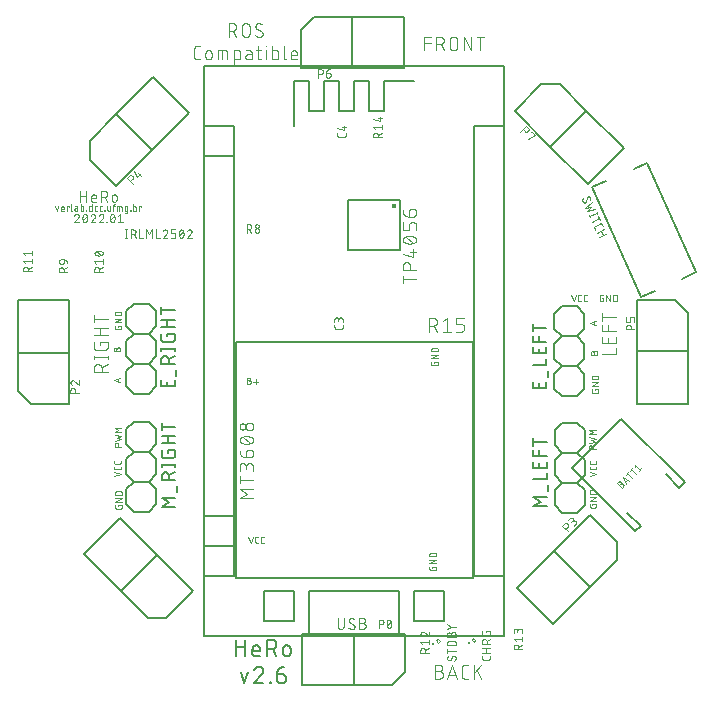
<source format=gbr>
G04 EAGLE Gerber RS-274X export*
G75*
%MOMM*%
%FSLAX34Y34*%
%LPD*%
%INSilkscreen Top*%
%IPPOS*%
%AMOC8*
5,1,8,0,0,1.08239X$1,22.5*%
G01*
%ADD10C,0.101600*%
%ADD11C,0.050800*%
%ADD12C,0.076200*%
%ADD13C,0.127000*%
%ADD14C,0.152400*%
%ADD15C,0.203200*%
%ADD16C,0.447213*%
%ADD17C,0.063400*%
%ADD18C,0.250000*%


D10*
X331508Y292449D02*
X343192Y292449D01*
X343192Y297641D01*
X343192Y302355D02*
X343192Y307547D01*
X343192Y302355D02*
X331508Y302355D01*
X331508Y307547D01*
X336701Y306249D02*
X336701Y302355D01*
X331508Y312261D02*
X343192Y312261D01*
X331508Y312261D02*
X331508Y317453D01*
X336701Y317453D02*
X336701Y312261D01*
X331508Y324246D02*
X343192Y324246D01*
X331508Y321001D02*
X331508Y327492D01*
D11*
X32806Y270358D02*
X31254Y270358D01*
X32806Y270358D02*
X32883Y270356D01*
X32961Y270350D01*
X33037Y270341D01*
X33114Y270327D01*
X33189Y270310D01*
X33263Y270289D01*
X33337Y270264D01*
X33409Y270236D01*
X33479Y270204D01*
X33548Y270169D01*
X33615Y270130D01*
X33680Y270088D01*
X33743Y270043D01*
X33804Y269995D01*
X33862Y269944D01*
X33917Y269890D01*
X33970Y269833D01*
X34019Y269774D01*
X34066Y269712D01*
X34110Y269648D01*
X34150Y269582D01*
X34187Y269514D01*
X34221Y269444D01*
X34251Y269373D01*
X34277Y269300D01*
X34300Y269226D01*
X34319Y269151D01*
X34334Y269076D01*
X34346Y268999D01*
X34354Y268922D01*
X34358Y268845D01*
X34358Y268767D01*
X34354Y268690D01*
X34346Y268613D01*
X34334Y268536D01*
X34319Y268461D01*
X34300Y268386D01*
X34277Y268312D01*
X34251Y268239D01*
X34221Y268168D01*
X34187Y268098D01*
X34150Y268030D01*
X34110Y267964D01*
X34066Y267900D01*
X34019Y267838D01*
X33970Y267779D01*
X33917Y267722D01*
X33862Y267668D01*
X33804Y267617D01*
X33743Y267569D01*
X33680Y267524D01*
X33615Y267482D01*
X33548Y267443D01*
X33479Y267408D01*
X33409Y267376D01*
X33337Y267348D01*
X33263Y267323D01*
X33189Y267302D01*
X33114Y267285D01*
X33037Y267271D01*
X32961Y267262D01*
X32883Y267256D01*
X32806Y267254D01*
X31254Y267254D01*
X31254Y272842D01*
X32806Y272842D01*
X32876Y272840D01*
X32945Y272834D01*
X33014Y272824D01*
X33082Y272811D01*
X33150Y272793D01*
X33216Y272772D01*
X33281Y272747D01*
X33345Y272719D01*
X33407Y272687D01*
X33467Y272652D01*
X33525Y272613D01*
X33580Y272571D01*
X33634Y272526D01*
X33684Y272478D01*
X33732Y272428D01*
X33777Y272374D01*
X33819Y272319D01*
X33858Y272261D01*
X33893Y272201D01*
X33925Y272139D01*
X33953Y272075D01*
X33978Y272010D01*
X33999Y271944D01*
X34017Y271876D01*
X34030Y271808D01*
X34040Y271739D01*
X34046Y271670D01*
X34048Y271600D01*
X34046Y271530D01*
X34040Y271461D01*
X34030Y271392D01*
X34017Y271324D01*
X33999Y271256D01*
X33978Y271190D01*
X33953Y271125D01*
X33925Y271061D01*
X33893Y270999D01*
X33858Y270939D01*
X33819Y270881D01*
X33777Y270826D01*
X33732Y270772D01*
X33684Y270722D01*
X33634Y270674D01*
X33580Y270629D01*
X33525Y270587D01*
X33467Y270548D01*
X33407Y270513D01*
X33345Y270481D01*
X33281Y270453D01*
X33216Y270428D01*
X33150Y270407D01*
X33082Y270389D01*
X33014Y270376D01*
X32945Y270366D01*
X32876Y270360D01*
X32806Y270358D01*
X36530Y269427D02*
X40255Y269427D01*
X38392Y267564D02*
X38392Y271290D01*
X189642Y285427D02*
X189642Y286358D01*
X192746Y286358D01*
X192746Y284496D01*
X192744Y284426D01*
X192738Y284357D01*
X192728Y284288D01*
X192715Y284220D01*
X192697Y284152D01*
X192676Y284086D01*
X192651Y284021D01*
X192623Y283957D01*
X192591Y283895D01*
X192556Y283835D01*
X192517Y283777D01*
X192475Y283722D01*
X192430Y283668D01*
X192382Y283618D01*
X192332Y283570D01*
X192278Y283525D01*
X192223Y283483D01*
X192165Y283444D01*
X192105Y283409D01*
X192043Y283377D01*
X191979Y283349D01*
X191914Y283324D01*
X191848Y283303D01*
X191780Y283285D01*
X191712Y283272D01*
X191643Y283262D01*
X191574Y283256D01*
X191504Y283254D01*
X188400Y283254D01*
X188330Y283256D01*
X188261Y283262D01*
X188192Y283272D01*
X188124Y283285D01*
X188056Y283303D01*
X187990Y283324D01*
X187925Y283349D01*
X187861Y283377D01*
X187799Y283409D01*
X187739Y283444D01*
X187681Y283483D01*
X187626Y283525D01*
X187572Y283570D01*
X187522Y283618D01*
X187474Y283668D01*
X187429Y283722D01*
X187387Y283777D01*
X187348Y283835D01*
X187313Y283895D01*
X187281Y283957D01*
X187253Y284021D01*
X187228Y284086D01*
X187207Y284152D01*
X187189Y284220D01*
X187176Y284288D01*
X187166Y284357D01*
X187160Y284426D01*
X187158Y284496D01*
X187158Y286358D01*
X187158Y289106D02*
X192746Y289106D01*
X192746Y292211D02*
X187158Y289106D01*
X187158Y292211D02*
X192746Y292211D01*
X192746Y294958D02*
X187158Y294958D01*
X187158Y296510D01*
X187160Y296586D01*
X187165Y296662D01*
X187175Y296738D01*
X187188Y296813D01*
X187205Y296887D01*
X187225Y296961D01*
X187249Y297033D01*
X187276Y297104D01*
X187307Y297174D01*
X187341Y297242D01*
X187379Y297308D01*
X187420Y297372D01*
X187463Y297435D01*
X187510Y297495D01*
X187560Y297552D01*
X187613Y297607D01*
X187668Y297660D01*
X187725Y297710D01*
X187785Y297757D01*
X187848Y297800D01*
X187912Y297841D01*
X187978Y297879D01*
X188046Y297913D01*
X188116Y297944D01*
X188187Y297971D01*
X188260Y297995D01*
X188333Y298015D01*
X188407Y298032D01*
X188482Y298045D01*
X188558Y298055D01*
X188634Y298060D01*
X188710Y298062D01*
X188710Y298063D02*
X191194Y298063D01*
X191194Y298062D02*
X191270Y298060D01*
X191346Y298055D01*
X191422Y298045D01*
X191497Y298032D01*
X191571Y298015D01*
X191645Y297995D01*
X191717Y297971D01*
X191788Y297944D01*
X191858Y297913D01*
X191926Y297879D01*
X191992Y297841D01*
X192056Y297800D01*
X192119Y297757D01*
X192179Y297710D01*
X192236Y297660D01*
X192291Y297607D01*
X192344Y297552D01*
X192394Y297495D01*
X192441Y297435D01*
X192484Y297372D01*
X192525Y297308D01*
X192563Y297242D01*
X192597Y297174D01*
X192628Y297104D01*
X192655Y297033D01*
X192679Y296961D01*
X192699Y296887D01*
X192716Y296813D01*
X192729Y296738D01*
X192739Y296662D01*
X192744Y296586D01*
X192746Y296510D01*
X192746Y294958D01*
X188142Y112858D02*
X188142Y111927D01*
X188142Y112858D02*
X191246Y112858D01*
X191246Y110996D01*
X191244Y110926D01*
X191238Y110857D01*
X191228Y110788D01*
X191215Y110720D01*
X191197Y110652D01*
X191176Y110586D01*
X191151Y110521D01*
X191123Y110457D01*
X191091Y110395D01*
X191056Y110335D01*
X191017Y110277D01*
X190975Y110222D01*
X190930Y110168D01*
X190882Y110118D01*
X190832Y110070D01*
X190778Y110025D01*
X190723Y109983D01*
X190665Y109944D01*
X190605Y109909D01*
X190543Y109877D01*
X190479Y109849D01*
X190414Y109824D01*
X190348Y109803D01*
X190280Y109785D01*
X190212Y109772D01*
X190143Y109762D01*
X190074Y109756D01*
X190004Y109754D01*
X186900Y109754D01*
X186830Y109756D01*
X186761Y109762D01*
X186692Y109772D01*
X186624Y109785D01*
X186556Y109803D01*
X186490Y109824D01*
X186425Y109849D01*
X186361Y109877D01*
X186299Y109909D01*
X186239Y109944D01*
X186181Y109983D01*
X186126Y110025D01*
X186072Y110070D01*
X186022Y110118D01*
X185974Y110168D01*
X185929Y110222D01*
X185887Y110277D01*
X185848Y110335D01*
X185813Y110395D01*
X185781Y110457D01*
X185753Y110521D01*
X185728Y110586D01*
X185707Y110652D01*
X185689Y110720D01*
X185676Y110788D01*
X185666Y110857D01*
X185660Y110926D01*
X185658Y110996D01*
X185658Y112858D01*
X185658Y115606D02*
X191246Y115606D01*
X191246Y118711D02*
X185658Y115606D01*
X185658Y118711D02*
X191246Y118711D01*
X191246Y121458D02*
X185658Y121458D01*
X185658Y123010D01*
X185660Y123086D01*
X185665Y123162D01*
X185675Y123238D01*
X185688Y123313D01*
X185705Y123387D01*
X185725Y123461D01*
X185749Y123533D01*
X185776Y123604D01*
X185807Y123674D01*
X185841Y123742D01*
X185879Y123808D01*
X185920Y123872D01*
X185963Y123935D01*
X186010Y123995D01*
X186060Y124052D01*
X186113Y124107D01*
X186168Y124160D01*
X186225Y124210D01*
X186285Y124257D01*
X186348Y124300D01*
X186412Y124341D01*
X186478Y124379D01*
X186546Y124413D01*
X186616Y124444D01*
X186687Y124471D01*
X186760Y124495D01*
X186833Y124515D01*
X186907Y124532D01*
X186982Y124545D01*
X187058Y124555D01*
X187134Y124560D01*
X187210Y124562D01*
X187210Y124563D02*
X189694Y124563D01*
X189694Y124562D02*
X189770Y124560D01*
X189846Y124555D01*
X189922Y124545D01*
X189997Y124532D01*
X190071Y124515D01*
X190145Y124495D01*
X190217Y124471D01*
X190288Y124444D01*
X190358Y124413D01*
X190426Y124379D01*
X190492Y124341D01*
X190556Y124300D01*
X190619Y124257D01*
X190679Y124210D01*
X190736Y124160D01*
X190791Y124107D01*
X190844Y124052D01*
X190894Y123995D01*
X190941Y123935D01*
X190984Y123872D01*
X191025Y123808D01*
X191063Y123742D01*
X191097Y123674D01*
X191128Y123604D01*
X191155Y123533D01*
X191179Y123461D01*
X191199Y123387D01*
X191216Y123313D01*
X191229Y123238D01*
X191239Y123162D01*
X191244Y123086D01*
X191246Y123010D01*
X191246Y121458D01*
X34273Y132658D02*
X32410Y138246D01*
X36135Y138246D02*
X34273Y132658D01*
X39432Y132658D02*
X40674Y132658D01*
X39432Y132658D02*
X39362Y132660D01*
X39293Y132666D01*
X39224Y132676D01*
X39156Y132689D01*
X39088Y132707D01*
X39022Y132728D01*
X38957Y132753D01*
X38893Y132781D01*
X38831Y132813D01*
X38771Y132848D01*
X38713Y132887D01*
X38658Y132929D01*
X38604Y132974D01*
X38554Y133022D01*
X38506Y133072D01*
X38461Y133126D01*
X38419Y133181D01*
X38380Y133239D01*
X38345Y133299D01*
X38313Y133361D01*
X38285Y133425D01*
X38260Y133490D01*
X38239Y133556D01*
X38221Y133624D01*
X38208Y133692D01*
X38198Y133761D01*
X38192Y133830D01*
X38190Y133900D01*
X38191Y133900D02*
X38191Y137004D01*
X38190Y137004D02*
X38192Y137074D01*
X38198Y137143D01*
X38208Y137212D01*
X38221Y137280D01*
X38239Y137348D01*
X38260Y137414D01*
X38285Y137479D01*
X38313Y137543D01*
X38345Y137605D01*
X38380Y137665D01*
X38419Y137723D01*
X38461Y137778D01*
X38506Y137832D01*
X38554Y137882D01*
X38604Y137930D01*
X38658Y137975D01*
X38713Y138017D01*
X38771Y138056D01*
X38831Y138091D01*
X38893Y138123D01*
X38957Y138151D01*
X39022Y138176D01*
X39088Y138197D01*
X39156Y138215D01*
X39224Y138228D01*
X39293Y138238D01*
X39362Y138244D01*
X39432Y138246D01*
X40674Y138246D01*
X44004Y132658D02*
X45246Y132658D01*
X44004Y132658D02*
X43934Y132660D01*
X43865Y132666D01*
X43796Y132676D01*
X43728Y132689D01*
X43660Y132707D01*
X43594Y132728D01*
X43529Y132753D01*
X43465Y132781D01*
X43403Y132813D01*
X43343Y132848D01*
X43285Y132887D01*
X43230Y132929D01*
X43176Y132974D01*
X43126Y133022D01*
X43078Y133072D01*
X43033Y133126D01*
X42991Y133181D01*
X42952Y133239D01*
X42917Y133299D01*
X42885Y133361D01*
X42857Y133425D01*
X42832Y133490D01*
X42811Y133556D01*
X42793Y133624D01*
X42780Y133692D01*
X42770Y133761D01*
X42764Y133830D01*
X42762Y133900D01*
X42762Y137004D01*
X42764Y137074D01*
X42770Y137143D01*
X42780Y137212D01*
X42793Y137280D01*
X42811Y137348D01*
X42832Y137414D01*
X42857Y137479D01*
X42885Y137543D01*
X42917Y137605D01*
X42952Y137665D01*
X42991Y137723D01*
X43033Y137778D01*
X43078Y137832D01*
X43126Y137882D01*
X43176Y137930D01*
X43230Y137975D01*
X43285Y138017D01*
X43343Y138056D01*
X43403Y138091D01*
X43465Y138123D01*
X43529Y138151D01*
X43594Y138176D01*
X43660Y138197D01*
X43728Y138215D01*
X43796Y138228D01*
X43865Y138238D01*
X43934Y138244D01*
X44004Y138246D01*
X45246Y138246D01*
D12*
X107881Y69279D02*
X107881Y62492D01*
X107883Y62391D01*
X107889Y62290D01*
X107899Y62189D01*
X107912Y62089D01*
X107930Y61989D01*
X107951Y61890D01*
X107977Y61792D01*
X108006Y61695D01*
X108038Y61599D01*
X108075Y61505D01*
X108115Y61412D01*
X108159Y61320D01*
X108206Y61231D01*
X108257Y61143D01*
X108311Y61057D01*
X108368Y60974D01*
X108428Y60892D01*
X108492Y60814D01*
X108558Y60737D01*
X108628Y60664D01*
X108700Y60593D01*
X108775Y60525D01*
X108853Y60460D01*
X108933Y60398D01*
X109015Y60339D01*
X109100Y60283D01*
X109187Y60231D01*
X109275Y60182D01*
X109366Y60136D01*
X109458Y60095D01*
X109552Y60056D01*
X109647Y60022D01*
X109743Y59991D01*
X109841Y59964D01*
X109939Y59940D01*
X110039Y59921D01*
X110139Y59905D01*
X110239Y59893D01*
X110340Y59885D01*
X110441Y59881D01*
X110543Y59881D01*
X110644Y59885D01*
X110745Y59893D01*
X110845Y59905D01*
X110945Y59921D01*
X111045Y59940D01*
X111143Y59964D01*
X111241Y59991D01*
X111337Y60022D01*
X111432Y60056D01*
X111526Y60095D01*
X111618Y60136D01*
X111709Y60182D01*
X111797Y60231D01*
X111884Y60283D01*
X111969Y60339D01*
X112051Y60398D01*
X112131Y60460D01*
X112209Y60525D01*
X112284Y60593D01*
X112356Y60664D01*
X112426Y60737D01*
X112492Y60814D01*
X112556Y60892D01*
X112616Y60974D01*
X112673Y61057D01*
X112727Y61143D01*
X112778Y61231D01*
X112825Y61320D01*
X112869Y61412D01*
X112909Y61505D01*
X112946Y61599D01*
X112978Y61695D01*
X113007Y61792D01*
X113033Y61890D01*
X113054Y61989D01*
X113072Y62089D01*
X113085Y62189D01*
X113095Y62290D01*
X113101Y62391D01*
X113103Y62492D01*
X113102Y62492D02*
X113102Y69279D01*
X122246Y61969D02*
X122244Y61880D01*
X122238Y61792D01*
X122229Y61704D01*
X122216Y61616D01*
X122199Y61529D01*
X122179Y61443D01*
X122154Y61358D01*
X122127Y61273D01*
X122095Y61190D01*
X122061Y61109D01*
X122022Y61029D01*
X121981Y60951D01*
X121936Y60874D01*
X121888Y60800D01*
X121837Y60727D01*
X121783Y60657D01*
X121725Y60590D01*
X121665Y60524D01*
X121603Y60462D01*
X121537Y60402D01*
X121470Y60344D01*
X121400Y60290D01*
X121327Y60239D01*
X121253Y60191D01*
X121176Y60146D01*
X121098Y60105D01*
X121018Y60066D01*
X120937Y60032D01*
X120854Y60000D01*
X120769Y59973D01*
X120684Y59948D01*
X120598Y59928D01*
X120511Y59911D01*
X120423Y59898D01*
X120335Y59889D01*
X120247Y59883D01*
X120158Y59881D01*
X120029Y59883D01*
X119900Y59889D01*
X119771Y59898D01*
X119643Y59911D01*
X119515Y59928D01*
X119388Y59949D01*
X119261Y59973D01*
X119135Y60001D01*
X119010Y60033D01*
X118886Y60068D01*
X118763Y60107D01*
X118641Y60150D01*
X118521Y60196D01*
X118402Y60246D01*
X118284Y60299D01*
X118168Y60355D01*
X118054Y60415D01*
X117941Y60478D01*
X117831Y60545D01*
X117722Y60614D01*
X117616Y60687D01*
X117511Y60763D01*
X117409Y60842D01*
X117310Y60924D01*
X117212Y61008D01*
X117117Y61096D01*
X117025Y61186D01*
X117286Y67191D02*
X117288Y67280D01*
X117294Y67368D01*
X117303Y67456D01*
X117316Y67544D01*
X117333Y67631D01*
X117353Y67717D01*
X117378Y67802D01*
X117405Y67887D01*
X117437Y67970D01*
X117471Y68051D01*
X117510Y68131D01*
X117551Y68209D01*
X117596Y68286D01*
X117644Y68360D01*
X117695Y68433D01*
X117749Y68503D01*
X117807Y68570D01*
X117867Y68636D01*
X117929Y68698D01*
X117995Y68758D01*
X118062Y68816D01*
X118132Y68870D01*
X118205Y68921D01*
X118279Y68969D01*
X118356Y69014D01*
X118434Y69055D01*
X118514Y69094D01*
X118595Y69128D01*
X118678Y69160D01*
X118763Y69187D01*
X118848Y69212D01*
X118934Y69232D01*
X119021Y69249D01*
X119109Y69262D01*
X119197Y69271D01*
X119285Y69277D01*
X119374Y69279D01*
X119494Y69277D01*
X119614Y69272D01*
X119734Y69262D01*
X119853Y69250D01*
X119972Y69233D01*
X120090Y69213D01*
X120208Y69189D01*
X120324Y69162D01*
X120440Y69131D01*
X120555Y69097D01*
X120669Y69059D01*
X120782Y69017D01*
X120893Y68972D01*
X121003Y68924D01*
X121111Y68873D01*
X121218Y68818D01*
X121323Y68760D01*
X121426Y68698D01*
X121527Y68634D01*
X121627Y68566D01*
X121724Y68496D01*
X118330Y65364D02*
X118252Y65412D01*
X118176Y65464D01*
X118103Y65518D01*
X118032Y65576D01*
X117963Y65637D01*
X117897Y65701D01*
X117834Y65768D01*
X117774Y65837D01*
X117717Y65909D01*
X117663Y65983D01*
X117613Y66060D01*
X117565Y66139D01*
X117522Y66219D01*
X117481Y66302D01*
X117445Y66386D01*
X117412Y66471D01*
X117383Y66558D01*
X117357Y66647D01*
X117335Y66736D01*
X117318Y66826D01*
X117304Y66916D01*
X117294Y67008D01*
X117288Y67099D01*
X117286Y67191D01*
X121202Y63796D02*
X121280Y63748D01*
X121356Y63696D01*
X121429Y63642D01*
X121500Y63584D01*
X121569Y63523D01*
X121635Y63459D01*
X121698Y63392D01*
X121758Y63323D01*
X121815Y63251D01*
X121869Y63177D01*
X121919Y63100D01*
X121967Y63021D01*
X122010Y62941D01*
X122051Y62858D01*
X122087Y62774D01*
X122120Y62689D01*
X122149Y62602D01*
X122175Y62513D01*
X122197Y62424D01*
X122214Y62334D01*
X122228Y62244D01*
X122238Y62152D01*
X122244Y62061D01*
X122246Y61969D01*
X121202Y63797D02*
X118330Y65363D01*
X126300Y65102D02*
X128911Y65102D01*
X128911Y65103D02*
X129012Y65101D01*
X129113Y65095D01*
X129214Y65085D01*
X129314Y65072D01*
X129414Y65054D01*
X129513Y65033D01*
X129611Y65007D01*
X129708Y64978D01*
X129804Y64946D01*
X129898Y64909D01*
X129991Y64869D01*
X130083Y64825D01*
X130172Y64778D01*
X130260Y64727D01*
X130346Y64673D01*
X130429Y64616D01*
X130511Y64556D01*
X130589Y64492D01*
X130666Y64426D01*
X130739Y64356D01*
X130810Y64284D01*
X130878Y64209D01*
X130943Y64131D01*
X131005Y64051D01*
X131064Y63969D01*
X131120Y63884D01*
X131172Y63797D01*
X131221Y63709D01*
X131267Y63618D01*
X131308Y63526D01*
X131347Y63432D01*
X131381Y63337D01*
X131412Y63241D01*
X131439Y63143D01*
X131463Y63045D01*
X131482Y62945D01*
X131498Y62845D01*
X131510Y62745D01*
X131518Y62644D01*
X131522Y62543D01*
X131522Y62441D01*
X131518Y62340D01*
X131510Y62239D01*
X131498Y62139D01*
X131482Y62039D01*
X131463Y61939D01*
X131439Y61841D01*
X131412Y61743D01*
X131381Y61647D01*
X131347Y61552D01*
X131308Y61458D01*
X131267Y61366D01*
X131221Y61275D01*
X131172Y61186D01*
X131120Y61100D01*
X131064Y61015D01*
X131005Y60933D01*
X130943Y60853D01*
X130878Y60775D01*
X130810Y60700D01*
X130739Y60628D01*
X130666Y60558D01*
X130589Y60492D01*
X130511Y60428D01*
X130429Y60368D01*
X130346Y60311D01*
X130260Y60257D01*
X130172Y60206D01*
X130083Y60159D01*
X129991Y60115D01*
X129898Y60075D01*
X129804Y60038D01*
X129708Y60006D01*
X129611Y59977D01*
X129513Y59951D01*
X129414Y59930D01*
X129314Y59912D01*
X129214Y59899D01*
X129113Y59889D01*
X129012Y59883D01*
X128911Y59881D01*
X126300Y59881D01*
X126300Y69279D01*
X128911Y69279D01*
X129001Y69277D01*
X129090Y69271D01*
X129180Y69262D01*
X129269Y69248D01*
X129357Y69231D01*
X129444Y69210D01*
X129531Y69185D01*
X129616Y69156D01*
X129700Y69124D01*
X129782Y69089D01*
X129863Y69049D01*
X129942Y69007D01*
X130019Y68961D01*
X130094Y68911D01*
X130167Y68859D01*
X130238Y68803D01*
X130306Y68745D01*
X130371Y68683D01*
X130434Y68619D01*
X130494Y68552D01*
X130551Y68483D01*
X130605Y68411D01*
X130656Y68337D01*
X130704Y68261D01*
X130748Y68183D01*
X130789Y68103D01*
X130827Y68021D01*
X130861Y67938D01*
X130891Y67853D01*
X130918Y67767D01*
X130941Y67681D01*
X130960Y67593D01*
X130975Y67504D01*
X130987Y67415D01*
X130995Y67326D01*
X130999Y67236D01*
X130999Y67146D01*
X130995Y67056D01*
X130987Y66967D01*
X130975Y66878D01*
X130960Y66789D01*
X130941Y66701D01*
X130918Y66615D01*
X130891Y66529D01*
X130861Y66444D01*
X130827Y66361D01*
X130789Y66279D01*
X130748Y66199D01*
X130704Y66121D01*
X130656Y66045D01*
X130605Y65971D01*
X130551Y65899D01*
X130494Y65830D01*
X130434Y65763D01*
X130371Y65699D01*
X130306Y65637D01*
X130238Y65579D01*
X130167Y65523D01*
X130094Y65471D01*
X130019Y65421D01*
X129942Y65375D01*
X129863Y65333D01*
X129782Y65293D01*
X129700Y65258D01*
X129616Y65226D01*
X129531Y65197D01*
X129444Y65172D01*
X129357Y65151D01*
X129269Y65134D01*
X129180Y65120D01*
X129090Y65111D01*
X129001Y65105D01*
X128911Y65103D01*
D13*
X21787Y50915D02*
X21787Y36945D01*
X21787Y44706D02*
X29548Y44706D01*
X29548Y50915D02*
X29548Y36945D01*
X38124Y36945D02*
X42005Y36945D01*
X38124Y36945D02*
X38030Y36947D01*
X37937Y36953D01*
X37843Y36962D01*
X37751Y36975D01*
X37658Y36992D01*
X37567Y37013D01*
X37476Y37037D01*
X37387Y37065D01*
X37298Y37096D01*
X37212Y37131D01*
X37126Y37170D01*
X37042Y37212D01*
X36960Y37257D01*
X36880Y37305D01*
X36802Y37357D01*
X36725Y37412D01*
X36652Y37470D01*
X36580Y37530D01*
X36511Y37594D01*
X36445Y37660D01*
X36381Y37729D01*
X36321Y37801D01*
X36263Y37874D01*
X36208Y37951D01*
X36156Y38029D01*
X36108Y38109D01*
X36063Y38191D01*
X36021Y38275D01*
X35982Y38361D01*
X35947Y38447D01*
X35916Y38536D01*
X35888Y38625D01*
X35864Y38716D01*
X35843Y38807D01*
X35826Y38900D01*
X35813Y38992D01*
X35804Y39086D01*
X35798Y39179D01*
X35796Y39273D01*
X35796Y43154D01*
X35798Y43265D01*
X35804Y43375D01*
X35814Y43486D01*
X35828Y43596D01*
X35845Y43705D01*
X35867Y43814D01*
X35892Y43922D01*
X35922Y44028D01*
X35955Y44134D01*
X35992Y44239D01*
X36032Y44342D01*
X36077Y44443D01*
X36124Y44543D01*
X36176Y44642D01*
X36231Y44738D01*
X36289Y44832D01*
X36350Y44924D01*
X36415Y45014D01*
X36483Y45102D01*
X36554Y45187D01*
X36628Y45269D01*
X36705Y45349D01*
X36785Y45426D01*
X36867Y45500D01*
X36952Y45571D01*
X37040Y45639D01*
X37130Y45704D01*
X37222Y45765D01*
X37316Y45823D01*
X37412Y45878D01*
X37511Y45930D01*
X37611Y45977D01*
X37712Y46022D01*
X37815Y46062D01*
X37920Y46099D01*
X38026Y46132D01*
X38132Y46162D01*
X38240Y46187D01*
X38349Y46209D01*
X38458Y46226D01*
X38568Y46240D01*
X38679Y46250D01*
X38789Y46256D01*
X38900Y46258D01*
X39011Y46256D01*
X39121Y46250D01*
X39232Y46240D01*
X39342Y46226D01*
X39451Y46209D01*
X39560Y46187D01*
X39668Y46162D01*
X39774Y46132D01*
X39880Y46099D01*
X39985Y46062D01*
X40088Y46022D01*
X40189Y45977D01*
X40289Y45930D01*
X40388Y45878D01*
X40484Y45823D01*
X40578Y45765D01*
X40670Y45704D01*
X40760Y45639D01*
X40848Y45571D01*
X40933Y45500D01*
X41015Y45426D01*
X41095Y45349D01*
X41172Y45269D01*
X41246Y45187D01*
X41317Y45102D01*
X41385Y45014D01*
X41450Y44924D01*
X41511Y44832D01*
X41569Y44738D01*
X41624Y44642D01*
X41676Y44543D01*
X41723Y44443D01*
X41768Y44342D01*
X41808Y44239D01*
X41845Y44134D01*
X41878Y44028D01*
X41908Y43922D01*
X41933Y43814D01*
X41955Y43705D01*
X41972Y43596D01*
X41986Y43486D01*
X41996Y43375D01*
X42002Y43265D01*
X42004Y43154D01*
X42005Y43154D02*
X42005Y41602D01*
X35796Y41602D01*
X48341Y36945D02*
X48341Y50915D01*
X52221Y50915D01*
X52344Y50913D01*
X52467Y50907D01*
X52590Y50897D01*
X52712Y50884D01*
X52834Y50866D01*
X52955Y50845D01*
X53076Y50820D01*
X53196Y50791D01*
X53314Y50758D01*
X53432Y50721D01*
X53548Y50681D01*
X53663Y50637D01*
X53777Y50589D01*
X53889Y50538D01*
X53999Y50484D01*
X54108Y50425D01*
X54215Y50364D01*
X54319Y50299D01*
X54422Y50231D01*
X54522Y50159D01*
X54620Y50085D01*
X54716Y50007D01*
X54809Y49926D01*
X54899Y49843D01*
X54987Y49756D01*
X55072Y49667D01*
X55154Y49576D01*
X55233Y49481D01*
X55309Y49384D01*
X55382Y49285D01*
X55452Y49184D01*
X55519Y49080D01*
X55582Y48974D01*
X55642Y48867D01*
X55698Y48757D01*
X55751Y48646D01*
X55801Y48533D01*
X55846Y48419D01*
X55889Y48303D01*
X55927Y48186D01*
X55962Y48068D01*
X55993Y47949D01*
X56020Y47829D01*
X56043Y47708D01*
X56062Y47586D01*
X56078Y47464D01*
X56090Y47342D01*
X56098Y47219D01*
X56102Y47096D01*
X56102Y46972D01*
X56098Y46849D01*
X56090Y46726D01*
X56078Y46604D01*
X56062Y46482D01*
X56043Y46360D01*
X56020Y46239D01*
X55993Y46119D01*
X55962Y46000D01*
X55927Y45882D01*
X55889Y45765D01*
X55846Y45649D01*
X55801Y45535D01*
X55751Y45422D01*
X55698Y45311D01*
X55642Y45201D01*
X55582Y45093D01*
X55519Y44988D01*
X55452Y44884D01*
X55382Y44783D01*
X55309Y44684D01*
X55233Y44587D01*
X55154Y44492D01*
X55072Y44401D01*
X54987Y44312D01*
X54899Y44225D01*
X54809Y44142D01*
X54716Y44061D01*
X54620Y43983D01*
X54522Y43909D01*
X54422Y43837D01*
X54319Y43769D01*
X54215Y43704D01*
X54108Y43643D01*
X53999Y43584D01*
X53889Y43530D01*
X53777Y43479D01*
X53663Y43431D01*
X53548Y43387D01*
X53432Y43347D01*
X53314Y43310D01*
X53196Y43277D01*
X53076Y43248D01*
X52955Y43223D01*
X52834Y43202D01*
X52712Y43184D01*
X52590Y43171D01*
X52467Y43161D01*
X52344Y43155D01*
X52221Y43153D01*
X52221Y43154D02*
X48341Y43154D01*
X52998Y43154D02*
X56102Y36945D01*
X61804Y40049D02*
X61804Y43154D01*
X61806Y43265D01*
X61812Y43375D01*
X61822Y43486D01*
X61836Y43596D01*
X61853Y43705D01*
X61875Y43814D01*
X61900Y43922D01*
X61930Y44028D01*
X61963Y44134D01*
X62000Y44239D01*
X62040Y44342D01*
X62085Y44443D01*
X62132Y44543D01*
X62184Y44642D01*
X62239Y44738D01*
X62297Y44832D01*
X62358Y44924D01*
X62423Y45014D01*
X62491Y45102D01*
X62562Y45187D01*
X62636Y45269D01*
X62713Y45349D01*
X62793Y45426D01*
X62875Y45500D01*
X62960Y45571D01*
X63048Y45639D01*
X63138Y45704D01*
X63230Y45765D01*
X63324Y45823D01*
X63420Y45878D01*
X63519Y45930D01*
X63619Y45977D01*
X63720Y46022D01*
X63823Y46062D01*
X63928Y46099D01*
X64034Y46132D01*
X64140Y46162D01*
X64248Y46187D01*
X64357Y46209D01*
X64466Y46226D01*
X64576Y46240D01*
X64687Y46250D01*
X64797Y46256D01*
X64908Y46258D01*
X65019Y46256D01*
X65129Y46250D01*
X65240Y46240D01*
X65350Y46226D01*
X65459Y46209D01*
X65568Y46187D01*
X65676Y46162D01*
X65782Y46132D01*
X65888Y46099D01*
X65993Y46062D01*
X66096Y46022D01*
X66197Y45977D01*
X66297Y45930D01*
X66396Y45878D01*
X66492Y45823D01*
X66586Y45765D01*
X66678Y45704D01*
X66768Y45639D01*
X66856Y45571D01*
X66941Y45500D01*
X67023Y45426D01*
X67103Y45349D01*
X67180Y45269D01*
X67254Y45187D01*
X67325Y45102D01*
X67393Y45014D01*
X67458Y44924D01*
X67519Y44832D01*
X67577Y44738D01*
X67632Y44642D01*
X67684Y44543D01*
X67731Y44443D01*
X67776Y44342D01*
X67816Y44239D01*
X67853Y44134D01*
X67886Y44028D01*
X67916Y43922D01*
X67941Y43814D01*
X67963Y43705D01*
X67980Y43596D01*
X67994Y43486D01*
X68004Y43375D01*
X68010Y43265D01*
X68012Y43154D01*
X68013Y43154D02*
X68013Y40049D01*
X68012Y40049D02*
X68010Y39938D01*
X68004Y39828D01*
X67994Y39717D01*
X67980Y39607D01*
X67963Y39498D01*
X67941Y39389D01*
X67916Y39281D01*
X67886Y39175D01*
X67853Y39069D01*
X67816Y38964D01*
X67776Y38861D01*
X67731Y38760D01*
X67684Y38660D01*
X67632Y38561D01*
X67577Y38465D01*
X67519Y38371D01*
X67458Y38279D01*
X67393Y38189D01*
X67325Y38101D01*
X67254Y38016D01*
X67180Y37934D01*
X67103Y37854D01*
X67023Y37777D01*
X66941Y37703D01*
X66856Y37632D01*
X66768Y37564D01*
X66678Y37499D01*
X66586Y37438D01*
X66492Y37380D01*
X66396Y37325D01*
X66297Y37273D01*
X66197Y37226D01*
X66096Y37181D01*
X65993Y37141D01*
X65888Y37104D01*
X65782Y37071D01*
X65676Y37041D01*
X65568Y37016D01*
X65459Y36994D01*
X65350Y36977D01*
X65240Y36963D01*
X65129Y36953D01*
X65019Y36947D01*
X64908Y36945D01*
X64797Y36947D01*
X64687Y36953D01*
X64576Y36963D01*
X64466Y36977D01*
X64357Y36994D01*
X64248Y37016D01*
X64140Y37041D01*
X64034Y37071D01*
X63928Y37104D01*
X63823Y37141D01*
X63720Y37181D01*
X63619Y37226D01*
X63519Y37273D01*
X63420Y37325D01*
X63324Y37380D01*
X63230Y37438D01*
X63138Y37499D01*
X63048Y37564D01*
X62960Y37632D01*
X62875Y37703D01*
X62793Y37777D01*
X62713Y37854D01*
X62636Y37934D01*
X62562Y38016D01*
X62491Y38101D01*
X62423Y38189D01*
X62358Y38279D01*
X62297Y38371D01*
X62239Y38465D01*
X62184Y38561D01*
X62132Y38660D01*
X62085Y38760D01*
X62040Y38861D01*
X62000Y38964D01*
X61963Y39069D01*
X61930Y39175D01*
X61900Y39281D01*
X61875Y39389D01*
X61853Y39498D01*
X61836Y39607D01*
X61822Y39717D01*
X61812Y39828D01*
X61806Y39938D01*
X61804Y40049D01*
X25666Y23398D02*
X28770Y14085D01*
X31875Y23398D01*
X41478Y28056D02*
X41595Y28054D01*
X41711Y28048D01*
X41828Y28038D01*
X41944Y28025D01*
X42059Y28007D01*
X42174Y27986D01*
X42288Y27961D01*
X42401Y27932D01*
X42513Y27899D01*
X42624Y27863D01*
X42733Y27823D01*
X42842Y27779D01*
X42948Y27731D01*
X43053Y27681D01*
X43157Y27626D01*
X43258Y27568D01*
X43358Y27507D01*
X43455Y27443D01*
X43550Y27375D01*
X43643Y27304D01*
X43733Y27230D01*
X43821Y27154D01*
X43906Y27074D01*
X43989Y26991D01*
X44069Y26906D01*
X44145Y26818D01*
X44219Y26728D01*
X44290Y26635D01*
X44358Y26540D01*
X44422Y26443D01*
X44483Y26343D01*
X44541Y26242D01*
X44596Y26138D01*
X44646Y26033D01*
X44694Y25927D01*
X44738Y25818D01*
X44778Y25709D01*
X44814Y25598D01*
X44847Y25486D01*
X44876Y25373D01*
X44901Y25259D01*
X44922Y25144D01*
X44940Y25029D01*
X44953Y24913D01*
X44963Y24796D01*
X44969Y24680D01*
X44971Y24563D01*
X41478Y28055D02*
X41347Y28053D01*
X41216Y28047D01*
X41085Y28038D01*
X40954Y28024D01*
X40824Y28007D01*
X40695Y27986D01*
X40566Y27961D01*
X40438Y27933D01*
X40311Y27900D01*
X40184Y27864D01*
X40059Y27825D01*
X39935Y27781D01*
X39813Y27735D01*
X39692Y27684D01*
X39572Y27630D01*
X39454Y27573D01*
X39338Y27512D01*
X39223Y27447D01*
X39111Y27380D01*
X39001Y27309D01*
X38892Y27235D01*
X38786Y27158D01*
X38682Y27078D01*
X38581Y26994D01*
X38482Y26908D01*
X38385Y26819D01*
X38292Y26727D01*
X38201Y26633D01*
X38113Y26536D01*
X38027Y26436D01*
X37945Y26334D01*
X37865Y26229D01*
X37789Y26122D01*
X37716Y26014D01*
X37646Y25902D01*
X37579Y25789D01*
X37516Y25674D01*
X37456Y25558D01*
X37400Y25439D01*
X37347Y25319D01*
X37297Y25198D01*
X37252Y25075D01*
X37209Y24950D01*
X43806Y21847D02*
X43893Y21932D01*
X43976Y22020D01*
X44057Y22111D01*
X44135Y22204D01*
X44210Y22299D01*
X44282Y22398D01*
X44350Y22498D01*
X44416Y22600D01*
X44477Y22705D01*
X44536Y22811D01*
X44591Y22920D01*
X44642Y23030D01*
X44690Y23141D01*
X44734Y23255D01*
X44775Y23369D01*
X44812Y23485D01*
X44845Y23602D01*
X44874Y23720D01*
X44899Y23839D01*
X44921Y23958D01*
X44939Y24078D01*
X44952Y24199D01*
X44962Y24320D01*
X44968Y24442D01*
X44970Y24563D01*
X43806Y21846D02*
X37209Y14085D01*
X44970Y14085D01*
X50284Y14085D02*
X50284Y14861D01*
X51060Y14861D01*
X51060Y14085D01*
X50284Y14085D01*
X56373Y21846D02*
X61030Y21846D01*
X61141Y21844D01*
X61251Y21838D01*
X61362Y21828D01*
X61472Y21814D01*
X61581Y21797D01*
X61690Y21775D01*
X61798Y21750D01*
X61904Y21720D01*
X62010Y21687D01*
X62115Y21650D01*
X62218Y21610D01*
X62319Y21565D01*
X62419Y21518D01*
X62518Y21466D01*
X62614Y21411D01*
X62708Y21353D01*
X62800Y21292D01*
X62890Y21227D01*
X62978Y21159D01*
X63063Y21088D01*
X63145Y21014D01*
X63225Y20937D01*
X63302Y20857D01*
X63376Y20775D01*
X63447Y20690D01*
X63515Y20602D01*
X63580Y20512D01*
X63641Y20420D01*
X63699Y20326D01*
X63754Y20230D01*
X63806Y20131D01*
X63853Y20031D01*
X63898Y19930D01*
X63938Y19827D01*
X63975Y19722D01*
X64008Y19616D01*
X64038Y19510D01*
X64063Y19402D01*
X64085Y19293D01*
X64102Y19184D01*
X64116Y19074D01*
X64126Y18963D01*
X64132Y18853D01*
X64134Y18742D01*
X64134Y17966D01*
X64135Y17966D02*
X64133Y17843D01*
X64127Y17720D01*
X64117Y17597D01*
X64104Y17475D01*
X64086Y17353D01*
X64065Y17232D01*
X64040Y17111D01*
X64011Y16991D01*
X63978Y16873D01*
X63941Y16755D01*
X63901Y16639D01*
X63857Y16524D01*
X63809Y16410D01*
X63758Y16298D01*
X63704Y16188D01*
X63645Y16079D01*
X63584Y15972D01*
X63519Y15868D01*
X63451Y15765D01*
X63379Y15665D01*
X63305Y15567D01*
X63227Y15471D01*
X63146Y15378D01*
X63063Y15288D01*
X62976Y15200D01*
X62887Y15115D01*
X62796Y15033D01*
X62701Y14954D01*
X62604Y14878D01*
X62505Y14805D01*
X62404Y14735D01*
X62300Y14668D01*
X62194Y14605D01*
X62087Y14545D01*
X61977Y14489D01*
X61866Y14436D01*
X61753Y14386D01*
X61639Y14341D01*
X61523Y14298D01*
X61406Y14260D01*
X61288Y14225D01*
X61169Y14194D01*
X61049Y14167D01*
X60928Y14144D01*
X60806Y14125D01*
X60684Y14109D01*
X60562Y14097D01*
X60439Y14089D01*
X60316Y14085D01*
X60192Y14085D01*
X60069Y14089D01*
X59946Y14097D01*
X59824Y14109D01*
X59702Y14125D01*
X59580Y14144D01*
X59459Y14167D01*
X59339Y14194D01*
X59220Y14225D01*
X59102Y14260D01*
X58985Y14298D01*
X58869Y14341D01*
X58755Y14386D01*
X58642Y14436D01*
X58531Y14489D01*
X58421Y14545D01*
X58313Y14605D01*
X58208Y14668D01*
X58104Y14735D01*
X58003Y14805D01*
X57904Y14878D01*
X57807Y14954D01*
X57712Y15033D01*
X57621Y15115D01*
X57532Y15200D01*
X57445Y15288D01*
X57362Y15378D01*
X57281Y15471D01*
X57203Y15567D01*
X57129Y15665D01*
X57057Y15765D01*
X56989Y15868D01*
X56924Y15972D01*
X56863Y16079D01*
X56804Y16188D01*
X56750Y16298D01*
X56699Y16410D01*
X56651Y16524D01*
X56607Y16639D01*
X56567Y16755D01*
X56530Y16873D01*
X56497Y16991D01*
X56468Y17111D01*
X56443Y17232D01*
X56422Y17353D01*
X56404Y17475D01*
X56391Y17597D01*
X56381Y17720D01*
X56375Y17843D01*
X56373Y17966D01*
X56373Y21846D01*
X56375Y22003D01*
X56381Y22160D01*
X56391Y22317D01*
X56405Y22474D01*
X56423Y22630D01*
X56445Y22786D01*
X56470Y22941D01*
X56500Y23096D01*
X56534Y23250D01*
X56571Y23402D01*
X56613Y23554D01*
X56658Y23705D01*
X56707Y23854D01*
X56759Y24002D01*
X56816Y24149D01*
X56876Y24295D01*
X56940Y24438D01*
X57008Y24580D01*
X57079Y24721D01*
X57153Y24859D01*
X57231Y24996D01*
X57313Y25130D01*
X57398Y25263D01*
X57486Y25393D01*
X57577Y25521D01*
X57672Y25647D01*
X57770Y25770D01*
X57871Y25890D01*
X57975Y26008D01*
X58082Y26124D01*
X58192Y26236D01*
X58304Y26346D01*
X58420Y26453D01*
X58538Y26557D01*
X58658Y26658D01*
X58781Y26756D01*
X58907Y26851D01*
X59035Y26942D01*
X59165Y27030D01*
X59298Y27115D01*
X59432Y27197D01*
X59569Y27275D01*
X59707Y27349D01*
X59848Y27420D01*
X59990Y27488D01*
X60133Y27552D01*
X60279Y27612D01*
X60426Y27668D01*
X60574Y27721D01*
X60723Y27770D01*
X60874Y27815D01*
X61026Y27857D01*
X61178Y27894D01*
X61332Y27928D01*
X61487Y27958D01*
X61642Y27983D01*
X61798Y28005D01*
X61954Y28023D01*
X62111Y28037D01*
X62267Y28047D01*
X62425Y28053D01*
X62582Y28055D01*
D10*
X190616Y24499D02*
X193861Y24499D01*
X193861Y24500D02*
X193974Y24498D01*
X194087Y24492D01*
X194200Y24482D01*
X194313Y24468D01*
X194425Y24451D01*
X194536Y24429D01*
X194646Y24404D01*
X194756Y24374D01*
X194864Y24341D01*
X194971Y24304D01*
X195077Y24264D01*
X195181Y24219D01*
X195284Y24171D01*
X195385Y24120D01*
X195484Y24065D01*
X195581Y24007D01*
X195676Y23945D01*
X195769Y23880D01*
X195859Y23812D01*
X195947Y23741D01*
X196033Y23666D01*
X196116Y23589D01*
X196196Y23509D01*
X196273Y23426D01*
X196348Y23340D01*
X196419Y23252D01*
X196487Y23162D01*
X196552Y23069D01*
X196614Y22974D01*
X196672Y22877D01*
X196727Y22778D01*
X196778Y22677D01*
X196826Y22574D01*
X196871Y22470D01*
X196911Y22364D01*
X196948Y22257D01*
X196981Y22149D01*
X197011Y22039D01*
X197036Y21929D01*
X197058Y21818D01*
X197075Y21706D01*
X197089Y21593D01*
X197099Y21480D01*
X197105Y21367D01*
X197107Y21254D01*
X197105Y21141D01*
X197099Y21028D01*
X197089Y20915D01*
X197075Y20802D01*
X197058Y20690D01*
X197036Y20579D01*
X197011Y20469D01*
X196981Y20359D01*
X196948Y20251D01*
X196911Y20144D01*
X196871Y20038D01*
X196826Y19934D01*
X196778Y19831D01*
X196727Y19730D01*
X196672Y19631D01*
X196614Y19534D01*
X196552Y19439D01*
X196487Y19346D01*
X196419Y19256D01*
X196348Y19168D01*
X196273Y19082D01*
X196196Y18999D01*
X196116Y18919D01*
X196033Y18842D01*
X195947Y18767D01*
X195859Y18696D01*
X195769Y18628D01*
X195676Y18563D01*
X195581Y18501D01*
X195484Y18443D01*
X195385Y18388D01*
X195284Y18337D01*
X195181Y18289D01*
X195077Y18244D01*
X194971Y18204D01*
X194864Y18167D01*
X194756Y18134D01*
X194646Y18104D01*
X194536Y18079D01*
X194425Y18057D01*
X194313Y18040D01*
X194200Y18026D01*
X194087Y18016D01*
X193974Y18010D01*
X193861Y18008D01*
X190616Y18008D01*
X190616Y29692D01*
X193861Y29692D01*
X193962Y29690D01*
X194062Y29684D01*
X194162Y29674D01*
X194262Y29661D01*
X194361Y29643D01*
X194460Y29622D01*
X194557Y29597D01*
X194654Y29568D01*
X194749Y29535D01*
X194843Y29499D01*
X194935Y29459D01*
X195026Y29416D01*
X195115Y29369D01*
X195202Y29319D01*
X195288Y29265D01*
X195371Y29208D01*
X195451Y29148D01*
X195530Y29085D01*
X195606Y29018D01*
X195679Y28949D01*
X195749Y28877D01*
X195817Y28803D01*
X195882Y28726D01*
X195943Y28646D01*
X196002Y28564D01*
X196057Y28480D01*
X196109Y28394D01*
X196158Y28306D01*
X196203Y28216D01*
X196245Y28124D01*
X196283Y28031D01*
X196317Y27936D01*
X196348Y27841D01*
X196375Y27744D01*
X196398Y27646D01*
X196418Y27547D01*
X196433Y27447D01*
X196445Y27347D01*
X196453Y27247D01*
X196457Y27146D01*
X196457Y27046D01*
X196453Y26945D01*
X196445Y26845D01*
X196433Y26745D01*
X196418Y26645D01*
X196398Y26546D01*
X196375Y26448D01*
X196348Y26351D01*
X196317Y26256D01*
X196283Y26161D01*
X196245Y26068D01*
X196203Y25976D01*
X196158Y25886D01*
X196109Y25798D01*
X196057Y25712D01*
X196002Y25628D01*
X195943Y25546D01*
X195882Y25466D01*
X195817Y25389D01*
X195749Y25315D01*
X195679Y25243D01*
X195606Y25174D01*
X195530Y25107D01*
X195451Y25044D01*
X195371Y24984D01*
X195288Y24927D01*
X195202Y24873D01*
X195115Y24823D01*
X195026Y24776D01*
X194935Y24733D01*
X194843Y24693D01*
X194749Y24657D01*
X194654Y24624D01*
X194557Y24595D01*
X194460Y24570D01*
X194361Y24549D01*
X194262Y24531D01*
X194162Y24518D01*
X194062Y24508D01*
X193962Y24502D01*
X193861Y24500D01*
X200846Y18008D02*
X204741Y29692D01*
X208636Y18008D01*
X207662Y20929D02*
X201820Y20929D01*
X215489Y18008D02*
X218085Y18008D01*
X215489Y18008D02*
X215390Y18010D01*
X215290Y18016D01*
X215191Y18025D01*
X215093Y18038D01*
X214995Y18055D01*
X214897Y18076D01*
X214801Y18101D01*
X214706Y18129D01*
X214612Y18161D01*
X214519Y18196D01*
X214427Y18235D01*
X214337Y18278D01*
X214249Y18323D01*
X214162Y18373D01*
X214078Y18425D01*
X213995Y18481D01*
X213915Y18539D01*
X213837Y18601D01*
X213762Y18666D01*
X213689Y18734D01*
X213619Y18804D01*
X213551Y18877D01*
X213486Y18952D01*
X213424Y19030D01*
X213366Y19110D01*
X213310Y19193D01*
X213258Y19277D01*
X213208Y19364D01*
X213163Y19452D01*
X213120Y19542D01*
X213081Y19634D01*
X213046Y19727D01*
X213014Y19821D01*
X212986Y19916D01*
X212961Y20012D01*
X212940Y20110D01*
X212923Y20208D01*
X212910Y20306D01*
X212901Y20405D01*
X212895Y20505D01*
X212893Y20604D01*
X212892Y20604D02*
X212892Y27096D01*
X212893Y27096D02*
X212895Y27195D01*
X212901Y27295D01*
X212910Y27394D01*
X212923Y27492D01*
X212940Y27590D01*
X212961Y27688D01*
X212986Y27784D01*
X213014Y27879D01*
X213046Y27973D01*
X213081Y28066D01*
X213120Y28158D01*
X213163Y28248D01*
X213208Y28336D01*
X213258Y28423D01*
X213310Y28507D01*
X213366Y28590D01*
X213424Y28670D01*
X213486Y28748D01*
X213551Y28823D01*
X213619Y28896D01*
X213689Y28966D01*
X213762Y29034D01*
X213837Y29099D01*
X213915Y29161D01*
X213995Y29219D01*
X214078Y29275D01*
X214162Y29327D01*
X214249Y29377D01*
X214337Y29422D01*
X214427Y29465D01*
X214519Y29504D01*
X214611Y29539D01*
X214706Y29571D01*
X214801Y29599D01*
X214897Y29624D01*
X214995Y29645D01*
X215093Y29662D01*
X215191Y29675D01*
X215290Y29684D01*
X215390Y29690D01*
X215489Y29692D01*
X218085Y29692D01*
X223001Y29692D02*
X223001Y18008D01*
X223001Y22552D02*
X229492Y29692D01*
X225597Y25148D02*
X229492Y18008D01*
X181328Y549808D02*
X181328Y561492D01*
X186520Y561492D01*
X186520Y556299D02*
X181328Y556299D01*
X191285Y561492D02*
X191285Y549808D01*
X191285Y561492D02*
X194530Y561492D01*
X194643Y561490D01*
X194756Y561484D01*
X194869Y561474D01*
X194982Y561460D01*
X195094Y561443D01*
X195205Y561421D01*
X195315Y561396D01*
X195425Y561366D01*
X195533Y561333D01*
X195640Y561296D01*
X195746Y561256D01*
X195850Y561211D01*
X195953Y561163D01*
X196054Y561112D01*
X196153Y561057D01*
X196250Y560999D01*
X196345Y560937D01*
X196438Y560872D01*
X196528Y560804D01*
X196616Y560733D01*
X196702Y560658D01*
X196785Y560581D01*
X196865Y560501D01*
X196942Y560418D01*
X197017Y560332D01*
X197088Y560244D01*
X197156Y560154D01*
X197221Y560061D01*
X197283Y559966D01*
X197341Y559869D01*
X197396Y559770D01*
X197447Y559669D01*
X197495Y559566D01*
X197540Y559462D01*
X197580Y559356D01*
X197617Y559249D01*
X197650Y559141D01*
X197680Y559031D01*
X197705Y558921D01*
X197727Y558810D01*
X197744Y558698D01*
X197758Y558585D01*
X197768Y558472D01*
X197774Y558359D01*
X197776Y558246D01*
X197774Y558133D01*
X197768Y558020D01*
X197758Y557907D01*
X197744Y557794D01*
X197727Y557682D01*
X197705Y557571D01*
X197680Y557461D01*
X197650Y557351D01*
X197617Y557243D01*
X197580Y557136D01*
X197540Y557030D01*
X197495Y556926D01*
X197447Y556823D01*
X197396Y556722D01*
X197341Y556623D01*
X197283Y556526D01*
X197221Y556431D01*
X197156Y556338D01*
X197088Y556248D01*
X197017Y556160D01*
X196942Y556074D01*
X196865Y555991D01*
X196785Y555911D01*
X196702Y555834D01*
X196616Y555759D01*
X196528Y555688D01*
X196438Y555620D01*
X196345Y555555D01*
X196250Y555493D01*
X196153Y555435D01*
X196054Y555380D01*
X195953Y555329D01*
X195850Y555281D01*
X195746Y555236D01*
X195640Y555196D01*
X195533Y555159D01*
X195425Y555126D01*
X195315Y555096D01*
X195205Y555071D01*
X195094Y555049D01*
X194982Y555032D01*
X194869Y555018D01*
X194756Y555008D01*
X194643Y555002D01*
X194530Y555000D01*
X194530Y555001D02*
X191285Y555001D01*
X195179Y555001D02*
X197776Y549808D01*
X202641Y553054D02*
X202641Y558246D01*
X202643Y558359D01*
X202649Y558472D01*
X202659Y558585D01*
X202673Y558698D01*
X202690Y558810D01*
X202712Y558921D01*
X202737Y559031D01*
X202767Y559141D01*
X202800Y559249D01*
X202837Y559356D01*
X202877Y559462D01*
X202922Y559566D01*
X202970Y559669D01*
X203021Y559770D01*
X203076Y559869D01*
X203134Y559966D01*
X203196Y560061D01*
X203261Y560154D01*
X203329Y560244D01*
X203400Y560332D01*
X203475Y560418D01*
X203552Y560501D01*
X203632Y560581D01*
X203715Y560658D01*
X203801Y560733D01*
X203889Y560804D01*
X203979Y560872D01*
X204072Y560937D01*
X204167Y560999D01*
X204264Y561057D01*
X204363Y561112D01*
X204464Y561163D01*
X204567Y561211D01*
X204671Y561256D01*
X204777Y561296D01*
X204884Y561333D01*
X204992Y561366D01*
X205102Y561396D01*
X205212Y561421D01*
X205323Y561443D01*
X205435Y561460D01*
X205548Y561474D01*
X205661Y561484D01*
X205774Y561490D01*
X205887Y561492D01*
X206000Y561490D01*
X206113Y561484D01*
X206226Y561474D01*
X206339Y561460D01*
X206451Y561443D01*
X206562Y561421D01*
X206672Y561396D01*
X206782Y561366D01*
X206890Y561333D01*
X206997Y561296D01*
X207103Y561256D01*
X207207Y561211D01*
X207310Y561163D01*
X207411Y561112D01*
X207510Y561057D01*
X207607Y560999D01*
X207702Y560937D01*
X207795Y560872D01*
X207885Y560804D01*
X207973Y560733D01*
X208059Y560658D01*
X208142Y560581D01*
X208222Y560501D01*
X208299Y560418D01*
X208374Y560332D01*
X208445Y560244D01*
X208513Y560154D01*
X208578Y560061D01*
X208640Y559966D01*
X208698Y559869D01*
X208753Y559770D01*
X208804Y559669D01*
X208852Y559566D01*
X208897Y559462D01*
X208937Y559356D01*
X208974Y559249D01*
X209007Y559141D01*
X209037Y559031D01*
X209062Y558921D01*
X209084Y558810D01*
X209101Y558698D01*
X209115Y558585D01*
X209125Y558472D01*
X209131Y558359D01*
X209133Y558246D01*
X209132Y558246D02*
X209132Y553054D01*
X209133Y553054D02*
X209131Y552941D01*
X209125Y552828D01*
X209115Y552715D01*
X209101Y552602D01*
X209084Y552490D01*
X209062Y552379D01*
X209037Y552269D01*
X209007Y552159D01*
X208974Y552051D01*
X208937Y551944D01*
X208897Y551838D01*
X208852Y551734D01*
X208804Y551631D01*
X208753Y551530D01*
X208698Y551431D01*
X208640Y551334D01*
X208578Y551239D01*
X208513Y551146D01*
X208445Y551056D01*
X208374Y550968D01*
X208299Y550882D01*
X208222Y550799D01*
X208142Y550719D01*
X208059Y550642D01*
X207973Y550567D01*
X207885Y550496D01*
X207795Y550428D01*
X207702Y550363D01*
X207607Y550301D01*
X207510Y550243D01*
X207411Y550188D01*
X207310Y550137D01*
X207207Y550089D01*
X207103Y550044D01*
X206997Y550004D01*
X206890Y549967D01*
X206782Y549934D01*
X206672Y549904D01*
X206562Y549879D01*
X206451Y549857D01*
X206339Y549840D01*
X206226Y549826D01*
X206113Y549816D01*
X206000Y549810D01*
X205887Y549808D01*
X205774Y549810D01*
X205661Y549816D01*
X205548Y549826D01*
X205435Y549840D01*
X205323Y549857D01*
X205212Y549879D01*
X205102Y549904D01*
X204992Y549934D01*
X204884Y549967D01*
X204777Y550004D01*
X204671Y550044D01*
X204567Y550089D01*
X204464Y550137D01*
X204363Y550188D01*
X204264Y550243D01*
X204167Y550301D01*
X204072Y550363D01*
X203979Y550428D01*
X203889Y550496D01*
X203801Y550567D01*
X203715Y550642D01*
X203632Y550719D01*
X203552Y550799D01*
X203475Y550882D01*
X203400Y550968D01*
X203329Y551056D01*
X203261Y551146D01*
X203196Y551239D01*
X203134Y551334D01*
X203076Y551431D01*
X203021Y551530D01*
X202970Y551631D01*
X202922Y551734D01*
X202877Y551838D01*
X202837Y551944D01*
X202800Y552051D01*
X202767Y552159D01*
X202737Y552269D01*
X202712Y552379D01*
X202690Y552490D01*
X202673Y552602D01*
X202659Y552715D01*
X202649Y552828D01*
X202643Y552941D01*
X202641Y553054D01*
X214452Y549808D02*
X214452Y561492D01*
X220943Y549808D01*
X220943Y561492D01*
X228746Y561492D02*
X228746Y549808D01*
X225501Y561492D02*
X231992Y561492D01*
X-86808Y277665D02*
X-98492Y277665D01*
X-98492Y280910D01*
X-98490Y281023D01*
X-98484Y281136D01*
X-98474Y281249D01*
X-98460Y281362D01*
X-98443Y281474D01*
X-98421Y281585D01*
X-98396Y281695D01*
X-98366Y281805D01*
X-98333Y281913D01*
X-98296Y282020D01*
X-98256Y282126D01*
X-98211Y282230D01*
X-98163Y282333D01*
X-98112Y282434D01*
X-98057Y282533D01*
X-97999Y282630D01*
X-97937Y282725D01*
X-97872Y282818D01*
X-97804Y282908D01*
X-97733Y282996D01*
X-97658Y283082D01*
X-97581Y283165D01*
X-97501Y283245D01*
X-97418Y283322D01*
X-97332Y283397D01*
X-97244Y283468D01*
X-97154Y283536D01*
X-97061Y283601D01*
X-96966Y283663D01*
X-96869Y283721D01*
X-96770Y283776D01*
X-96669Y283827D01*
X-96566Y283875D01*
X-96462Y283920D01*
X-96356Y283960D01*
X-96249Y283997D01*
X-96141Y284030D01*
X-96031Y284060D01*
X-95921Y284085D01*
X-95810Y284107D01*
X-95698Y284124D01*
X-95585Y284138D01*
X-95472Y284148D01*
X-95359Y284154D01*
X-95246Y284156D01*
X-95133Y284154D01*
X-95020Y284148D01*
X-94907Y284138D01*
X-94794Y284124D01*
X-94682Y284107D01*
X-94571Y284085D01*
X-94461Y284060D01*
X-94351Y284030D01*
X-94243Y283997D01*
X-94136Y283960D01*
X-94030Y283920D01*
X-93926Y283875D01*
X-93823Y283827D01*
X-93722Y283776D01*
X-93623Y283721D01*
X-93526Y283663D01*
X-93431Y283601D01*
X-93338Y283536D01*
X-93248Y283468D01*
X-93160Y283397D01*
X-93074Y283322D01*
X-92991Y283245D01*
X-92911Y283165D01*
X-92834Y283082D01*
X-92759Y282996D01*
X-92688Y282908D01*
X-92620Y282818D01*
X-92555Y282725D01*
X-92493Y282630D01*
X-92435Y282533D01*
X-92380Y282434D01*
X-92329Y282333D01*
X-92281Y282230D01*
X-92236Y282126D01*
X-92196Y282020D01*
X-92159Y281913D01*
X-92126Y281805D01*
X-92096Y281695D01*
X-92071Y281585D01*
X-92049Y281474D01*
X-92032Y281362D01*
X-92018Y281249D01*
X-92008Y281136D01*
X-92002Y281023D01*
X-92000Y280910D01*
X-92001Y280910D02*
X-92001Y277665D01*
X-92001Y281559D02*
X-86808Y284156D01*
X-86808Y289981D02*
X-98492Y289981D01*
X-86808Y288682D02*
X-86808Y291279D01*
X-98492Y291279D02*
X-98492Y288682D01*
X-93299Y300804D02*
X-93299Y302751D01*
X-86808Y302751D01*
X-86808Y298856D01*
X-86810Y298757D01*
X-86816Y298657D01*
X-86825Y298558D01*
X-86838Y298460D01*
X-86855Y298362D01*
X-86876Y298264D01*
X-86901Y298168D01*
X-86929Y298073D01*
X-86961Y297979D01*
X-86996Y297886D01*
X-87035Y297794D01*
X-87078Y297704D01*
X-87123Y297616D01*
X-87173Y297529D01*
X-87225Y297445D01*
X-87281Y297362D01*
X-87339Y297282D01*
X-87401Y297204D01*
X-87466Y297129D01*
X-87534Y297056D01*
X-87604Y296986D01*
X-87677Y296918D01*
X-87752Y296853D01*
X-87830Y296791D01*
X-87910Y296733D01*
X-87993Y296677D01*
X-88077Y296625D01*
X-88164Y296575D01*
X-88252Y296530D01*
X-88342Y296487D01*
X-88434Y296448D01*
X-88527Y296413D01*
X-88621Y296381D01*
X-88716Y296353D01*
X-88812Y296328D01*
X-88910Y296307D01*
X-89008Y296290D01*
X-89106Y296277D01*
X-89205Y296268D01*
X-89305Y296262D01*
X-89404Y296260D01*
X-95896Y296260D01*
X-95995Y296262D01*
X-96095Y296268D01*
X-96194Y296277D01*
X-96292Y296290D01*
X-96390Y296307D01*
X-96488Y296328D01*
X-96584Y296353D01*
X-96679Y296381D01*
X-96773Y296413D01*
X-96866Y296448D01*
X-96958Y296487D01*
X-97048Y296530D01*
X-97136Y296575D01*
X-97223Y296625D01*
X-97307Y296677D01*
X-97390Y296733D01*
X-97470Y296791D01*
X-97548Y296853D01*
X-97623Y296918D01*
X-97696Y296986D01*
X-97766Y297056D01*
X-97834Y297129D01*
X-97899Y297204D01*
X-97961Y297282D01*
X-98019Y297362D01*
X-98075Y297445D01*
X-98127Y297529D01*
X-98177Y297616D01*
X-98222Y297704D01*
X-98265Y297794D01*
X-98304Y297886D01*
X-98339Y297978D01*
X-98371Y298073D01*
X-98399Y298168D01*
X-98424Y298264D01*
X-98445Y298362D01*
X-98462Y298460D01*
X-98475Y298558D01*
X-98484Y298657D01*
X-98490Y298757D01*
X-98492Y298856D01*
X-98492Y302751D01*
X-98492Y308452D02*
X-86808Y308452D01*
X-93299Y308452D02*
X-93299Y314943D01*
X-98492Y314943D02*
X-86808Y314943D01*
X-86808Y322746D02*
X-98492Y322746D01*
X-98492Y319501D02*
X-98492Y325992D01*
D11*
X305754Y342842D02*
X307617Y337254D01*
X309479Y342842D01*
X312776Y337254D02*
X314018Y337254D01*
X312776Y337254D02*
X312706Y337256D01*
X312637Y337262D01*
X312568Y337272D01*
X312500Y337285D01*
X312432Y337303D01*
X312366Y337324D01*
X312301Y337349D01*
X312237Y337377D01*
X312175Y337409D01*
X312115Y337444D01*
X312057Y337483D01*
X312002Y337525D01*
X311948Y337570D01*
X311898Y337618D01*
X311850Y337668D01*
X311805Y337722D01*
X311763Y337777D01*
X311724Y337835D01*
X311689Y337895D01*
X311657Y337957D01*
X311629Y338021D01*
X311604Y338086D01*
X311583Y338152D01*
X311565Y338220D01*
X311552Y338288D01*
X311542Y338357D01*
X311536Y338426D01*
X311534Y338496D01*
X311535Y338496D02*
X311535Y341600D01*
X311534Y341600D02*
X311536Y341670D01*
X311542Y341739D01*
X311552Y341808D01*
X311565Y341876D01*
X311583Y341944D01*
X311604Y342010D01*
X311629Y342075D01*
X311657Y342139D01*
X311689Y342201D01*
X311724Y342261D01*
X311763Y342319D01*
X311805Y342374D01*
X311850Y342428D01*
X311898Y342478D01*
X311948Y342526D01*
X312002Y342571D01*
X312057Y342613D01*
X312115Y342652D01*
X312175Y342687D01*
X312237Y342719D01*
X312301Y342747D01*
X312366Y342772D01*
X312432Y342793D01*
X312500Y342811D01*
X312568Y342824D01*
X312637Y342834D01*
X312706Y342840D01*
X312776Y342842D01*
X314018Y342842D01*
X317348Y337254D02*
X318590Y337254D01*
X317348Y337254D02*
X317278Y337256D01*
X317209Y337262D01*
X317140Y337272D01*
X317072Y337285D01*
X317004Y337303D01*
X316938Y337324D01*
X316873Y337349D01*
X316809Y337377D01*
X316747Y337409D01*
X316687Y337444D01*
X316629Y337483D01*
X316574Y337525D01*
X316520Y337570D01*
X316470Y337618D01*
X316422Y337668D01*
X316377Y337722D01*
X316335Y337777D01*
X316296Y337835D01*
X316261Y337895D01*
X316229Y337957D01*
X316201Y338021D01*
X316176Y338086D01*
X316155Y338152D01*
X316137Y338220D01*
X316124Y338288D01*
X316114Y338357D01*
X316108Y338426D01*
X316106Y338496D01*
X316106Y341600D01*
X316108Y341670D01*
X316114Y341739D01*
X316124Y341808D01*
X316137Y341876D01*
X316155Y341944D01*
X316176Y342010D01*
X316201Y342075D01*
X316229Y342139D01*
X316261Y342201D01*
X316296Y342261D01*
X316335Y342319D01*
X316377Y342374D01*
X316422Y342428D01*
X316470Y342478D01*
X316520Y342526D01*
X316574Y342571D01*
X316629Y342613D01*
X316687Y342652D01*
X316747Y342687D01*
X316809Y342719D01*
X316873Y342747D01*
X316938Y342772D01*
X317004Y342793D01*
X317072Y342811D01*
X317140Y342824D01*
X317209Y342834D01*
X317278Y342840D01*
X317348Y342842D01*
X318590Y342842D01*
X331829Y340358D02*
X332760Y340358D01*
X332760Y337254D01*
X330897Y337254D01*
X330827Y337256D01*
X330758Y337262D01*
X330689Y337272D01*
X330621Y337285D01*
X330553Y337303D01*
X330487Y337324D01*
X330422Y337349D01*
X330358Y337377D01*
X330296Y337409D01*
X330236Y337444D01*
X330178Y337483D01*
X330123Y337525D01*
X330069Y337570D01*
X330019Y337618D01*
X329971Y337668D01*
X329926Y337722D01*
X329884Y337777D01*
X329845Y337835D01*
X329810Y337895D01*
X329778Y337957D01*
X329750Y338021D01*
X329725Y338086D01*
X329704Y338152D01*
X329686Y338220D01*
X329673Y338288D01*
X329663Y338357D01*
X329657Y338426D01*
X329655Y338496D01*
X329656Y338496D02*
X329656Y341600D01*
X329655Y341600D02*
X329657Y341670D01*
X329663Y341739D01*
X329673Y341808D01*
X329686Y341876D01*
X329704Y341944D01*
X329725Y342010D01*
X329750Y342075D01*
X329778Y342139D01*
X329810Y342201D01*
X329845Y342261D01*
X329884Y342319D01*
X329926Y342374D01*
X329971Y342428D01*
X330019Y342478D01*
X330069Y342526D01*
X330123Y342571D01*
X330178Y342613D01*
X330236Y342652D01*
X330296Y342687D01*
X330358Y342719D01*
X330422Y342747D01*
X330487Y342772D01*
X330553Y342793D01*
X330621Y342811D01*
X330689Y342824D01*
X330758Y342834D01*
X330827Y342840D01*
X330897Y342842D01*
X332760Y342842D01*
X335508Y342842D02*
X335508Y337254D01*
X338612Y337254D02*
X335508Y342842D01*
X338612Y342842D02*
X338612Y337254D01*
X341360Y337254D02*
X341360Y342842D01*
X342912Y342842D01*
X342988Y342840D01*
X343064Y342835D01*
X343140Y342825D01*
X343215Y342812D01*
X343289Y342795D01*
X343363Y342775D01*
X343435Y342751D01*
X343506Y342724D01*
X343576Y342693D01*
X343644Y342659D01*
X343710Y342621D01*
X343774Y342580D01*
X343837Y342537D01*
X343897Y342490D01*
X343954Y342440D01*
X344009Y342387D01*
X344062Y342332D01*
X344112Y342275D01*
X344159Y342215D01*
X344202Y342152D01*
X344243Y342088D01*
X344281Y342022D01*
X344315Y341954D01*
X344346Y341884D01*
X344373Y341813D01*
X344397Y341740D01*
X344417Y341667D01*
X344434Y341593D01*
X344447Y341518D01*
X344457Y341442D01*
X344462Y341366D01*
X344464Y341290D01*
X344464Y338806D01*
X344462Y338727D01*
X344456Y338649D01*
X344446Y338571D01*
X344432Y338494D01*
X344414Y338417D01*
X344393Y338341D01*
X344367Y338267D01*
X344338Y338194D01*
X344305Y338123D01*
X344269Y338053D01*
X344229Y337985D01*
X344186Y337919D01*
X344139Y337856D01*
X344090Y337795D01*
X344037Y337737D01*
X343981Y337681D01*
X343923Y337628D01*
X343862Y337579D01*
X343799Y337532D01*
X343733Y337489D01*
X343665Y337449D01*
X343596Y337413D01*
X343524Y337380D01*
X343451Y337351D01*
X343377Y337325D01*
X343301Y337304D01*
X343224Y337286D01*
X343147Y337272D01*
X343069Y337262D01*
X342991Y337256D01*
X342912Y337254D01*
X341360Y337254D01*
D12*
X-110031Y421630D02*
X-110031Y431028D01*
X-110031Y426851D02*
X-104810Y426851D01*
X-104810Y431028D02*
X-104810Y421630D01*
X-99103Y421630D02*
X-96493Y421630D01*
X-99103Y421631D02*
X-99180Y421633D01*
X-99256Y421639D01*
X-99333Y421648D01*
X-99409Y421661D01*
X-99484Y421678D01*
X-99558Y421698D01*
X-99631Y421723D01*
X-99702Y421750D01*
X-99773Y421781D01*
X-99841Y421816D01*
X-99908Y421854D01*
X-99973Y421895D01*
X-100036Y421939D01*
X-100096Y421986D01*
X-100155Y422037D01*
X-100210Y422090D01*
X-100263Y422145D01*
X-100314Y422204D01*
X-100361Y422264D01*
X-100405Y422327D01*
X-100446Y422392D01*
X-100484Y422459D01*
X-100519Y422527D01*
X-100550Y422598D01*
X-100577Y422669D01*
X-100602Y422742D01*
X-100622Y422816D01*
X-100639Y422891D01*
X-100652Y422967D01*
X-100661Y423044D01*
X-100667Y423120D01*
X-100669Y423197D01*
X-100669Y425807D01*
X-100667Y425897D01*
X-100661Y425986D01*
X-100652Y426076D01*
X-100638Y426165D01*
X-100621Y426253D01*
X-100600Y426340D01*
X-100575Y426427D01*
X-100546Y426512D01*
X-100514Y426596D01*
X-100479Y426678D01*
X-100439Y426759D01*
X-100397Y426838D01*
X-100351Y426915D01*
X-100301Y426990D01*
X-100249Y427063D01*
X-100193Y427134D01*
X-100135Y427202D01*
X-100073Y427267D01*
X-100009Y427330D01*
X-99942Y427390D01*
X-99873Y427447D01*
X-99801Y427501D01*
X-99727Y427552D01*
X-99651Y427600D01*
X-99573Y427644D01*
X-99493Y427685D01*
X-99411Y427723D01*
X-99328Y427757D01*
X-99243Y427787D01*
X-99157Y427814D01*
X-99071Y427837D01*
X-98983Y427856D01*
X-98894Y427871D01*
X-98805Y427883D01*
X-98716Y427891D01*
X-98626Y427895D01*
X-98536Y427895D01*
X-98446Y427891D01*
X-98357Y427883D01*
X-98268Y427871D01*
X-98179Y427856D01*
X-98091Y427837D01*
X-98005Y427814D01*
X-97919Y427787D01*
X-97834Y427757D01*
X-97751Y427723D01*
X-97669Y427685D01*
X-97589Y427644D01*
X-97511Y427600D01*
X-97435Y427552D01*
X-97361Y427501D01*
X-97289Y427447D01*
X-97220Y427390D01*
X-97153Y427330D01*
X-97089Y427267D01*
X-97027Y427202D01*
X-96969Y427134D01*
X-96913Y427063D01*
X-96861Y426990D01*
X-96811Y426915D01*
X-96765Y426838D01*
X-96723Y426759D01*
X-96683Y426678D01*
X-96648Y426596D01*
X-96616Y426512D01*
X-96587Y426427D01*
X-96562Y426340D01*
X-96541Y426253D01*
X-96524Y426165D01*
X-96510Y426076D01*
X-96501Y425986D01*
X-96495Y425897D01*
X-96493Y425807D01*
X-96493Y424763D01*
X-100669Y424763D01*
X-92295Y421630D02*
X-92295Y431028D01*
X-89685Y431028D01*
X-89685Y431029D02*
X-89584Y431027D01*
X-89483Y431021D01*
X-89382Y431011D01*
X-89282Y430998D01*
X-89182Y430980D01*
X-89083Y430959D01*
X-88985Y430933D01*
X-88888Y430904D01*
X-88792Y430872D01*
X-88698Y430835D01*
X-88605Y430795D01*
X-88513Y430751D01*
X-88424Y430704D01*
X-88336Y430653D01*
X-88250Y430599D01*
X-88167Y430542D01*
X-88085Y430482D01*
X-88007Y430418D01*
X-87930Y430352D01*
X-87857Y430282D01*
X-87786Y430210D01*
X-87718Y430135D01*
X-87653Y430057D01*
X-87591Y429977D01*
X-87532Y429895D01*
X-87476Y429810D01*
X-87424Y429723D01*
X-87375Y429635D01*
X-87329Y429544D01*
X-87288Y429452D01*
X-87249Y429358D01*
X-87215Y429263D01*
X-87184Y429167D01*
X-87157Y429069D01*
X-87133Y428971D01*
X-87114Y428871D01*
X-87098Y428771D01*
X-87086Y428671D01*
X-87078Y428570D01*
X-87074Y428469D01*
X-87074Y428367D01*
X-87078Y428266D01*
X-87086Y428165D01*
X-87098Y428065D01*
X-87114Y427965D01*
X-87133Y427865D01*
X-87157Y427767D01*
X-87184Y427669D01*
X-87215Y427573D01*
X-87249Y427478D01*
X-87288Y427384D01*
X-87329Y427292D01*
X-87375Y427201D01*
X-87424Y427113D01*
X-87476Y427026D01*
X-87532Y426941D01*
X-87591Y426859D01*
X-87653Y426779D01*
X-87718Y426701D01*
X-87786Y426626D01*
X-87857Y426554D01*
X-87930Y426484D01*
X-88007Y426418D01*
X-88085Y426354D01*
X-88167Y426294D01*
X-88250Y426237D01*
X-88336Y426183D01*
X-88424Y426132D01*
X-88513Y426085D01*
X-88605Y426041D01*
X-88698Y426001D01*
X-88792Y425964D01*
X-88888Y425932D01*
X-88985Y425903D01*
X-89083Y425877D01*
X-89182Y425856D01*
X-89282Y425838D01*
X-89382Y425825D01*
X-89483Y425815D01*
X-89584Y425809D01*
X-89685Y425807D01*
X-92295Y425807D01*
X-89163Y425807D02*
X-87074Y421630D01*
X-83296Y423719D02*
X-83296Y425807D01*
X-83295Y425807D02*
X-83293Y425897D01*
X-83287Y425986D01*
X-83278Y426076D01*
X-83264Y426165D01*
X-83247Y426253D01*
X-83226Y426340D01*
X-83201Y426427D01*
X-83172Y426512D01*
X-83140Y426596D01*
X-83105Y426678D01*
X-83065Y426759D01*
X-83023Y426838D01*
X-82977Y426915D01*
X-82927Y426990D01*
X-82875Y427063D01*
X-82819Y427134D01*
X-82761Y427202D01*
X-82699Y427267D01*
X-82635Y427330D01*
X-82568Y427390D01*
X-82499Y427447D01*
X-82427Y427501D01*
X-82353Y427552D01*
X-82277Y427600D01*
X-82199Y427644D01*
X-82119Y427685D01*
X-82037Y427723D01*
X-81954Y427757D01*
X-81869Y427787D01*
X-81783Y427814D01*
X-81697Y427837D01*
X-81609Y427856D01*
X-81520Y427871D01*
X-81431Y427883D01*
X-81342Y427891D01*
X-81252Y427895D01*
X-81162Y427895D01*
X-81072Y427891D01*
X-80983Y427883D01*
X-80894Y427871D01*
X-80805Y427856D01*
X-80717Y427837D01*
X-80631Y427814D01*
X-80545Y427787D01*
X-80460Y427757D01*
X-80377Y427723D01*
X-80295Y427685D01*
X-80215Y427644D01*
X-80137Y427600D01*
X-80061Y427552D01*
X-79987Y427501D01*
X-79915Y427447D01*
X-79846Y427390D01*
X-79779Y427330D01*
X-79715Y427267D01*
X-79653Y427202D01*
X-79595Y427134D01*
X-79539Y427063D01*
X-79487Y426990D01*
X-79437Y426915D01*
X-79391Y426838D01*
X-79349Y426759D01*
X-79309Y426678D01*
X-79274Y426596D01*
X-79242Y426512D01*
X-79213Y426427D01*
X-79188Y426340D01*
X-79167Y426253D01*
X-79150Y426165D01*
X-79136Y426076D01*
X-79127Y425986D01*
X-79121Y425897D01*
X-79119Y425807D01*
X-79119Y423719D01*
X-79121Y423629D01*
X-79127Y423540D01*
X-79136Y423450D01*
X-79150Y423361D01*
X-79167Y423273D01*
X-79188Y423186D01*
X-79213Y423099D01*
X-79242Y423014D01*
X-79274Y422930D01*
X-79309Y422848D01*
X-79349Y422767D01*
X-79391Y422688D01*
X-79437Y422611D01*
X-79487Y422536D01*
X-79539Y422463D01*
X-79595Y422392D01*
X-79653Y422324D01*
X-79715Y422259D01*
X-79779Y422196D01*
X-79846Y422136D01*
X-79915Y422079D01*
X-79987Y422025D01*
X-80061Y421974D01*
X-80137Y421926D01*
X-80215Y421882D01*
X-80295Y421841D01*
X-80377Y421803D01*
X-80460Y421769D01*
X-80545Y421739D01*
X-80631Y421712D01*
X-80717Y421689D01*
X-80805Y421670D01*
X-80894Y421655D01*
X-80983Y421643D01*
X-81072Y421635D01*
X-81162Y421631D01*
X-81252Y421631D01*
X-81342Y421635D01*
X-81431Y421643D01*
X-81520Y421655D01*
X-81609Y421670D01*
X-81697Y421689D01*
X-81783Y421712D01*
X-81869Y421739D01*
X-81954Y421769D01*
X-82037Y421803D01*
X-82119Y421841D01*
X-82199Y421882D01*
X-82277Y421926D01*
X-82353Y421974D01*
X-82427Y422025D01*
X-82499Y422079D01*
X-82568Y422136D01*
X-82635Y422196D01*
X-82699Y422259D01*
X-82761Y422324D01*
X-82819Y422392D01*
X-82875Y422463D01*
X-82927Y422536D01*
X-82977Y422611D01*
X-83023Y422688D01*
X-83065Y422767D01*
X-83105Y422848D01*
X-83140Y422930D01*
X-83172Y423014D01*
X-83201Y423099D01*
X-83226Y423186D01*
X-83247Y423273D01*
X-83264Y423361D01*
X-83278Y423450D01*
X-83287Y423540D01*
X-83293Y423629D01*
X-83295Y423719D01*
D11*
X-111114Y409568D02*
X-111116Y409650D01*
X-111122Y409732D01*
X-111131Y409814D01*
X-111144Y409895D01*
X-111161Y409975D01*
X-111182Y410055D01*
X-111206Y410133D01*
X-111234Y410210D01*
X-111265Y410286D01*
X-111300Y410361D01*
X-111339Y410433D01*
X-111380Y410504D01*
X-111425Y410573D01*
X-111473Y410639D01*
X-111524Y410704D01*
X-111578Y410766D01*
X-111635Y410825D01*
X-111694Y410882D01*
X-111756Y410936D01*
X-111821Y410987D01*
X-111887Y411035D01*
X-111956Y411080D01*
X-112027Y411121D01*
X-112099Y411160D01*
X-112174Y411195D01*
X-112250Y411226D01*
X-112327Y411254D01*
X-112405Y411278D01*
X-112485Y411299D01*
X-112565Y411316D01*
X-112646Y411329D01*
X-112728Y411338D01*
X-112810Y411344D01*
X-112892Y411346D01*
X-112985Y411344D01*
X-113077Y411338D01*
X-113169Y411329D01*
X-113261Y411316D01*
X-113352Y411299D01*
X-113442Y411279D01*
X-113532Y411255D01*
X-113620Y411227D01*
X-113708Y411195D01*
X-113793Y411161D01*
X-113878Y411122D01*
X-113960Y411081D01*
X-114041Y411036D01*
X-114121Y410987D01*
X-114198Y410936D01*
X-114273Y410882D01*
X-114345Y410824D01*
X-114416Y410764D01*
X-114483Y410700D01*
X-114548Y410635D01*
X-114611Y410566D01*
X-114670Y410495D01*
X-114727Y410422D01*
X-114781Y410346D01*
X-114831Y410269D01*
X-114879Y410189D01*
X-114923Y410107D01*
X-114963Y410024D01*
X-115001Y409939D01*
X-115035Y409853D01*
X-115065Y409766D01*
X-111707Y408185D02*
X-111646Y408246D01*
X-111588Y408309D01*
X-111533Y408375D01*
X-111480Y408443D01*
X-111431Y408514D01*
X-111386Y408586D01*
X-111343Y408661D01*
X-111304Y408737D01*
X-111268Y408816D01*
X-111236Y408895D01*
X-111208Y408976D01*
X-111183Y409059D01*
X-111162Y409142D01*
X-111145Y409226D01*
X-111131Y409311D01*
X-111122Y409396D01*
X-111116Y409482D01*
X-111114Y409568D01*
X-111706Y408185D02*
X-115065Y404234D01*
X-111114Y404234D01*
X-108207Y407790D02*
X-108205Y407938D01*
X-108200Y408085D01*
X-108190Y408233D01*
X-108177Y408380D01*
X-108161Y408527D01*
X-108140Y408673D01*
X-108116Y408819D01*
X-108088Y408964D01*
X-108057Y409108D01*
X-108022Y409251D01*
X-107983Y409394D01*
X-107941Y409535D01*
X-107895Y409676D01*
X-107846Y409815D01*
X-107793Y409953D01*
X-107737Y410090D01*
X-107677Y410225D01*
X-107614Y410358D01*
X-107588Y410429D01*
X-107558Y410498D01*
X-107524Y410566D01*
X-107487Y410632D01*
X-107447Y410696D01*
X-107403Y410758D01*
X-107357Y410817D01*
X-107307Y410874D01*
X-107254Y410928D01*
X-107199Y410980D01*
X-107141Y411028D01*
X-107081Y411074D01*
X-107018Y411116D01*
X-106953Y411155D01*
X-106887Y411191D01*
X-106818Y411223D01*
X-106749Y411251D01*
X-106677Y411276D01*
X-106605Y411297D01*
X-106531Y411315D01*
X-106457Y411328D01*
X-106382Y411338D01*
X-106307Y411344D01*
X-106231Y411346D01*
X-106155Y411344D01*
X-106080Y411338D01*
X-106005Y411328D01*
X-105931Y411315D01*
X-105857Y411297D01*
X-105785Y411276D01*
X-105714Y411251D01*
X-105644Y411223D01*
X-105575Y411191D01*
X-105509Y411155D01*
X-105444Y411116D01*
X-105381Y411074D01*
X-105321Y411028D01*
X-105263Y410980D01*
X-105208Y410928D01*
X-105155Y410874D01*
X-105105Y410817D01*
X-105059Y410758D01*
X-105015Y410696D01*
X-104975Y410632D01*
X-104938Y410566D01*
X-104904Y410498D01*
X-104874Y410429D01*
X-104848Y410358D01*
X-104849Y410358D02*
X-104786Y410225D01*
X-104726Y410090D01*
X-104670Y409953D01*
X-104617Y409815D01*
X-104568Y409676D01*
X-104522Y409535D01*
X-104480Y409394D01*
X-104441Y409251D01*
X-104406Y409108D01*
X-104375Y408964D01*
X-104347Y408819D01*
X-104323Y408673D01*
X-104302Y408527D01*
X-104286Y408380D01*
X-104273Y408233D01*
X-104263Y408085D01*
X-104258Y407938D01*
X-104256Y407790D01*
X-108207Y407790D02*
X-108205Y407642D01*
X-108200Y407495D01*
X-108190Y407347D01*
X-108177Y407200D01*
X-108161Y407053D01*
X-108140Y406907D01*
X-108116Y406762D01*
X-108088Y406616D01*
X-108057Y406472D01*
X-108022Y406329D01*
X-107983Y406186D01*
X-107941Y406045D01*
X-107895Y405904D01*
X-107846Y405765D01*
X-107793Y405627D01*
X-107737Y405490D01*
X-107677Y405355D01*
X-107614Y405222D01*
X-107588Y405151D01*
X-107558Y405082D01*
X-107524Y405014D01*
X-107487Y404948D01*
X-107447Y404884D01*
X-107403Y404822D01*
X-107357Y404763D01*
X-107307Y404706D01*
X-107254Y404652D01*
X-107199Y404600D01*
X-107141Y404552D01*
X-107081Y404506D01*
X-107018Y404464D01*
X-106953Y404425D01*
X-106887Y404389D01*
X-106818Y404357D01*
X-106748Y404329D01*
X-106677Y404304D01*
X-106605Y404283D01*
X-106531Y404265D01*
X-106457Y404252D01*
X-106382Y404242D01*
X-106307Y404236D01*
X-106231Y404234D01*
X-104849Y405222D02*
X-104786Y405355D01*
X-104726Y405490D01*
X-104670Y405627D01*
X-104617Y405765D01*
X-104568Y405904D01*
X-104522Y406045D01*
X-104480Y406186D01*
X-104441Y406329D01*
X-104406Y406472D01*
X-104375Y406616D01*
X-104347Y406762D01*
X-104323Y406907D01*
X-104302Y407053D01*
X-104286Y407200D01*
X-104273Y407347D01*
X-104263Y407495D01*
X-104258Y407642D01*
X-104256Y407790D01*
X-104848Y405222D02*
X-104874Y405151D01*
X-104904Y405082D01*
X-104938Y405014D01*
X-104975Y404948D01*
X-105015Y404884D01*
X-105059Y404822D01*
X-105105Y404763D01*
X-105155Y404706D01*
X-105208Y404652D01*
X-105263Y404600D01*
X-105321Y404552D01*
X-105381Y404506D01*
X-105444Y404464D01*
X-105509Y404425D01*
X-105575Y404389D01*
X-105644Y404357D01*
X-105714Y404329D01*
X-105785Y404304D01*
X-105857Y404283D01*
X-105931Y404265D01*
X-106005Y404252D01*
X-106080Y404242D01*
X-106155Y404236D01*
X-106231Y404234D01*
X-107812Y405814D02*
X-104651Y409765D01*
X-99176Y411346D02*
X-99094Y411344D01*
X-99012Y411338D01*
X-98930Y411329D01*
X-98849Y411316D01*
X-98769Y411299D01*
X-98689Y411278D01*
X-98611Y411254D01*
X-98534Y411226D01*
X-98458Y411195D01*
X-98383Y411160D01*
X-98311Y411121D01*
X-98240Y411080D01*
X-98171Y411035D01*
X-98105Y410987D01*
X-98040Y410936D01*
X-97978Y410882D01*
X-97919Y410825D01*
X-97862Y410766D01*
X-97808Y410704D01*
X-97757Y410639D01*
X-97709Y410573D01*
X-97664Y410504D01*
X-97623Y410433D01*
X-97584Y410361D01*
X-97549Y410286D01*
X-97518Y410210D01*
X-97490Y410133D01*
X-97466Y410055D01*
X-97445Y409975D01*
X-97428Y409895D01*
X-97415Y409814D01*
X-97406Y409732D01*
X-97400Y409650D01*
X-97398Y409568D01*
X-99176Y411346D02*
X-99269Y411344D01*
X-99361Y411338D01*
X-99453Y411329D01*
X-99545Y411316D01*
X-99636Y411299D01*
X-99726Y411279D01*
X-99816Y411255D01*
X-99904Y411227D01*
X-99992Y411195D01*
X-100077Y411161D01*
X-100162Y411122D01*
X-100244Y411081D01*
X-100325Y411036D01*
X-100405Y410987D01*
X-100482Y410936D01*
X-100557Y410882D01*
X-100629Y410824D01*
X-100700Y410764D01*
X-100767Y410700D01*
X-100832Y410635D01*
X-100895Y410566D01*
X-100954Y410495D01*
X-101011Y410422D01*
X-101065Y410346D01*
X-101115Y410269D01*
X-101163Y410189D01*
X-101207Y410107D01*
X-101247Y410024D01*
X-101285Y409939D01*
X-101319Y409853D01*
X-101349Y409766D01*
X-97991Y408185D02*
X-97930Y408246D01*
X-97872Y408309D01*
X-97817Y408375D01*
X-97764Y408443D01*
X-97715Y408514D01*
X-97670Y408586D01*
X-97627Y408661D01*
X-97588Y408737D01*
X-97552Y408816D01*
X-97520Y408895D01*
X-97492Y408976D01*
X-97467Y409059D01*
X-97446Y409142D01*
X-97429Y409226D01*
X-97415Y409311D01*
X-97406Y409396D01*
X-97400Y409482D01*
X-97398Y409568D01*
X-97990Y408185D02*
X-101349Y404234D01*
X-97398Y404234D01*
X-90540Y409568D02*
X-90542Y409650D01*
X-90548Y409732D01*
X-90557Y409814D01*
X-90570Y409895D01*
X-90587Y409975D01*
X-90608Y410055D01*
X-90632Y410133D01*
X-90660Y410210D01*
X-90691Y410286D01*
X-90726Y410361D01*
X-90765Y410433D01*
X-90806Y410504D01*
X-90851Y410573D01*
X-90899Y410639D01*
X-90950Y410704D01*
X-91004Y410766D01*
X-91061Y410825D01*
X-91120Y410882D01*
X-91182Y410936D01*
X-91247Y410987D01*
X-91313Y411035D01*
X-91382Y411080D01*
X-91453Y411121D01*
X-91525Y411160D01*
X-91600Y411195D01*
X-91676Y411226D01*
X-91753Y411254D01*
X-91831Y411278D01*
X-91911Y411299D01*
X-91991Y411316D01*
X-92072Y411329D01*
X-92154Y411338D01*
X-92236Y411344D01*
X-92318Y411346D01*
X-92411Y411344D01*
X-92503Y411338D01*
X-92595Y411329D01*
X-92687Y411316D01*
X-92778Y411299D01*
X-92868Y411279D01*
X-92958Y411255D01*
X-93046Y411227D01*
X-93134Y411195D01*
X-93219Y411161D01*
X-93304Y411122D01*
X-93386Y411081D01*
X-93467Y411036D01*
X-93547Y410987D01*
X-93624Y410936D01*
X-93699Y410882D01*
X-93771Y410824D01*
X-93842Y410764D01*
X-93909Y410700D01*
X-93974Y410635D01*
X-94037Y410566D01*
X-94096Y410495D01*
X-94153Y410422D01*
X-94207Y410346D01*
X-94257Y410269D01*
X-94305Y410189D01*
X-94349Y410107D01*
X-94389Y410024D01*
X-94427Y409939D01*
X-94461Y409853D01*
X-94491Y409766D01*
X-91133Y408185D02*
X-91072Y408246D01*
X-91014Y408309D01*
X-90959Y408375D01*
X-90906Y408443D01*
X-90857Y408514D01*
X-90812Y408586D01*
X-90769Y408661D01*
X-90730Y408737D01*
X-90694Y408816D01*
X-90662Y408895D01*
X-90634Y408976D01*
X-90609Y409059D01*
X-90588Y409142D01*
X-90571Y409226D01*
X-90557Y409311D01*
X-90548Y409396D01*
X-90542Y409482D01*
X-90540Y409568D01*
X-91132Y408185D02*
X-94491Y404234D01*
X-90540Y404234D01*
X-87912Y404234D02*
X-87912Y404629D01*
X-87517Y404629D01*
X-87517Y404234D01*
X-87912Y404234D01*
X-84890Y407790D02*
X-84888Y407938D01*
X-84883Y408085D01*
X-84873Y408233D01*
X-84860Y408380D01*
X-84844Y408527D01*
X-84823Y408673D01*
X-84799Y408819D01*
X-84771Y408964D01*
X-84740Y409108D01*
X-84705Y409251D01*
X-84666Y409394D01*
X-84624Y409535D01*
X-84578Y409676D01*
X-84529Y409815D01*
X-84476Y409953D01*
X-84420Y410090D01*
X-84360Y410225D01*
X-84297Y410358D01*
X-84271Y410429D01*
X-84241Y410498D01*
X-84207Y410566D01*
X-84170Y410632D01*
X-84130Y410696D01*
X-84086Y410758D01*
X-84040Y410817D01*
X-83990Y410874D01*
X-83937Y410928D01*
X-83882Y410980D01*
X-83824Y411028D01*
X-83764Y411074D01*
X-83701Y411116D01*
X-83636Y411155D01*
X-83570Y411191D01*
X-83501Y411223D01*
X-83432Y411251D01*
X-83360Y411276D01*
X-83288Y411297D01*
X-83214Y411315D01*
X-83140Y411328D01*
X-83065Y411338D01*
X-82990Y411344D01*
X-82914Y411346D01*
X-82838Y411344D01*
X-82763Y411338D01*
X-82688Y411328D01*
X-82614Y411315D01*
X-82540Y411297D01*
X-82468Y411276D01*
X-82397Y411251D01*
X-82327Y411223D01*
X-82258Y411191D01*
X-82192Y411155D01*
X-82127Y411116D01*
X-82064Y411074D01*
X-82004Y411028D01*
X-81946Y410980D01*
X-81891Y410928D01*
X-81838Y410874D01*
X-81788Y410817D01*
X-81742Y410758D01*
X-81698Y410696D01*
X-81658Y410632D01*
X-81621Y410566D01*
X-81587Y410498D01*
X-81557Y410429D01*
X-81531Y410358D01*
X-81532Y410358D02*
X-81469Y410225D01*
X-81409Y410090D01*
X-81353Y409953D01*
X-81300Y409815D01*
X-81251Y409676D01*
X-81205Y409535D01*
X-81163Y409394D01*
X-81124Y409251D01*
X-81089Y409108D01*
X-81058Y408964D01*
X-81030Y408819D01*
X-81006Y408673D01*
X-80985Y408527D01*
X-80969Y408380D01*
X-80956Y408233D01*
X-80946Y408085D01*
X-80941Y407938D01*
X-80939Y407790D01*
X-84890Y407790D02*
X-84888Y407642D01*
X-84883Y407495D01*
X-84873Y407347D01*
X-84860Y407200D01*
X-84844Y407053D01*
X-84823Y406907D01*
X-84799Y406762D01*
X-84771Y406616D01*
X-84740Y406472D01*
X-84705Y406329D01*
X-84666Y406186D01*
X-84624Y406045D01*
X-84578Y405904D01*
X-84529Y405765D01*
X-84476Y405627D01*
X-84420Y405490D01*
X-84360Y405355D01*
X-84297Y405222D01*
X-84271Y405151D01*
X-84241Y405082D01*
X-84207Y405014D01*
X-84170Y404948D01*
X-84130Y404884D01*
X-84086Y404822D01*
X-84040Y404763D01*
X-83990Y404706D01*
X-83937Y404652D01*
X-83882Y404600D01*
X-83824Y404552D01*
X-83764Y404506D01*
X-83701Y404464D01*
X-83636Y404425D01*
X-83570Y404389D01*
X-83501Y404357D01*
X-83431Y404329D01*
X-83360Y404304D01*
X-83288Y404283D01*
X-83214Y404265D01*
X-83140Y404252D01*
X-83065Y404242D01*
X-82990Y404236D01*
X-82914Y404234D01*
X-81532Y405222D02*
X-81469Y405355D01*
X-81409Y405490D01*
X-81353Y405627D01*
X-81300Y405765D01*
X-81251Y405904D01*
X-81205Y406045D01*
X-81163Y406186D01*
X-81124Y406329D01*
X-81089Y406472D01*
X-81058Y406616D01*
X-81030Y406762D01*
X-81006Y406907D01*
X-80985Y407053D01*
X-80969Y407200D01*
X-80956Y407347D01*
X-80946Y407495D01*
X-80941Y407642D01*
X-80939Y407790D01*
X-81531Y405222D02*
X-81557Y405151D01*
X-81587Y405082D01*
X-81621Y405014D01*
X-81658Y404948D01*
X-81698Y404884D01*
X-81742Y404822D01*
X-81788Y404763D01*
X-81838Y404706D01*
X-81891Y404652D01*
X-81946Y404600D01*
X-82004Y404552D01*
X-82064Y404506D01*
X-82127Y404464D01*
X-82192Y404425D01*
X-82258Y404389D01*
X-82327Y404357D01*
X-82397Y404329D01*
X-82468Y404304D01*
X-82540Y404283D01*
X-82614Y404265D01*
X-82688Y404252D01*
X-82763Y404242D01*
X-82838Y404236D01*
X-82914Y404234D01*
X-84495Y405814D02*
X-81334Y409765D01*
X-78032Y409765D02*
X-76056Y411346D01*
X-76056Y404234D01*
X-74081Y404234D02*
X-78032Y404234D01*
D10*
X15552Y561183D02*
X15552Y572867D01*
X18797Y572867D01*
X18910Y572865D01*
X19023Y572859D01*
X19136Y572849D01*
X19249Y572835D01*
X19361Y572818D01*
X19472Y572796D01*
X19582Y572771D01*
X19692Y572741D01*
X19800Y572708D01*
X19907Y572671D01*
X20013Y572631D01*
X20117Y572586D01*
X20220Y572538D01*
X20321Y572487D01*
X20420Y572432D01*
X20517Y572374D01*
X20612Y572312D01*
X20705Y572247D01*
X20795Y572179D01*
X20883Y572108D01*
X20969Y572033D01*
X21052Y571956D01*
X21132Y571876D01*
X21209Y571793D01*
X21284Y571707D01*
X21355Y571619D01*
X21423Y571529D01*
X21488Y571436D01*
X21550Y571341D01*
X21608Y571244D01*
X21663Y571145D01*
X21714Y571044D01*
X21762Y570941D01*
X21807Y570837D01*
X21847Y570731D01*
X21884Y570624D01*
X21917Y570516D01*
X21947Y570406D01*
X21972Y570296D01*
X21994Y570185D01*
X22011Y570073D01*
X22025Y569960D01*
X22035Y569847D01*
X22041Y569734D01*
X22043Y569621D01*
X22041Y569508D01*
X22035Y569395D01*
X22025Y569282D01*
X22011Y569169D01*
X21994Y569057D01*
X21972Y568946D01*
X21947Y568836D01*
X21917Y568726D01*
X21884Y568618D01*
X21847Y568511D01*
X21807Y568405D01*
X21762Y568301D01*
X21714Y568198D01*
X21663Y568097D01*
X21608Y567998D01*
X21550Y567901D01*
X21488Y567806D01*
X21423Y567713D01*
X21355Y567623D01*
X21284Y567535D01*
X21209Y567449D01*
X21132Y567366D01*
X21052Y567286D01*
X20969Y567209D01*
X20883Y567134D01*
X20795Y567063D01*
X20705Y566995D01*
X20612Y566930D01*
X20517Y566868D01*
X20420Y566810D01*
X20321Y566755D01*
X20220Y566704D01*
X20117Y566656D01*
X20013Y566611D01*
X19907Y566571D01*
X19800Y566534D01*
X19692Y566501D01*
X19582Y566471D01*
X19472Y566446D01*
X19361Y566424D01*
X19249Y566407D01*
X19136Y566393D01*
X19023Y566383D01*
X18910Y566377D01*
X18797Y566375D01*
X18797Y566376D02*
X15552Y566376D01*
X19446Y566376D02*
X22043Y561183D01*
X26908Y564429D02*
X26908Y569621D01*
X26910Y569734D01*
X26916Y569847D01*
X26926Y569960D01*
X26940Y570073D01*
X26957Y570185D01*
X26979Y570296D01*
X27004Y570406D01*
X27034Y570516D01*
X27067Y570624D01*
X27104Y570731D01*
X27144Y570837D01*
X27189Y570941D01*
X27237Y571044D01*
X27288Y571145D01*
X27343Y571244D01*
X27401Y571341D01*
X27463Y571436D01*
X27528Y571529D01*
X27596Y571619D01*
X27667Y571707D01*
X27742Y571793D01*
X27819Y571876D01*
X27899Y571956D01*
X27982Y572033D01*
X28068Y572108D01*
X28156Y572179D01*
X28246Y572247D01*
X28339Y572312D01*
X28434Y572374D01*
X28531Y572432D01*
X28630Y572487D01*
X28731Y572538D01*
X28834Y572586D01*
X28938Y572631D01*
X29044Y572671D01*
X29151Y572708D01*
X29259Y572741D01*
X29369Y572771D01*
X29479Y572796D01*
X29590Y572818D01*
X29702Y572835D01*
X29815Y572849D01*
X29928Y572859D01*
X30041Y572865D01*
X30154Y572867D01*
X30267Y572865D01*
X30380Y572859D01*
X30493Y572849D01*
X30606Y572835D01*
X30718Y572818D01*
X30829Y572796D01*
X30939Y572771D01*
X31049Y572741D01*
X31157Y572708D01*
X31264Y572671D01*
X31370Y572631D01*
X31474Y572586D01*
X31577Y572538D01*
X31678Y572487D01*
X31777Y572432D01*
X31874Y572374D01*
X31969Y572312D01*
X32062Y572247D01*
X32152Y572179D01*
X32240Y572108D01*
X32326Y572033D01*
X32409Y571956D01*
X32489Y571876D01*
X32566Y571793D01*
X32641Y571707D01*
X32712Y571619D01*
X32780Y571529D01*
X32845Y571436D01*
X32907Y571341D01*
X32965Y571244D01*
X33020Y571145D01*
X33071Y571044D01*
X33119Y570941D01*
X33164Y570837D01*
X33204Y570731D01*
X33241Y570624D01*
X33274Y570516D01*
X33304Y570406D01*
X33329Y570296D01*
X33351Y570185D01*
X33368Y570073D01*
X33382Y569960D01*
X33392Y569847D01*
X33398Y569734D01*
X33400Y569621D01*
X33399Y569621D02*
X33399Y564429D01*
X33400Y564429D02*
X33398Y564316D01*
X33392Y564203D01*
X33382Y564090D01*
X33368Y563977D01*
X33351Y563865D01*
X33329Y563754D01*
X33304Y563644D01*
X33274Y563534D01*
X33241Y563426D01*
X33204Y563319D01*
X33164Y563213D01*
X33119Y563109D01*
X33071Y563006D01*
X33020Y562905D01*
X32965Y562806D01*
X32907Y562709D01*
X32845Y562614D01*
X32780Y562521D01*
X32712Y562431D01*
X32641Y562343D01*
X32566Y562257D01*
X32489Y562174D01*
X32409Y562094D01*
X32326Y562017D01*
X32240Y561942D01*
X32152Y561871D01*
X32062Y561803D01*
X31969Y561738D01*
X31874Y561676D01*
X31777Y561618D01*
X31678Y561563D01*
X31577Y561512D01*
X31474Y561464D01*
X31370Y561419D01*
X31264Y561379D01*
X31157Y561342D01*
X31049Y561309D01*
X30939Y561279D01*
X30829Y561254D01*
X30718Y561232D01*
X30606Y561215D01*
X30493Y561201D01*
X30380Y561191D01*
X30267Y561185D01*
X30154Y561183D01*
X30041Y561185D01*
X29928Y561191D01*
X29815Y561201D01*
X29702Y561215D01*
X29590Y561232D01*
X29479Y561254D01*
X29369Y561279D01*
X29259Y561309D01*
X29151Y561342D01*
X29044Y561379D01*
X28938Y561419D01*
X28834Y561464D01*
X28731Y561512D01*
X28630Y561563D01*
X28531Y561618D01*
X28434Y561676D01*
X28339Y561738D01*
X28246Y561803D01*
X28156Y561871D01*
X28068Y561942D01*
X27982Y562017D01*
X27899Y562094D01*
X27819Y562174D01*
X27742Y562257D01*
X27667Y562343D01*
X27596Y562431D01*
X27528Y562521D01*
X27463Y562614D01*
X27401Y562709D01*
X27343Y562806D01*
X27288Y562905D01*
X27237Y563006D01*
X27189Y563109D01*
X27144Y563213D01*
X27104Y563319D01*
X27067Y563426D01*
X27034Y563534D01*
X27004Y563644D01*
X26979Y563754D01*
X26957Y563865D01*
X26940Y563977D01*
X26926Y564090D01*
X26916Y564203D01*
X26910Y564316D01*
X26908Y564429D01*
X41852Y561183D02*
X41951Y561185D01*
X42051Y561191D01*
X42150Y561200D01*
X42248Y561213D01*
X42346Y561230D01*
X42444Y561251D01*
X42540Y561276D01*
X42635Y561304D01*
X42729Y561336D01*
X42822Y561371D01*
X42914Y561410D01*
X43004Y561453D01*
X43092Y561498D01*
X43179Y561548D01*
X43263Y561600D01*
X43346Y561656D01*
X43426Y561714D01*
X43504Y561776D01*
X43579Y561841D01*
X43652Y561909D01*
X43722Y561979D01*
X43790Y562052D01*
X43855Y562127D01*
X43917Y562205D01*
X43975Y562285D01*
X44031Y562368D01*
X44083Y562452D01*
X44133Y562539D01*
X44178Y562627D01*
X44221Y562717D01*
X44260Y562809D01*
X44295Y562902D01*
X44327Y562996D01*
X44355Y563091D01*
X44380Y563187D01*
X44401Y563285D01*
X44418Y563383D01*
X44431Y563481D01*
X44440Y563580D01*
X44446Y563680D01*
X44448Y563779D01*
X41852Y561183D02*
X41708Y561185D01*
X41563Y561191D01*
X41419Y561200D01*
X41276Y561213D01*
X41132Y561230D01*
X40989Y561251D01*
X40847Y561276D01*
X40706Y561304D01*
X40565Y561336D01*
X40425Y561372D01*
X40286Y561411D01*
X40148Y561454D01*
X40012Y561501D01*
X39876Y561551D01*
X39742Y561605D01*
X39610Y561662D01*
X39479Y561723D01*
X39350Y561787D01*
X39222Y561855D01*
X39096Y561925D01*
X38972Y562000D01*
X38851Y562077D01*
X38731Y562158D01*
X38613Y562241D01*
X38498Y562328D01*
X38385Y562418D01*
X38274Y562511D01*
X38166Y562606D01*
X38060Y562705D01*
X37957Y562806D01*
X38282Y570271D02*
X38284Y570370D01*
X38290Y570470D01*
X38299Y570569D01*
X38312Y570667D01*
X38329Y570765D01*
X38350Y570863D01*
X38375Y570959D01*
X38403Y571054D01*
X38435Y571148D01*
X38470Y571241D01*
X38509Y571333D01*
X38552Y571423D01*
X38597Y571511D01*
X38647Y571598D01*
X38699Y571682D01*
X38755Y571765D01*
X38813Y571845D01*
X38875Y571923D01*
X38940Y571998D01*
X39008Y572071D01*
X39078Y572141D01*
X39151Y572209D01*
X39226Y572274D01*
X39304Y572336D01*
X39384Y572394D01*
X39467Y572450D01*
X39551Y572502D01*
X39638Y572552D01*
X39726Y572597D01*
X39816Y572640D01*
X39908Y572679D01*
X40001Y572714D01*
X40095Y572746D01*
X40190Y572774D01*
X40287Y572799D01*
X40384Y572820D01*
X40482Y572837D01*
X40580Y572850D01*
X40679Y572859D01*
X40779Y572865D01*
X40878Y572867D01*
X41014Y572865D01*
X41150Y572859D01*
X41286Y572850D01*
X41422Y572837D01*
X41557Y572819D01*
X41691Y572799D01*
X41825Y572774D01*
X41959Y572746D01*
X42091Y572713D01*
X42222Y572678D01*
X42353Y572638D01*
X42482Y572595D01*
X42610Y572549D01*
X42736Y572498D01*
X42862Y572445D01*
X42985Y572387D01*
X43107Y572327D01*
X43227Y572263D01*
X43346Y572195D01*
X43462Y572125D01*
X43576Y572051D01*
X43689Y571974D01*
X43799Y571893D01*
X39580Y567999D02*
X39494Y568052D01*
X39410Y568109D01*
X39328Y568168D01*
X39248Y568231D01*
X39171Y568297D01*
X39096Y568365D01*
X39024Y568437D01*
X38955Y568511D01*
X38889Y568588D01*
X38826Y568667D01*
X38766Y568749D01*
X38709Y568833D01*
X38655Y568919D01*
X38605Y569007D01*
X38558Y569097D01*
X38514Y569188D01*
X38475Y569282D01*
X38438Y569376D01*
X38406Y569472D01*
X38377Y569570D01*
X38352Y569668D01*
X38331Y569767D01*
X38313Y569867D01*
X38300Y569967D01*
X38290Y570068D01*
X38284Y570170D01*
X38282Y570271D01*
X43150Y566051D02*
X43236Y565998D01*
X43320Y565941D01*
X43402Y565882D01*
X43482Y565819D01*
X43559Y565753D01*
X43634Y565685D01*
X43706Y565613D01*
X43775Y565539D01*
X43841Y565462D01*
X43904Y565383D01*
X43964Y565301D01*
X44021Y565217D01*
X44075Y565131D01*
X44125Y565043D01*
X44172Y564953D01*
X44216Y564862D01*
X44255Y564768D01*
X44292Y564674D01*
X44324Y564578D01*
X44353Y564480D01*
X44378Y564382D01*
X44399Y564283D01*
X44417Y564183D01*
X44430Y564083D01*
X44440Y563982D01*
X44446Y563880D01*
X44448Y563779D01*
X43150Y566051D02*
X39580Y567999D01*
X-8321Y542133D02*
X-10918Y542133D01*
X-11017Y542135D01*
X-11117Y542141D01*
X-11216Y542150D01*
X-11314Y542163D01*
X-11412Y542180D01*
X-11510Y542201D01*
X-11606Y542226D01*
X-11701Y542254D01*
X-11795Y542286D01*
X-11888Y542321D01*
X-11980Y542360D01*
X-12070Y542403D01*
X-12158Y542448D01*
X-12245Y542498D01*
X-12329Y542550D01*
X-12412Y542606D01*
X-12492Y542664D01*
X-12570Y542726D01*
X-12645Y542791D01*
X-12718Y542859D01*
X-12788Y542929D01*
X-12856Y543002D01*
X-12921Y543077D01*
X-12983Y543155D01*
X-13041Y543235D01*
X-13097Y543318D01*
X-13149Y543402D01*
X-13199Y543489D01*
X-13244Y543577D01*
X-13287Y543667D01*
X-13326Y543759D01*
X-13361Y543852D01*
X-13393Y543946D01*
X-13421Y544041D01*
X-13446Y544137D01*
X-13467Y544235D01*
X-13484Y544333D01*
X-13497Y544431D01*
X-13506Y544530D01*
X-13512Y544630D01*
X-13514Y544729D01*
X-13514Y551221D01*
X-13512Y551320D01*
X-13506Y551420D01*
X-13497Y551519D01*
X-13484Y551617D01*
X-13467Y551715D01*
X-13446Y551813D01*
X-13421Y551909D01*
X-13393Y552004D01*
X-13361Y552098D01*
X-13326Y552191D01*
X-13287Y552283D01*
X-13244Y552373D01*
X-13199Y552461D01*
X-13149Y552548D01*
X-13097Y552632D01*
X-13041Y552715D01*
X-12983Y552795D01*
X-12921Y552873D01*
X-12856Y552948D01*
X-12788Y553021D01*
X-12718Y553091D01*
X-12645Y553159D01*
X-12570Y553224D01*
X-12492Y553286D01*
X-12412Y553344D01*
X-12329Y553400D01*
X-12245Y553452D01*
X-12158Y553502D01*
X-12070Y553547D01*
X-11980Y553590D01*
X-11888Y553629D01*
X-11795Y553664D01*
X-11701Y553696D01*
X-11606Y553724D01*
X-11510Y553749D01*
X-11412Y553770D01*
X-11314Y553787D01*
X-11216Y553800D01*
X-11117Y553809D01*
X-11017Y553815D01*
X-10918Y553817D01*
X-8321Y553817D01*
X-4069Y547326D02*
X-4069Y544729D01*
X-4068Y547326D02*
X-4066Y547427D01*
X-4060Y547527D01*
X-4050Y547627D01*
X-4037Y547727D01*
X-4019Y547826D01*
X-3998Y547925D01*
X-3973Y548022D01*
X-3944Y548119D01*
X-3911Y548214D01*
X-3875Y548308D01*
X-3835Y548400D01*
X-3792Y548491D01*
X-3745Y548580D01*
X-3695Y548667D01*
X-3641Y548753D01*
X-3584Y548836D01*
X-3524Y548916D01*
X-3461Y548995D01*
X-3394Y549071D01*
X-3325Y549144D01*
X-3253Y549214D01*
X-3179Y549282D01*
X-3102Y549347D01*
X-3022Y549408D01*
X-2940Y549467D01*
X-2856Y549522D01*
X-2770Y549574D01*
X-2682Y549623D01*
X-2592Y549668D01*
X-2500Y549710D01*
X-2407Y549748D01*
X-2312Y549782D01*
X-2217Y549813D01*
X-2120Y549840D01*
X-2022Y549863D01*
X-1923Y549883D01*
X-1823Y549898D01*
X-1723Y549910D01*
X-1623Y549918D01*
X-1522Y549922D01*
X-1422Y549922D01*
X-1321Y549918D01*
X-1221Y549910D01*
X-1121Y549898D01*
X-1021Y549883D01*
X-922Y549863D01*
X-824Y549840D01*
X-727Y549813D01*
X-632Y549782D01*
X-537Y549748D01*
X-444Y549710D01*
X-352Y549668D01*
X-262Y549623D01*
X-174Y549574D01*
X-88Y549522D01*
X-4Y549467D01*
X78Y549408D01*
X158Y549347D01*
X235Y549282D01*
X309Y549214D01*
X381Y549144D01*
X450Y549071D01*
X517Y548995D01*
X580Y548916D01*
X640Y548836D01*
X697Y548753D01*
X751Y548667D01*
X801Y548580D01*
X848Y548491D01*
X891Y548400D01*
X931Y548308D01*
X967Y548214D01*
X1000Y548119D01*
X1029Y548022D01*
X1054Y547925D01*
X1075Y547826D01*
X1093Y547727D01*
X1106Y547627D01*
X1116Y547527D01*
X1122Y547427D01*
X1124Y547326D01*
X1124Y544729D01*
X1122Y544628D01*
X1116Y544528D01*
X1106Y544428D01*
X1093Y544328D01*
X1075Y544229D01*
X1054Y544130D01*
X1029Y544033D01*
X1000Y543936D01*
X967Y543841D01*
X931Y543747D01*
X891Y543655D01*
X848Y543564D01*
X801Y543475D01*
X751Y543388D01*
X697Y543302D01*
X640Y543219D01*
X580Y543139D01*
X517Y543060D01*
X450Y542984D01*
X381Y542911D01*
X309Y542841D01*
X235Y542773D01*
X158Y542708D01*
X78Y542647D01*
X-4Y542588D01*
X-88Y542533D01*
X-174Y542481D01*
X-262Y542432D01*
X-352Y542387D01*
X-444Y542345D01*
X-537Y542307D01*
X-632Y542273D01*
X-727Y542242D01*
X-824Y542215D01*
X-922Y542192D01*
X-1021Y542172D01*
X-1121Y542157D01*
X-1221Y542145D01*
X-1321Y542137D01*
X-1422Y542133D01*
X-1522Y542133D01*
X-1623Y542137D01*
X-1723Y542145D01*
X-1823Y542157D01*
X-1923Y542172D01*
X-2022Y542192D01*
X-2120Y542215D01*
X-2217Y542242D01*
X-2312Y542273D01*
X-2407Y542307D01*
X-2500Y542345D01*
X-2592Y542387D01*
X-2682Y542432D01*
X-2770Y542481D01*
X-2856Y542533D01*
X-2940Y542588D01*
X-3022Y542647D01*
X-3102Y542708D01*
X-3179Y542773D01*
X-3253Y542841D01*
X-3325Y542911D01*
X-3394Y542984D01*
X-3461Y543060D01*
X-3524Y543139D01*
X-3584Y543219D01*
X-3641Y543302D01*
X-3695Y543388D01*
X-3745Y543475D01*
X-3792Y543564D01*
X-3835Y543655D01*
X-3875Y543747D01*
X-3911Y543841D01*
X-3944Y543936D01*
X-3973Y544033D01*
X-3998Y544130D01*
X-4019Y544229D01*
X-4037Y544328D01*
X-4050Y544428D01*
X-4060Y544528D01*
X-4066Y544628D01*
X-4068Y544729D01*
X6444Y542133D02*
X6444Y549922D01*
X12286Y549922D01*
X12373Y549920D01*
X12461Y549914D01*
X12547Y549904D01*
X12634Y549891D01*
X12719Y549873D01*
X12804Y549852D01*
X12888Y549827D01*
X12970Y549798D01*
X13051Y549765D01*
X13131Y549729D01*
X13209Y549690D01*
X13285Y549646D01*
X13359Y549600D01*
X13430Y549550D01*
X13500Y549497D01*
X13567Y549441D01*
X13631Y549382D01*
X13693Y549320D01*
X13752Y549256D01*
X13808Y549189D01*
X13861Y549119D01*
X13911Y549048D01*
X13957Y548974D01*
X14001Y548898D01*
X14040Y548820D01*
X14076Y548740D01*
X14109Y548659D01*
X14138Y548577D01*
X14163Y548493D01*
X14184Y548408D01*
X14202Y548323D01*
X14215Y548236D01*
X14225Y548150D01*
X14231Y548062D01*
X14233Y547975D01*
X14233Y542133D01*
X10339Y542133D02*
X10339Y549922D01*
X19993Y549922D02*
X19993Y538238D01*
X19993Y549922D02*
X23239Y549922D01*
X23326Y549920D01*
X23414Y549914D01*
X23500Y549904D01*
X23587Y549891D01*
X23672Y549873D01*
X23757Y549852D01*
X23841Y549827D01*
X23923Y549798D01*
X24004Y549765D01*
X24084Y549729D01*
X24162Y549690D01*
X24238Y549646D01*
X24312Y549600D01*
X24383Y549550D01*
X24453Y549497D01*
X24520Y549441D01*
X24584Y549382D01*
X24646Y549321D01*
X24705Y549256D01*
X24761Y549189D01*
X24814Y549119D01*
X24864Y549048D01*
X24910Y548974D01*
X24954Y548898D01*
X24993Y548820D01*
X25029Y548740D01*
X25062Y548659D01*
X25091Y548577D01*
X25116Y548493D01*
X25137Y548408D01*
X25155Y548323D01*
X25168Y548236D01*
X25178Y548150D01*
X25184Y548062D01*
X25186Y547975D01*
X25186Y544080D01*
X25184Y543993D01*
X25178Y543905D01*
X25168Y543819D01*
X25155Y543732D01*
X25137Y543647D01*
X25116Y543562D01*
X25091Y543478D01*
X25062Y543396D01*
X25029Y543315D01*
X24993Y543235D01*
X24954Y543157D01*
X24910Y543081D01*
X24864Y543007D01*
X24814Y542936D01*
X24761Y542866D01*
X24705Y542799D01*
X24646Y542735D01*
X24584Y542673D01*
X24520Y542614D01*
X24453Y542558D01*
X24383Y542505D01*
X24312Y542455D01*
X24238Y542409D01*
X24162Y542365D01*
X24084Y542326D01*
X24004Y542290D01*
X23923Y542257D01*
X23841Y542228D01*
X23757Y542203D01*
X23672Y542182D01*
X23587Y542164D01*
X23500Y542151D01*
X23414Y542141D01*
X23326Y542135D01*
X23239Y542133D01*
X19993Y542133D01*
X32053Y546677D02*
X34974Y546677D01*
X32053Y546677D02*
X31959Y546675D01*
X31865Y546669D01*
X31772Y546660D01*
X31679Y546646D01*
X31587Y546629D01*
X31495Y546607D01*
X31405Y546583D01*
X31315Y546554D01*
X31227Y546522D01*
X31140Y546486D01*
X31055Y546446D01*
X30972Y546403D01*
X30890Y546357D01*
X30810Y546307D01*
X30733Y546254D01*
X30658Y546198D01*
X30585Y546139D01*
X30514Y546077D01*
X30446Y546012D01*
X30381Y545944D01*
X30319Y545873D01*
X30260Y545800D01*
X30204Y545725D01*
X30151Y545648D01*
X30101Y545568D01*
X30055Y545486D01*
X30012Y545403D01*
X29972Y545318D01*
X29936Y545231D01*
X29904Y545143D01*
X29875Y545053D01*
X29851Y544963D01*
X29829Y544871D01*
X29812Y544779D01*
X29798Y544686D01*
X29789Y544593D01*
X29783Y544499D01*
X29781Y544405D01*
X29783Y544311D01*
X29789Y544217D01*
X29798Y544124D01*
X29812Y544031D01*
X29829Y543939D01*
X29851Y543847D01*
X29875Y543757D01*
X29904Y543667D01*
X29936Y543579D01*
X29972Y543492D01*
X30012Y543407D01*
X30055Y543324D01*
X30101Y543242D01*
X30151Y543162D01*
X30204Y543085D01*
X30260Y543010D01*
X30319Y542937D01*
X30381Y542866D01*
X30446Y542798D01*
X30514Y542733D01*
X30585Y542671D01*
X30658Y542612D01*
X30733Y542556D01*
X30810Y542503D01*
X30890Y542453D01*
X30972Y542407D01*
X31055Y542364D01*
X31140Y542324D01*
X31227Y542288D01*
X31315Y542256D01*
X31405Y542227D01*
X31495Y542203D01*
X31587Y542181D01*
X31679Y542164D01*
X31772Y542150D01*
X31865Y542141D01*
X31959Y542135D01*
X32053Y542133D01*
X34974Y542133D01*
X34974Y547975D01*
X34972Y548062D01*
X34966Y548150D01*
X34956Y548236D01*
X34943Y548323D01*
X34925Y548408D01*
X34904Y548493D01*
X34879Y548577D01*
X34850Y548659D01*
X34817Y548740D01*
X34781Y548820D01*
X34742Y548898D01*
X34698Y548974D01*
X34652Y549048D01*
X34602Y549119D01*
X34549Y549189D01*
X34493Y549256D01*
X34434Y549320D01*
X34372Y549382D01*
X34308Y549441D01*
X34241Y549497D01*
X34171Y549550D01*
X34100Y549600D01*
X34026Y549646D01*
X33950Y549690D01*
X33872Y549729D01*
X33792Y549765D01*
X33711Y549798D01*
X33629Y549827D01*
X33545Y549852D01*
X33460Y549873D01*
X33375Y549891D01*
X33288Y549904D01*
X33202Y549914D01*
X33114Y549920D01*
X33027Y549922D01*
X30430Y549922D01*
X39160Y549922D02*
X43055Y549922D01*
X40458Y553817D02*
X40458Y544080D01*
X40459Y544080D02*
X40461Y543993D01*
X40467Y543905D01*
X40477Y543819D01*
X40490Y543732D01*
X40508Y543647D01*
X40529Y543562D01*
X40554Y543478D01*
X40583Y543396D01*
X40616Y543315D01*
X40652Y543235D01*
X40691Y543157D01*
X40735Y543081D01*
X40781Y543007D01*
X40831Y542936D01*
X40884Y542866D01*
X40940Y542799D01*
X40999Y542735D01*
X41061Y542673D01*
X41125Y542614D01*
X41192Y542558D01*
X41262Y542505D01*
X41333Y542455D01*
X41407Y542409D01*
X41483Y542365D01*
X41561Y542326D01*
X41641Y542290D01*
X41722Y542257D01*
X41804Y542228D01*
X41888Y542203D01*
X41973Y542182D01*
X42058Y542164D01*
X42145Y542151D01*
X42231Y542141D01*
X42319Y542135D01*
X42406Y542133D01*
X43055Y542133D01*
X47296Y542133D02*
X47296Y549922D01*
X46971Y553168D02*
X46971Y553817D01*
X47620Y553817D01*
X47620Y553168D01*
X46971Y553168D01*
X52378Y553817D02*
X52378Y542133D01*
X55624Y542133D01*
X55711Y542135D01*
X55799Y542141D01*
X55885Y542151D01*
X55972Y542164D01*
X56057Y542182D01*
X56142Y542203D01*
X56226Y542228D01*
X56308Y542257D01*
X56389Y542290D01*
X56469Y542326D01*
X56547Y542365D01*
X56623Y542409D01*
X56697Y542455D01*
X56768Y542505D01*
X56838Y542558D01*
X56905Y542614D01*
X56969Y542673D01*
X57031Y542734D01*
X57090Y542799D01*
X57146Y542866D01*
X57199Y542936D01*
X57249Y543007D01*
X57295Y543081D01*
X57339Y543157D01*
X57378Y543235D01*
X57414Y543315D01*
X57447Y543396D01*
X57476Y543478D01*
X57501Y543562D01*
X57522Y543647D01*
X57540Y543732D01*
X57553Y543819D01*
X57563Y543905D01*
X57569Y543993D01*
X57571Y544080D01*
X57571Y547975D01*
X57569Y548062D01*
X57563Y548150D01*
X57553Y548236D01*
X57540Y548323D01*
X57522Y548408D01*
X57501Y548493D01*
X57476Y548577D01*
X57447Y548659D01*
X57414Y548740D01*
X57378Y548820D01*
X57339Y548898D01*
X57295Y548974D01*
X57249Y549048D01*
X57199Y549119D01*
X57146Y549189D01*
X57090Y549256D01*
X57031Y549320D01*
X56969Y549382D01*
X56905Y549441D01*
X56838Y549497D01*
X56768Y549550D01*
X56697Y549600D01*
X56623Y549646D01*
X56547Y549690D01*
X56469Y549729D01*
X56389Y549765D01*
X56308Y549798D01*
X56226Y549827D01*
X56142Y549852D01*
X56057Y549873D01*
X55972Y549891D01*
X55885Y549904D01*
X55799Y549914D01*
X55711Y549920D01*
X55624Y549922D01*
X52378Y549922D01*
X62375Y553817D02*
X62375Y544080D01*
X62377Y543993D01*
X62383Y543905D01*
X62393Y543819D01*
X62406Y543732D01*
X62424Y543647D01*
X62445Y543562D01*
X62470Y543478D01*
X62499Y543396D01*
X62532Y543315D01*
X62568Y543235D01*
X62607Y543157D01*
X62651Y543081D01*
X62697Y543007D01*
X62747Y542936D01*
X62800Y542866D01*
X62856Y542799D01*
X62915Y542735D01*
X62977Y542673D01*
X63041Y542614D01*
X63108Y542558D01*
X63178Y542505D01*
X63249Y542455D01*
X63323Y542409D01*
X63399Y542365D01*
X63477Y542326D01*
X63557Y542290D01*
X63638Y542257D01*
X63720Y542228D01*
X63804Y542203D01*
X63889Y542182D01*
X63974Y542164D01*
X64061Y542151D01*
X64147Y542141D01*
X64235Y542135D01*
X64322Y542133D01*
X70268Y542133D02*
X73514Y542133D01*
X70268Y542133D02*
X70181Y542135D01*
X70093Y542141D01*
X70007Y542151D01*
X69920Y542164D01*
X69835Y542182D01*
X69750Y542203D01*
X69666Y542228D01*
X69584Y542257D01*
X69503Y542290D01*
X69423Y542326D01*
X69345Y542365D01*
X69269Y542409D01*
X69195Y542455D01*
X69124Y542505D01*
X69054Y542558D01*
X68987Y542614D01*
X68923Y542673D01*
X68861Y542735D01*
X68802Y542799D01*
X68746Y542866D01*
X68693Y542936D01*
X68643Y543007D01*
X68597Y543081D01*
X68553Y543157D01*
X68514Y543235D01*
X68478Y543315D01*
X68445Y543396D01*
X68416Y543478D01*
X68391Y543562D01*
X68370Y543647D01*
X68352Y543732D01*
X68339Y543819D01*
X68329Y543905D01*
X68323Y543993D01*
X68321Y544080D01*
X68321Y547326D01*
X68322Y547326D02*
X68324Y547427D01*
X68330Y547527D01*
X68340Y547627D01*
X68353Y547727D01*
X68371Y547826D01*
X68392Y547925D01*
X68417Y548022D01*
X68446Y548119D01*
X68479Y548214D01*
X68515Y548308D01*
X68555Y548400D01*
X68598Y548491D01*
X68645Y548580D01*
X68695Y548667D01*
X68749Y548753D01*
X68806Y548836D01*
X68866Y548916D01*
X68929Y548995D01*
X68996Y549071D01*
X69065Y549144D01*
X69137Y549214D01*
X69211Y549282D01*
X69288Y549347D01*
X69368Y549408D01*
X69450Y549467D01*
X69534Y549522D01*
X69620Y549574D01*
X69708Y549623D01*
X69798Y549668D01*
X69890Y549710D01*
X69983Y549748D01*
X70078Y549782D01*
X70173Y549813D01*
X70270Y549840D01*
X70368Y549863D01*
X70467Y549883D01*
X70567Y549898D01*
X70667Y549910D01*
X70767Y549918D01*
X70868Y549922D01*
X70968Y549922D01*
X71069Y549918D01*
X71169Y549910D01*
X71269Y549898D01*
X71369Y549883D01*
X71468Y549863D01*
X71566Y549840D01*
X71663Y549813D01*
X71758Y549782D01*
X71853Y549748D01*
X71946Y549710D01*
X72038Y549668D01*
X72128Y549623D01*
X72216Y549574D01*
X72302Y549522D01*
X72386Y549467D01*
X72468Y549408D01*
X72548Y549347D01*
X72625Y549282D01*
X72699Y549214D01*
X72771Y549144D01*
X72840Y549071D01*
X72907Y548995D01*
X72970Y548916D01*
X73030Y548836D01*
X73087Y548753D01*
X73141Y548667D01*
X73191Y548580D01*
X73238Y548491D01*
X73281Y548400D01*
X73321Y548308D01*
X73357Y548214D01*
X73390Y548119D01*
X73419Y548022D01*
X73444Y547925D01*
X73465Y547826D01*
X73483Y547727D01*
X73496Y547627D01*
X73506Y547527D01*
X73512Y547427D01*
X73514Y547326D01*
X73514Y546028D01*
X68321Y546028D01*
D11*
X-77858Y164858D02*
X-77858Y163927D01*
X-77858Y164858D02*
X-74754Y164858D01*
X-74754Y162996D01*
X-74756Y162926D01*
X-74762Y162857D01*
X-74772Y162788D01*
X-74785Y162720D01*
X-74803Y162652D01*
X-74824Y162586D01*
X-74849Y162521D01*
X-74877Y162457D01*
X-74909Y162395D01*
X-74944Y162335D01*
X-74983Y162277D01*
X-75025Y162222D01*
X-75070Y162168D01*
X-75118Y162118D01*
X-75168Y162070D01*
X-75222Y162025D01*
X-75277Y161983D01*
X-75335Y161944D01*
X-75395Y161909D01*
X-75457Y161877D01*
X-75521Y161849D01*
X-75586Y161824D01*
X-75652Y161803D01*
X-75720Y161785D01*
X-75788Y161772D01*
X-75857Y161762D01*
X-75926Y161756D01*
X-75996Y161754D01*
X-79100Y161754D01*
X-79170Y161756D01*
X-79239Y161762D01*
X-79308Y161772D01*
X-79376Y161785D01*
X-79444Y161803D01*
X-79510Y161824D01*
X-79575Y161849D01*
X-79639Y161877D01*
X-79701Y161909D01*
X-79761Y161944D01*
X-79819Y161983D01*
X-79874Y162025D01*
X-79928Y162070D01*
X-79978Y162118D01*
X-80026Y162168D01*
X-80071Y162222D01*
X-80113Y162277D01*
X-80152Y162335D01*
X-80187Y162395D01*
X-80219Y162457D01*
X-80247Y162521D01*
X-80272Y162586D01*
X-80293Y162652D01*
X-80311Y162720D01*
X-80324Y162788D01*
X-80334Y162857D01*
X-80340Y162926D01*
X-80342Y162996D01*
X-80342Y164858D01*
X-80342Y167606D02*
X-74754Y167606D01*
X-74754Y170711D02*
X-80342Y167606D01*
X-80342Y170711D02*
X-74754Y170711D01*
X-74754Y173458D02*
X-80342Y173458D01*
X-80342Y175010D01*
X-80340Y175086D01*
X-80335Y175162D01*
X-80325Y175238D01*
X-80312Y175313D01*
X-80295Y175387D01*
X-80275Y175461D01*
X-80251Y175533D01*
X-80224Y175604D01*
X-80193Y175674D01*
X-80159Y175742D01*
X-80121Y175808D01*
X-80080Y175872D01*
X-80037Y175935D01*
X-79990Y175995D01*
X-79940Y176052D01*
X-79887Y176107D01*
X-79832Y176160D01*
X-79775Y176210D01*
X-79715Y176257D01*
X-79652Y176300D01*
X-79588Y176341D01*
X-79522Y176379D01*
X-79454Y176413D01*
X-79384Y176444D01*
X-79313Y176471D01*
X-79240Y176495D01*
X-79167Y176515D01*
X-79093Y176532D01*
X-79018Y176545D01*
X-78942Y176555D01*
X-78866Y176560D01*
X-78790Y176562D01*
X-78790Y176563D02*
X-76306Y176563D01*
X-76306Y176562D02*
X-76227Y176560D01*
X-76149Y176554D01*
X-76071Y176544D01*
X-75994Y176530D01*
X-75917Y176512D01*
X-75841Y176491D01*
X-75767Y176465D01*
X-75694Y176436D01*
X-75623Y176403D01*
X-75553Y176367D01*
X-75485Y176327D01*
X-75419Y176284D01*
X-75356Y176237D01*
X-75295Y176188D01*
X-75237Y176135D01*
X-75181Y176079D01*
X-75128Y176021D01*
X-75079Y175960D01*
X-75032Y175897D01*
X-74989Y175831D01*
X-74949Y175763D01*
X-74913Y175694D01*
X-74880Y175622D01*
X-74851Y175549D01*
X-74825Y175475D01*
X-74804Y175399D01*
X-74786Y175322D01*
X-74772Y175245D01*
X-74762Y175167D01*
X-74756Y175089D01*
X-74754Y175010D01*
X-74754Y173458D01*
X-81342Y189254D02*
X-75754Y191117D01*
X-81342Y192979D01*
X-75754Y196276D02*
X-75754Y197518D01*
X-75754Y196276D02*
X-75756Y196206D01*
X-75762Y196137D01*
X-75772Y196068D01*
X-75785Y196000D01*
X-75803Y195932D01*
X-75824Y195866D01*
X-75849Y195801D01*
X-75877Y195737D01*
X-75909Y195675D01*
X-75944Y195615D01*
X-75983Y195557D01*
X-76025Y195502D01*
X-76070Y195448D01*
X-76118Y195398D01*
X-76168Y195350D01*
X-76222Y195305D01*
X-76277Y195263D01*
X-76335Y195224D01*
X-76395Y195189D01*
X-76457Y195157D01*
X-76521Y195129D01*
X-76586Y195104D01*
X-76652Y195083D01*
X-76720Y195065D01*
X-76788Y195052D01*
X-76857Y195042D01*
X-76926Y195036D01*
X-76996Y195034D01*
X-76996Y195035D02*
X-80100Y195035D01*
X-80100Y195034D02*
X-80170Y195036D01*
X-80239Y195042D01*
X-80308Y195052D01*
X-80376Y195065D01*
X-80444Y195083D01*
X-80510Y195104D01*
X-80575Y195129D01*
X-80639Y195157D01*
X-80701Y195189D01*
X-80761Y195224D01*
X-80819Y195263D01*
X-80874Y195305D01*
X-80928Y195350D01*
X-80978Y195398D01*
X-81026Y195448D01*
X-81071Y195502D01*
X-81113Y195557D01*
X-81152Y195615D01*
X-81187Y195675D01*
X-81219Y195737D01*
X-81247Y195801D01*
X-81272Y195866D01*
X-81293Y195932D01*
X-81311Y196000D01*
X-81324Y196068D01*
X-81334Y196137D01*
X-81340Y196206D01*
X-81342Y196276D01*
X-81342Y197518D01*
X-75754Y200848D02*
X-75754Y202090D01*
X-75754Y200848D02*
X-75756Y200778D01*
X-75762Y200709D01*
X-75772Y200640D01*
X-75785Y200572D01*
X-75803Y200504D01*
X-75824Y200438D01*
X-75849Y200373D01*
X-75877Y200309D01*
X-75909Y200247D01*
X-75944Y200187D01*
X-75983Y200129D01*
X-76025Y200074D01*
X-76070Y200020D01*
X-76118Y199970D01*
X-76168Y199922D01*
X-76222Y199877D01*
X-76277Y199835D01*
X-76335Y199796D01*
X-76395Y199761D01*
X-76457Y199729D01*
X-76521Y199701D01*
X-76586Y199676D01*
X-76652Y199655D01*
X-76720Y199637D01*
X-76788Y199624D01*
X-76857Y199614D01*
X-76926Y199608D01*
X-76996Y199606D01*
X-80100Y199606D01*
X-80170Y199608D01*
X-80239Y199614D01*
X-80308Y199624D01*
X-80376Y199637D01*
X-80444Y199655D01*
X-80510Y199676D01*
X-80575Y199701D01*
X-80639Y199729D01*
X-80701Y199761D01*
X-80761Y199796D01*
X-80819Y199835D01*
X-80874Y199877D01*
X-80928Y199922D01*
X-80978Y199970D01*
X-81026Y200020D01*
X-81071Y200074D01*
X-81113Y200129D01*
X-81152Y200187D01*
X-81187Y200247D01*
X-81219Y200309D01*
X-81247Y200373D01*
X-81272Y200438D01*
X-81293Y200504D01*
X-81311Y200572D01*
X-81324Y200640D01*
X-81334Y200709D01*
X-81340Y200778D01*
X-81342Y200848D01*
X-81342Y202090D01*
X-80842Y214254D02*
X-75254Y214254D01*
X-80842Y214254D02*
X-80842Y215806D01*
X-80840Y215883D01*
X-80834Y215961D01*
X-80825Y216037D01*
X-80811Y216114D01*
X-80794Y216189D01*
X-80773Y216263D01*
X-80748Y216337D01*
X-80720Y216409D01*
X-80688Y216479D01*
X-80653Y216548D01*
X-80614Y216615D01*
X-80572Y216680D01*
X-80527Y216743D01*
X-80479Y216804D01*
X-80428Y216862D01*
X-80374Y216917D01*
X-80317Y216970D01*
X-80258Y217019D01*
X-80196Y217066D01*
X-80132Y217110D01*
X-80066Y217150D01*
X-79998Y217187D01*
X-79928Y217221D01*
X-79857Y217251D01*
X-79784Y217277D01*
X-79710Y217300D01*
X-79635Y217319D01*
X-79560Y217334D01*
X-79483Y217346D01*
X-79406Y217354D01*
X-79329Y217358D01*
X-79251Y217358D01*
X-79174Y217354D01*
X-79097Y217346D01*
X-79020Y217334D01*
X-78945Y217319D01*
X-78870Y217300D01*
X-78796Y217277D01*
X-78723Y217251D01*
X-78652Y217221D01*
X-78582Y217187D01*
X-78514Y217150D01*
X-78448Y217110D01*
X-78384Y217066D01*
X-78322Y217019D01*
X-78263Y216970D01*
X-78206Y216917D01*
X-78152Y216862D01*
X-78101Y216804D01*
X-78053Y216743D01*
X-78008Y216680D01*
X-77966Y216615D01*
X-77927Y216548D01*
X-77892Y216479D01*
X-77860Y216409D01*
X-77832Y216337D01*
X-77807Y216263D01*
X-77786Y216189D01*
X-77769Y216114D01*
X-77755Y216037D01*
X-77746Y215961D01*
X-77740Y215883D01*
X-77738Y215806D01*
X-77738Y214254D01*
X-80842Y219275D02*
X-75254Y220516D01*
X-78979Y221758D01*
X-75254Y223000D01*
X-80842Y224242D01*
X-80842Y226662D02*
X-75254Y226662D01*
X-77738Y228525D02*
X-80842Y226662D01*
X-77738Y228525D02*
X-80842Y230387D01*
X-75254Y230387D01*
X-76254Y268754D02*
X-81842Y270617D01*
X-76254Y272479D01*
X-77651Y272014D02*
X-77651Y269220D01*
X-79358Y295254D02*
X-79358Y296806D01*
X-79356Y296883D01*
X-79350Y296961D01*
X-79341Y297037D01*
X-79327Y297114D01*
X-79310Y297189D01*
X-79289Y297263D01*
X-79264Y297337D01*
X-79236Y297409D01*
X-79204Y297479D01*
X-79169Y297548D01*
X-79130Y297615D01*
X-79088Y297680D01*
X-79043Y297743D01*
X-78995Y297804D01*
X-78944Y297862D01*
X-78890Y297917D01*
X-78833Y297970D01*
X-78774Y298019D01*
X-78712Y298066D01*
X-78648Y298110D01*
X-78582Y298150D01*
X-78514Y298187D01*
X-78444Y298221D01*
X-78373Y298251D01*
X-78300Y298277D01*
X-78226Y298300D01*
X-78151Y298319D01*
X-78076Y298334D01*
X-77999Y298346D01*
X-77922Y298354D01*
X-77845Y298358D01*
X-77767Y298358D01*
X-77690Y298354D01*
X-77613Y298346D01*
X-77536Y298334D01*
X-77461Y298319D01*
X-77386Y298300D01*
X-77312Y298277D01*
X-77239Y298251D01*
X-77168Y298221D01*
X-77098Y298187D01*
X-77030Y298150D01*
X-76964Y298110D01*
X-76900Y298066D01*
X-76838Y298019D01*
X-76779Y297970D01*
X-76722Y297917D01*
X-76668Y297862D01*
X-76617Y297804D01*
X-76569Y297743D01*
X-76524Y297680D01*
X-76482Y297615D01*
X-76443Y297548D01*
X-76408Y297479D01*
X-76376Y297409D01*
X-76348Y297337D01*
X-76323Y297263D01*
X-76302Y297189D01*
X-76285Y297114D01*
X-76271Y297037D01*
X-76262Y296961D01*
X-76256Y296883D01*
X-76254Y296806D01*
X-76254Y295254D01*
X-81842Y295254D01*
X-81842Y296806D01*
X-81840Y296876D01*
X-81834Y296945D01*
X-81824Y297014D01*
X-81811Y297082D01*
X-81793Y297150D01*
X-81772Y297216D01*
X-81747Y297281D01*
X-81719Y297345D01*
X-81687Y297407D01*
X-81652Y297467D01*
X-81613Y297525D01*
X-81571Y297580D01*
X-81526Y297634D01*
X-81478Y297684D01*
X-81428Y297732D01*
X-81374Y297777D01*
X-81319Y297819D01*
X-81261Y297858D01*
X-81201Y297893D01*
X-81139Y297925D01*
X-81075Y297953D01*
X-81010Y297978D01*
X-80944Y297999D01*
X-80876Y298017D01*
X-80808Y298030D01*
X-80739Y298040D01*
X-80670Y298046D01*
X-80600Y298048D01*
X-80530Y298046D01*
X-80461Y298040D01*
X-80392Y298030D01*
X-80324Y298017D01*
X-80256Y297999D01*
X-80190Y297978D01*
X-80125Y297953D01*
X-80061Y297925D01*
X-79999Y297893D01*
X-79939Y297858D01*
X-79881Y297819D01*
X-79826Y297777D01*
X-79772Y297732D01*
X-79722Y297684D01*
X-79674Y297634D01*
X-79629Y297580D01*
X-79587Y297525D01*
X-79548Y297467D01*
X-79513Y297407D01*
X-79481Y297345D01*
X-79453Y297281D01*
X-79428Y297216D01*
X-79407Y297150D01*
X-79389Y297082D01*
X-79376Y297014D01*
X-79366Y296945D01*
X-79360Y296876D01*
X-79358Y296806D01*
X-78358Y315927D02*
X-78358Y316858D01*
X-75254Y316858D01*
X-75254Y314996D01*
X-75256Y314926D01*
X-75262Y314857D01*
X-75272Y314788D01*
X-75285Y314720D01*
X-75303Y314652D01*
X-75324Y314586D01*
X-75349Y314521D01*
X-75377Y314457D01*
X-75409Y314395D01*
X-75444Y314335D01*
X-75483Y314277D01*
X-75525Y314222D01*
X-75570Y314168D01*
X-75618Y314118D01*
X-75668Y314070D01*
X-75722Y314025D01*
X-75777Y313983D01*
X-75835Y313944D01*
X-75895Y313909D01*
X-75957Y313877D01*
X-76021Y313849D01*
X-76086Y313824D01*
X-76152Y313803D01*
X-76220Y313785D01*
X-76288Y313772D01*
X-76357Y313762D01*
X-76426Y313756D01*
X-76496Y313754D01*
X-79600Y313754D01*
X-79670Y313756D01*
X-79739Y313762D01*
X-79808Y313772D01*
X-79876Y313785D01*
X-79944Y313803D01*
X-80010Y313824D01*
X-80075Y313849D01*
X-80139Y313877D01*
X-80201Y313909D01*
X-80261Y313944D01*
X-80319Y313983D01*
X-80374Y314025D01*
X-80428Y314070D01*
X-80478Y314118D01*
X-80526Y314168D01*
X-80571Y314222D01*
X-80613Y314277D01*
X-80652Y314335D01*
X-80687Y314395D01*
X-80719Y314457D01*
X-80747Y314521D01*
X-80772Y314586D01*
X-80793Y314652D01*
X-80811Y314720D01*
X-80824Y314788D01*
X-80834Y314857D01*
X-80840Y314926D01*
X-80842Y314996D01*
X-80842Y316858D01*
X-80842Y319606D02*
X-75254Y319606D01*
X-75254Y322711D02*
X-80842Y319606D01*
X-80842Y322711D02*
X-75254Y322711D01*
X-75254Y325458D02*
X-80842Y325458D01*
X-80842Y327010D01*
X-80840Y327086D01*
X-80835Y327162D01*
X-80825Y327238D01*
X-80812Y327313D01*
X-80795Y327387D01*
X-80775Y327461D01*
X-80751Y327533D01*
X-80724Y327604D01*
X-80693Y327674D01*
X-80659Y327742D01*
X-80621Y327808D01*
X-80580Y327872D01*
X-80537Y327935D01*
X-80490Y327995D01*
X-80440Y328052D01*
X-80387Y328107D01*
X-80332Y328160D01*
X-80275Y328210D01*
X-80215Y328257D01*
X-80152Y328300D01*
X-80088Y328341D01*
X-80022Y328379D01*
X-79954Y328413D01*
X-79884Y328444D01*
X-79813Y328471D01*
X-79740Y328495D01*
X-79667Y328515D01*
X-79593Y328532D01*
X-79518Y328545D01*
X-79442Y328555D01*
X-79366Y328560D01*
X-79290Y328562D01*
X-79290Y328563D02*
X-76806Y328563D01*
X-76806Y328562D02*
X-76727Y328560D01*
X-76649Y328554D01*
X-76571Y328544D01*
X-76494Y328530D01*
X-76417Y328512D01*
X-76341Y328491D01*
X-76267Y328465D01*
X-76194Y328436D01*
X-76123Y328403D01*
X-76053Y328367D01*
X-75985Y328327D01*
X-75919Y328284D01*
X-75856Y328237D01*
X-75795Y328188D01*
X-75737Y328135D01*
X-75681Y328079D01*
X-75628Y328021D01*
X-75579Y327960D01*
X-75532Y327897D01*
X-75489Y327831D01*
X-75449Y327763D01*
X-75413Y327694D01*
X-75380Y327622D01*
X-75351Y327549D01*
X-75325Y327475D01*
X-75304Y327399D01*
X-75286Y327322D01*
X-75272Y327245D01*
X-75262Y327167D01*
X-75256Y327089D01*
X-75254Y327010D01*
X-75254Y325458D01*
X323642Y165858D02*
X323642Y164927D01*
X323642Y165858D02*
X326746Y165858D01*
X326746Y163996D01*
X326744Y163926D01*
X326738Y163857D01*
X326728Y163788D01*
X326715Y163720D01*
X326697Y163652D01*
X326676Y163586D01*
X326651Y163521D01*
X326623Y163457D01*
X326591Y163395D01*
X326556Y163335D01*
X326517Y163277D01*
X326475Y163222D01*
X326430Y163168D01*
X326382Y163118D01*
X326332Y163070D01*
X326278Y163025D01*
X326223Y162983D01*
X326165Y162944D01*
X326105Y162909D01*
X326043Y162877D01*
X325979Y162849D01*
X325914Y162824D01*
X325848Y162803D01*
X325780Y162785D01*
X325712Y162772D01*
X325643Y162762D01*
X325574Y162756D01*
X325504Y162754D01*
X322400Y162754D01*
X322330Y162756D01*
X322261Y162762D01*
X322192Y162772D01*
X322124Y162785D01*
X322056Y162803D01*
X321990Y162824D01*
X321925Y162849D01*
X321861Y162877D01*
X321799Y162909D01*
X321739Y162944D01*
X321681Y162983D01*
X321626Y163025D01*
X321572Y163070D01*
X321522Y163118D01*
X321474Y163168D01*
X321429Y163222D01*
X321387Y163277D01*
X321348Y163335D01*
X321313Y163395D01*
X321281Y163457D01*
X321253Y163521D01*
X321228Y163586D01*
X321207Y163652D01*
X321189Y163720D01*
X321176Y163788D01*
X321166Y163857D01*
X321160Y163926D01*
X321158Y163996D01*
X321158Y165858D01*
X321158Y168606D02*
X326746Y168606D01*
X326746Y171711D02*
X321158Y168606D01*
X321158Y171711D02*
X326746Y171711D01*
X326746Y174458D02*
X321158Y174458D01*
X321158Y176010D01*
X321160Y176086D01*
X321165Y176162D01*
X321175Y176238D01*
X321188Y176313D01*
X321205Y176387D01*
X321225Y176461D01*
X321249Y176533D01*
X321276Y176604D01*
X321307Y176674D01*
X321341Y176742D01*
X321379Y176808D01*
X321420Y176872D01*
X321463Y176935D01*
X321510Y176995D01*
X321560Y177052D01*
X321613Y177107D01*
X321668Y177160D01*
X321725Y177210D01*
X321785Y177257D01*
X321848Y177300D01*
X321912Y177341D01*
X321978Y177379D01*
X322046Y177413D01*
X322116Y177444D01*
X322187Y177471D01*
X322260Y177495D01*
X322333Y177515D01*
X322407Y177532D01*
X322482Y177545D01*
X322558Y177555D01*
X322634Y177560D01*
X322710Y177562D01*
X322710Y177563D02*
X325194Y177563D01*
X325194Y177562D02*
X325270Y177560D01*
X325346Y177555D01*
X325422Y177545D01*
X325497Y177532D01*
X325571Y177515D01*
X325645Y177495D01*
X325717Y177471D01*
X325788Y177444D01*
X325858Y177413D01*
X325926Y177379D01*
X325992Y177341D01*
X326056Y177300D01*
X326119Y177257D01*
X326179Y177210D01*
X326236Y177160D01*
X326291Y177107D01*
X326344Y177052D01*
X326394Y176995D01*
X326441Y176935D01*
X326484Y176872D01*
X326525Y176808D01*
X326563Y176742D01*
X326597Y176674D01*
X326628Y176604D01*
X326655Y176533D01*
X326679Y176461D01*
X326699Y176387D01*
X326716Y176313D01*
X326729Y176238D01*
X326739Y176162D01*
X326744Y176086D01*
X326746Y176010D01*
X326746Y174458D01*
X321158Y189254D02*
X326746Y191117D01*
X321158Y192979D01*
X326746Y196276D02*
X326746Y197518D01*
X326746Y196276D02*
X326744Y196206D01*
X326738Y196137D01*
X326728Y196068D01*
X326715Y196000D01*
X326697Y195932D01*
X326676Y195866D01*
X326651Y195801D01*
X326623Y195737D01*
X326591Y195675D01*
X326556Y195615D01*
X326517Y195557D01*
X326475Y195502D01*
X326430Y195448D01*
X326382Y195398D01*
X326332Y195350D01*
X326278Y195305D01*
X326223Y195263D01*
X326165Y195224D01*
X326105Y195189D01*
X326043Y195157D01*
X325979Y195129D01*
X325914Y195104D01*
X325848Y195083D01*
X325780Y195065D01*
X325712Y195052D01*
X325643Y195042D01*
X325574Y195036D01*
X325504Y195034D01*
X325504Y195035D02*
X322400Y195035D01*
X322400Y195034D02*
X322330Y195036D01*
X322261Y195042D01*
X322192Y195052D01*
X322124Y195065D01*
X322056Y195083D01*
X321990Y195104D01*
X321925Y195129D01*
X321861Y195157D01*
X321799Y195189D01*
X321739Y195224D01*
X321681Y195263D01*
X321626Y195305D01*
X321572Y195350D01*
X321522Y195398D01*
X321474Y195448D01*
X321429Y195502D01*
X321387Y195557D01*
X321348Y195615D01*
X321313Y195675D01*
X321281Y195737D01*
X321253Y195801D01*
X321228Y195866D01*
X321207Y195932D01*
X321189Y196000D01*
X321176Y196068D01*
X321166Y196137D01*
X321160Y196206D01*
X321158Y196276D01*
X321158Y197518D01*
X326746Y200848D02*
X326746Y202090D01*
X326746Y200848D02*
X326744Y200778D01*
X326738Y200709D01*
X326728Y200640D01*
X326715Y200572D01*
X326697Y200504D01*
X326676Y200438D01*
X326651Y200373D01*
X326623Y200309D01*
X326591Y200247D01*
X326556Y200187D01*
X326517Y200129D01*
X326475Y200074D01*
X326430Y200020D01*
X326382Y199970D01*
X326332Y199922D01*
X326278Y199877D01*
X326223Y199835D01*
X326165Y199796D01*
X326105Y199761D01*
X326043Y199729D01*
X325979Y199701D01*
X325914Y199676D01*
X325848Y199655D01*
X325780Y199637D01*
X325712Y199624D01*
X325643Y199614D01*
X325574Y199608D01*
X325504Y199606D01*
X322400Y199606D01*
X322330Y199608D01*
X322261Y199614D01*
X322192Y199624D01*
X322124Y199637D01*
X322056Y199655D01*
X321990Y199676D01*
X321925Y199701D01*
X321861Y199729D01*
X321799Y199761D01*
X321739Y199796D01*
X321681Y199835D01*
X321626Y199877D01*
X321572Y199922D01*
X321522Y199970D01*
X321474Y200020D01*
X321429Y200074D01*
X321387Y200129D01*
X321348Y200187D01*
X321313Y200247D01*
X321281Y200309D01*
X321253Y200373D01*
X321228Y200438D01*
X321207Y200504D01*
X321189Y200572D01*
X321176Y200640D01*
X321166Y200709D01*
X321160Y200778D01*
X321158Y200848D01*
X321158Y202090D01*
X320658Y212254D02*
X326246Y212254D01*
X320658Y212254D02*
X320658Y213806D01*
X320660Y213883D01*
X320666Y213961D01*
X320675Y214037D01*
X320689Y214114D01*
X320706Y214189D01*
X320727Y214263D01*
X320752Y214337D01*
X320780Y214409D01*
X320812Y214479D01*
X320847Y214548D01*
X320886Y214615D01*
X320928Y214680D01*
X320973Y214743D01*
X321021Y214804D01*
X321072Y214862D01*
X321126Y214917D01*
X321183Y214970D01*
X321242Y215019D01*
X321304Y215066D01*
X321368Y215110D01*
X321434Y215150D01*
X321502Y215187D01*
X321572Y215221D01*
X321643Y215251D01*
X321716Y215277D01*
X321790Y215300D01*
X321865Y215319D01*
X321940Y215334D01*
X322017Y215346D01*
X322094Y215354D01*
X322171Y215358D01*
X322249Y215358D01*
X322326Y215354D01*
X322403Y215346D01*
X322480Y215334D01*
X322555Y215319D01*
X322630Y215300D01*
X322704Y215277D01*
X322777Y215251D01*
X322848Y215221D01*
X322918Y215187D01*
X322986Y215150D01*
X323052Y215110D01*
X323116Y215066D01*
X323178Y215019D01*
X323237Y214970D01*
X323294Y214917D01*
X323348Y214862D01*
X323399Y214804D01*
X323447Y214743D01*
X323492Y214680D01*
X323534Y214615D01*
X323573Y214548D01*
X323608Y214479D01*
X323640Y214409D01*
X323668Y214337D01*
X323693Y214263D01*
X323714Y214189D01*
X323731Y214114D01*
X323745Y214037D01*
X323754Y213961D01*
X323760Y213883D01*
X323762Y213806D01*
X323762Y212254D01*
X320658Y217275D02*
X326246Y218516D01*
X322521Y219758D01*
X326246Y221000D01*
X320658Y222242D01*
X320658Y224662D02*
X326246Y224662D01*
X323762Y226525D02*
X320658Y224662D01*
X323762Y226525D02*
X320658Y228387D01*
X326246Y228387D01*
X326746Y317254D02*
X321158Y319117D01*
X326746Y320979D01*
X325349Y320514D02*
X325349Y317720D01*
X324642Y293806D02*
X324642Y292254D01*
X324642Y293806D02*
X324644Y293883D01*
X324650Y293961D01*
X324659Y294037D01*
X324673Y294114D01*
X324690Y294189D01*
X324711Y294263D01*
X324736Y294337D01*
X324764Y294409D01*
X324796Y294479D01*
X324831Y294548D01*
X324870Y294615D01*
X324912Y294680D01*
X324957Y294743D01*
X325005Y294804D01*
X325056Y294862D01*
X325110Y294917D01*
X325167Y294970D01*
X325226Y295019D01*
X325288Y295066D01*
X325352Y295110D01*
X325418Y295150D01*
X325486Y295187D01*
X325556Y295221D01*
X325627Y295251D01*
X325700Y295277D01*
X325774Y295300D01*
X325849Y295319D01*
X325924Y295334D01*
X326001Y295346D01*
X326078Y295354D01*
X326155Y295358D01*
X326233Y295358D01*
X326310Y295354D01*
X326387Y295346D01*
X326464Y295334D01*
X326539Y295319D01*
X326614Y295300D01*
X326688Y295277D01*
X326761Y295251D01*
X326832Y295221D01*
X326902Y295187D01*
X326970Y295150D01*
X327036Y295110D01*
X327100Y295066D01*
X327162Y295019D01*
X327221Y294970D01*
X327278Y294917D01*
X327332Y294862D01*
X327383Y294804D01*
X327431Y294743D01*
X327476Y294680D01*
X327518Y294615D01*
X327557Y294548D01*
X327592Y294479D01*
X327624Y294409D01*
X327652Y294337D01*
X327677Y294263D01*
X327698Y294189D01*
X327715Y294114D01*
X327729Y294037D01*
X327738Y293961D01*
X327744Y293883D01*
X327746Y293806D01*
X327746Y292254D01*
X322158Y292254D01*
X322158Y293806D01*
X322160Y293876D01*
X322166Y293945D01*
X322176Y294014D01*
X322189Y294082D01*
X322207Y294150D01*
X322228Y294216D01*
X322253Y294281D01*
X322281Y294345D01*
X322313Y294407D01*
X322348Y294467D01*
X322387Y294525D01*
X322429Y294580D01*
X322474Y294634D01*
X322522Y294684D01*
X322572Y294732D01*
X322626Y294777D01*
X322681Y294819D01*
X322739Y294858D01*
X322799Y294893D01*
X322861Y294925D01*
X322925Y294953D01*
X322990Y294978D01*
X323056Y294999D01*
X323124Y295017D01*
X323192Y295030D01*
X323261Y295040D01*
X323330Y295046D01*
X323400Y295048D01*
X323470Y295046D01*
X323539Y295040D01*
X323608Y295030D01*
X323676Y295017D01*
X323744Y294999D01*
X323810Y294978D01*
X323875Y294953D01*
X323939Y294925D01*
X324001Y294893D01*
X324061Y294858D01*
X324119Y294819D01*
X324174Y294777D01*
X324228Y294732D01*
X324278Y294684D01*
X324326Y294634D01*
X324371Y294580D01*
X324413Y294525D01*
X324452Y294467D01*
X324487Y294407D01*
X324519Y294345D01*
X324547Y294281D01*
X324572Y294216D01*
X324593Y294150D01*
X324611Y294082D01*
X324624Y294014D01*
X324634Y293945D01*
X324640Y293876D01*
X324642Y293806D01*
X325642Y262858D02*
X325642Y261927D01*
X325642Y262858D02*
X328746Y262858D01*
X328746Y260996D01*
X328744Y260926D01*
X328738Y260857D01*
X328728Y260788D01*
X328715Y260720D01*
X328697Y260652D01*
X328676Y260586D01*
X328651Y260521D01*
X328623Y260457D01*
X328591Y260395D01*
X328556Y260335D01*
X328517Y260277D01*
X328475Y260222D01*
X328430Y260168D01*
X328382Y260118D01*
X328332Y260070D01*
X328278Y260025D01*
X328223Y259983D01*
X328165Y259944D01*
X328105Y259909D01*
X328043Y259877D01*
X327979Y259849D01*
X327914Y259824D01*
X327848Y259803D01*
X327780Y259785D01*
X327712Y259772D01*
X327643Y259762D01*
X327574Y259756D01*
X327504Y259754D01*
X324400Y259754D01*
X324330Y259756D01*
X324261Y259762D01*
X324192Y259772D01*
X324124Y259785D01*
X324056Y259803D01*
X323990Y259824D01*
X323925Y259849D01*
X323861Y259877D01*
X323799Y259909D01*
X323739Y259944D01*
X323681Y259983D01*
X323626Y260025D01*
X323572Y260070D01*
X323522Y260118D01*
X323474Y260168D01*
X323429Y260222D01*
X323387Y260277D01*
X323348Y260335D01*
X323313Y260395D01*
X323281Y260457D01*
X323253Y260521D01*
X323228Y260586D01*
X323207Y260652D01*
X323189Y260720D01*
X323176Y260788D01*
X323166Y260857D01*
X323160Y260926D01*
X323158Y260996D01*
X323158Y262858D01*
X323158Y265606D02*
X328746Y265606D01*
X328746Y268711D02*
X323158Y265606D01*
X323158Y268711D02*
X328746Y268711D01*
X328746Y271458D02*
X323158Y271458D01*
X323158Y273010D01*
X323160Y273086D01*
X323165Y273162D01*
X323175Y273238D01*
X323188Y273313D01*
X323205Y273387D01*
X323225Y273461D01*
X323249Y273533D01*
X323276Y273604D01*
X323307Y273674D01*
X323341Y273742D01*
X323379Y273808D01*
X323420Y273872D01*
X323463Y273935D01*
X323510Y273995D01*
X323560Y274052D01*
X323613Y274107D01*
X323668Y274160D01*
X323725Y274210D01*
X323785Y274257D01*
X323848Y274300D01*
X323912Y274341D01*
X323978Y274379D01*
X324046Y274413D01*
X324116Y274444D01*
X324187Y274471D01*
X324260Y274495D01*
X324333Y274515D01*
X324407Y274532D01*
X324482Y274545D01*
X324558Y274555D01*
X324634Y274560D01*
X324710Y274562D01*
X324710Y274563D02*
X327194Y274563D01*
X327194Y274562D02*
X327270Y274560D01*
X327346Y274555D01*
X327422Y274545D01*
X327497Y274532D01*
X327571Y274515D01*
X327645Y274495D01*
X327717Y274471D01*
X327788Y274444D01*
X327858Y274413D01*
X327926Y274379D01*
X327992Y274341D01*
X328056Y274300D01*
X328119Y274257D01*
X328179Y274210D01*
X328236Y274160D01*
X328291Y274107D01*
X328344Y274052D01*
X328394Y273995D01*
X328441Y273935D01*
X328484Y273872D01*
X328525Y273808D01*
X328563Y273742D01*
X328597Y273674D01*
X328628Y273604D01*
X328655Y273533D01*
X328679Y273461D01*
X328699Y273387D01*
X328716Y273313D01*
X328729Y273238D01*
X328739Y273162D01*
X328744Y273086D01*
X328746Y273010D01*
X328746Y271458D01*
X-129793Y413999D02*
X-131035Y417724D01*
X-128551Y417724D02*
X-129793Y413999D01*
X-125531Y413999D02*
X-123979Y413999D01*
X-125531Y413999D02*
X-125589Y414001D01*
X-125648Y414006D01*
X-125705Y414015D01*
X-125763Y414028D01*
X-125819Y414045D01*
X-125874Y414064D01*
X-125927Y414088D01*
X-125980Y414114D01*
X-126030Y414144D01*
X-126078Y414177D01*
X-126124Y414213D01*
X-126168Y414251D01*
X-126210Y414293D01*
X-126248Y414337D01*
X-126284Y414383D01*
X-126317Y414431D01*
X-126347Y414481D01*
X-126373Y414534D01*
X-126397Y414587D01*
X-126416Y414642D01*
X-126433Y414698D01*
X-126446Y414756D01*
X-126455Y414813D01*
X-126460Y414872D01*
X-126462Y414930D01*
X-126463Y414930D02*
X-126463Y416482D01*
X-126461Y416552D01*
X-126455Y416621D01*
X-126445Y416690D01*
X-126432Y416758D01*
X-126414Y416826D01*
X-126393Y416892D01*
X-126368Y416957D01*
X-126340Y417021D01*
X-126308Y417083D01*
X-126273Y417143D01*
X-126234Y417201D01*
X-126192Y417256D01*
X-126147Y417310D01*
X-126099Y417360D01*
X-126049Y417408D01*
X-125995Y417453D01*
X-125940Y417495D01*
X-125882Y417534D01*
X-125822Y417569D01*
X-125760Y417601D01*
X-125696Y417629D01*
X-125631Y417654D01*
X-125565Y417675D01*
X-125497Y417693D01*
X-125429Y417706D01*
X-125360Y417716D01*
X-125291Y417722D01*
X-125221Y417724D01*
X-125151Y417722D01*
X-125082Y417716D01*
X-125013Y417706D01*
X-124945Y417693D01*
X-124877Y417675D01*
X-124811Y417654D01*
X-124746Y417629D01*
X-124682Y417601D01*
X-124620Y417569D01*
X-124560Y417534D01*
X-124502Y417495D01*
X-124447Y417453D01*
X-124393Y417408D01*
X-124343Y417360D01*
X-124295Y417310D01*
X-124250Y417256D01*
X-124208Y417201D01*
X-124169Y417143D01*
X-124134Y417083D01*
X-124102Y417021D01*
X-124074Y416957D01*
X-124049Y416892D01*
X-124028Y416826D01*
X-124010Y416758D01*
X-123997Y416690D01*
X-123987Y416621D01*
X-123981Y416552D01*
X-123979Y416482D01*
X-123979Y415862D01*
X-126463Y415862D01*
X-121492Y413999D02*
X-121492Y417724D01*
X-119630Y417724D01*
X-119630Y417103D01*
X-117798Y414930D02*
X-117798Y419587D01*
X-117797Y414930D02*
X-117795Y414872D01*
X-117790Y414813D01*
X-117781Y414756D01*
X-117768Y414698D01*
X-117751Y414642D01*
X-117732Y414587D01*
X-117708Y414534D01*
X-117682Y414481D01*
X-117652Y414431D01*
X-117619Y414383D01*
X-117583Y414337D01*
X-117545Y414293D01*
X-117503Y414251D01*
X-117459Y414213D01*
X-117413Y414177D01*
X-117365Y414144D01*
X-117315Y414114D01*
X-117262Y414088D01*
X-117209Y414064D01*
X-117154Y414045D01*
X-117098Y414028D01*
X-117040Y414015D01*
X-116983Y414006D01*
X-116924Y414001D01*
X-116866Y413999D01*
X-113884Y416172D02*
X-112487Y416172D01*
X-113884Y416172D02*
X-113948Y416170D01*
X-114013Y416164D01*
X-114076Y416155D01*
X-114139Y416142D01*
X-114201Y416125D01*
X-114262Y416104D01*
X-114322Y416080D01*
X-114380Y416052D01*
X-114437Y416021D01*
X-114491Y415987D01*
X-114544Y415949D01*
X-114594Y415908D01*
X-114641Y415865D01*
X-114686Y415819D01*
X-114728Y415770D01*
X-114767Y415719D01*
X-114803Y415665D01*
X-114836Y415610D01*
X-114865Y415552D01*
X-114891Y415494D01*
X-114914Y415433D01*
X-114933Y415372D01*
X-114948Y415309D01*
X-114959Y415245D01*
X-114967Y415182D01*
X-114971Y415117D01*
X-114971Y415053D01*
X-114967Y414988D01*
X-114959Y414925D01*
X-114948Y414861D01*
X-114933Y414798D01*
X-114914Y414737D01*
X-114891Y414676D01*
X-114865Y414618D01*
X-114836Y414560D01*
X-114803Y414505D01*
X-114767Y414451D01*
X-114728Y414400D01*
X-114686Y414351D01*
X-114641Y414305D01*
X-114594Y414262D01*
X-114544Y414221D01*
X-114491Y414183D01*
X-114437Y414149D01*
X-114380Y414118D01*
X-114322Y414090D01*
X-114262Y414066D01*
X-114201Y414045D01*
X-114139Y414028D01*
X-114076Y414015D01*
X-114013Y414006D01*
X-113948Y414000D01*
X-113884Y413998D01*
X-113884Y413999D02*
X-112487Y413999D01*
X-112487Y416793D01*
X-112489Y416851D01*
X-112494Y416910D01*
X-112503Y416967D01*
X-112516Y417025D01*
X-112533Y417081D01*
X-112552Y417136D01*
X-112576Y417189D01*
X-112602Y417242D01*
X-112632Y417292D01*
X-112665Y417340D01*
X-112701Y417386D01*
X-112739Y417430D01*
X-112781Y417472D01*
X-112825Y417510D01*
X-112871Y417546D01*
X-112919Y417579D01*
X-112969Y417609D01*
X-113022Y417635D01*
X-113075Y417659D01*
X-113130Y417678D01*
X-113186Y417695D01*
X-113244Y417708D01*
X-113301Y417717D01*
X-113360Y417722D01*
X-113418Y417724D01*
X-114660Y417724D01*
X-109792Y419587D02*
X-109792Y413999D01*
X-108240Y413999D01*
X-108182Y414001D01*
X-108123Y414006D01*
X-108066Y414015D01*
X-108008Y414028D01*
X-107952Y414045D01*
X-107897Y414064D01*
X-107844Y414088D01*
X-107791Y414114D01*
X-107741Y414144D01*
X-107693Y414177D01*
X-107647Y414213D01*
X-107603Y414251D01*
X-107561Y414293D01*
X-107523Y414337D01*
X-107487Y414383D01*
X-107454Y414431D01*
X-107424Y414481D01*
X-107398Y414534D01*
X-107374Y414587D01*
X-107355Y414642D01*
X-107338Y414698D01*
X-107325Y414756D01*
X-107316Y414813D01*
X-107311Y414872D01*
X-107309Y414930D01*
X-107308Y414930D02*
X-107308Y416793D01*
X-107309Y416793D02*
X-107311Y416851D01*
X-107316Y416910D01*
X-107325Y416967D01*
X-107338Y417025D01*
X-107355Y417081D01*
X-107374Y417136D01*
X-107398Y417189D01*
X-107424Y417242D01*
X-107454Y417292D01*
X-107487Y417340D01*
X-107523Y417386D01*
X-107561Y417430D01*
X-107603Y417472D01*
X-107647Y417510D01*
X-107693Y417546D01*
X-107741Y417579D01*
X-107791Y417609D01*
X-107844Y417635D01*
X-107897Y417659D01*
X-107952Y417678D01*
X-108008Y417695D01*
X-108066Y417708D01*
X-108123Y417717D01*
X-108182Y417722D01*
X-108240Y417724D01*
X-109792Y417724D01*
X-105259Y414309D02*
X-105259Y413999D01*
X-105259Y414309D02*
X-104949Y414309D01*
X-104949Y413999D01*
X-105259Y413999D01*
X-100417Y413999D02*
X-100417Y419587D01*
X-100417Y413999D02*
X-101969Y413999D01*
X-102027Y414001D01*
X-102086Y414006D01*
X-102143Y414015D01*
X-102201Y414028D01*
X-102257Y414045D01*
X-102312Y414064D01*
X-102365Y414088D01*
X-102418Y414114D01*
X-102468Y414144D01*
X-102516Y414177D01*
X-102562Y414213D01*
X-102606Y414251D01*
X-102648Y414293D01*
X-102686Y414337D01*
X-102722Y414383D01*
X-102755Y414431D01*
X-102785Y414481D01*
X-102811Y414534D01*
X-102835Y414587D01*
X-102854Y414642D01*
X-102871Y414698D01*
X-102884Y414756D01*
X-102893Y414813D01*
X-102898Y414872D01*
X-102900Y414930D01*
X-102900Y416793D01*
X-102898Y416851D01*
X-102893Y416910D01*
X-102884Y416967D01*
X-102871Y417025D01*
X-102854Y417081D01*
X-102835Y417136D01*
X-102811Y417189D01*
X-102785Y417242D01*
X-102755Y417292D01*
X-102722Y417340D01*
X-102686Y417386D01*
X-102648Y417430D01*
X-102606Y417472D01*
X-102562Y417510D01*
X-102516Y417546D01*
X-102468Y417579D01*
X-102418Y417609D01*
X-102365Y417635D01*
X-102312Y417659D01*
X-102257Y417678D01*
X-102201Y417695D01*
X-102143Y417708D01*
X-102086Y417717D01*
X-102027Y417722D01*
X-101969Y417724D01*
X-100417Y417724D01*
X-96996Y413999D02*
X-95754Y413999D01*
X-96996Y413999D02*
X-97054Y414001D01*
X-97113Y414006D01*
X-97170Y414015D01*
X-97228Y414028D01*
X-97284Y414045D01*
X-97339Y414064D01*
X-97392Y414088D01*
X-97445Y414114D01*
X-97495Y414144D01*
X-97543Y414177D01*
X-97589Y414213D01*
X-97633Y414251D01*
X-97675Y414293D01*
X-97713Y414337D01*
X-97749Y414383D01*
X-97782Y414431D01*
X-97812Y414481D01*
X-97838Y414534D01*
X-97862Y414587D01*
X-97881Y414642D01*
X-97898Y414698D01*
X-97911Y414756D01*
X-97920Y414813D01*
X-97925Y414872D01*
X-97927Y414930D01*
X-97927Y416793D01*
X-97925Y416851D01*
X-97920Y416910D01*
X-97911Y416967D01*
X-97898Y417025D01*
X-97881Y417081D01*
X-97862Y417136D01*
X-97838Y417189D01*
X-97812Y417242D01*
X-97782Y417292D01*
X-97749Y417340D01*
X-97713Y417386D01*
X-97675Y417430D01*
X-97633Y417472D01*
X-97589Y417510D01*
X-97543Y417546D01*
X-97495Y417579D01*
X-97445Y417609D01*
X-97392Y417635D01*
X-97339Y417659D01*
X-97284Y417678D01*
X-97228Y417695D01*
X-97170Y417708D01*
X-97113Y417717D01*
X-97054Y417722D01*
X-96996Y417724D01*
X-95754Y417724D01*
X-92790Y413999D02*
X-91548Y413999D01*
X-92790Y413999D02*
X-92848Y414001D01*
X-92907Y414006D01*
X-92964Y414015D01*
X-93022Y414028D01*
X-93078Y414045D01*
X-93133Y414064D01*
X-93186Y414088D01*
X-93239Y414114D01*
X-93289Y414144D01*
X-93337Y414177D01*
X-93383Y414213D01*
X-93427Y414251D01*
X-93469Y414293D01*
X-93507Y414337D01*
X-93543Y414383D01*
X-93576Y414431D01*
X-93606Y414481D01*
X-93632Y414534D01*
X-93656Y414587D01*
X-93675Y414642D01*
X-93692Y414698D01*
X-93705Y414756D01*
X-93714Y414813D01*
X-93719Y414872D01*
X-93721Y414930D01*
X-93721Y416793D01*
X-93719Y416851D01*
X-93714Y416910D01*
X-93705Y416967D01*
X-93692Y417025D01*
X-93675Y417081D01*
X-93656Y417136D01*
X-93632Y417189D01*
X-93606Y417242D01*
X-93576Y417292D01*
X-93543Y417340D01*
X-93507Y417386D01*
X-93469Y417430D01*
X-93427Y417472D01*
X-93383Y417510D01*
X-93337Y417546D01*
X-93289Y417579D01*
X-93239Y417609D01*
X-93186Y417635D01*
X-93133Y417659D01*
X-93078Y417678D01*
X-93022Y417695D01*
X-92964Y417708D01*
X-92907Y417717D01*
X-92848Y417722D01*
X-92790Y417724D01*
X-91548Y417724D01*
X-89715Y414309D02*
X-89715Y413999D01*
X-89715Y414309D02*
X-89404Y414309D01*
X-89404Y413999D01*
X-89715Y413999D01*
X-87144Y414930D02*
X-87144Y417724D01*
X-87143Y414930D02*
X-87141Y414872D01*
X-87136Y414813D01*
X-87127Y414756D01*
X-87114Y414698D01*
X-87097Y414642D01*
X-87078Y414587D01*
X-87054Y414534D01*
X-87028Y414481D01*
X-86998Y414431D01*
X-86965Y414383D01*
X-86929Y414337D01*
X-86891Y414293D01*
X-86849Y414251D01*
X-86805Y414213D01*
X-86759Y414177D01*
X-86711Y414144D01*
X-86661Y414114D01*
X-86608Y414088D01*
X-86555Y414064D01*
X-86500Y414045D01*
X-86444Y414028D01*
X-86386Y414015D01*
X-86329Y414006D01*
X-86270Y414001D01*
X-86212Y413999D01*
X-84660Y413999D01*
X-84660Y417724D01*
X-81907Y418656D02*
X-81907Y413999D01*
X-81906Y418656D02*
X-81904Y418714D01*
X-81899Y418773D01*
X-81890Y418830D01*
X-81877Y418888D01*
X-81860Y418944D01*
X-81841Y418999D01*
X-81817Y419052D01*
X-81791Y419105D01*
X-81761Y419155D01*
X-81728Y419203D01*
X-81692Y419249D01*
X-81654Y419293D01*
X-81612Y419335D01*
X-81568Y419373D01*
X-81522Y419409D01*
X-81474Y419442D01*
X-81424Y419472D01*
X-81371Y419498D01*
X-81318Y419522D01*
X-81263Y419541D01*
X-81207Y419558D01*
X-81149Y419571D01*
X-81092Y419580D01*
X-81033Y419585D01*
X-80975Y419587D01*
X-80665Y419587D01*
X-80665Y417724D02*
X-82528Y417724D01*
X-78804Y417724D02*
X-78804Y413999D01*
X-78804Y417724D02*
X-76010Y417724D01*
X-75952Y417722D01*
X-75893Y417717D01*
X-75836Y417708D01*
X-75778Y417695D01*
X-75722Y417678D01*
X-75667Y417659D01*
X-75614Y417635D01*
X-75561Y417609D01*
X-75511Y417579D01*
X-75463Y417546D01*
X-75417Y417510D01*
X-75373Y417472D01*
X-75331Y417430D01*
X-75293Y417386D01*
X-75257Y417340D01*
X-75224Y417292D01*
X-75194Y417242D01*
X-75168Y417189D01*
X-75144Y417136D01*
X-75125Y417081D01*
X-75108Y417025D01*
X-75095Y416967D01*
X-75086Y416910D01*
X-75081Y416851D01*
X-75079Y416793D01*
X-75078Y416793D02*
X-75078Y413999D01*
X-76941Y413999D02*
X-76941Y417724D01*
X-71611Y413999D02*
X-70059Y413999D01*
X-71611Y413999D02*
X-71669Y414001D01*
X-71728Y414006D01*
X-71785Y414015D01*
X-71843Y414028D01*
X-71899Y414045D01*
X-71954Y414064D01*
X-72007Y414088D01*
X-72060Y414114D01*
X-72110Y414144D01*
X-72158Y414177D01*
X-72204Y414213D01*
X-72248Y414251D01*
X-72290Y414293D01*
X-72328Y414337D01*
X-72364Y414383D01*
X-72397Y414431D01*
X-72427Y414481D01*
X-72453Y414534D01*
X-72477Y414587D01*
X-72496Y414642D01*
X-72513Y414698D01*
X-72526Y414756D01*
X-72535Y414813D01*
X-72540Y414872D01*
X-72542Y414930D01*
X-72542Y416793D01*
X-72540Y416851D01*
X-72535Y416910D01*
X-72526Y416967D01*
X-72513Y417025D01*
X-72496Y417081D01*
X-72477Y417136D01*
X-72453Y417189D01*
X-72427Y417242D01*
X-72397Y417292D01*
X-72364Y417340D01*
X-72328Y417386D01*
X-72290Y417430D01*
X-72248Y417472D01*
X-72204Y417510D01*
X-72158Y417546D01*
X-72110Y417579D01*
X-72060Y417609D01*
X-72007Y417635D01*
X-71954Y417659D01*
X-71899Y417678D01*
X-71843Y417695D01*
X-71785Y417708D01*
X-71728Y417717D01*
X-71669Y417722D01*
X-71611Y417724D01*
X-70059Y417724D01*
X-70059Y413068D01*
X-70061Y413007D01*
X-70067Y412946D01*
X-70077Y412886D01*
X-70091Y412827D01*
X-70108Y412769D01*
X-70130Y412712D01*
X-70155Y412656D01*
X-70184Y412603D01*
X-70216Y412551D01*
X-70251Y412501D01*
X-70290Y412454D01*
X-70332Y412410D01*
X-70376Y412368D01*
X-70423Y412329D01*
X-70473Y412294D01*
X-70524Y412262D01*
X-70578Y412233D01*
X-70634Y412208D01*
X-70691Y412186D01*
X-70749Y412169D01*
X-70808Y412155D01*
X-70868Y412145D01*
X-70929Y412139D01*
X-70990Y412137D01*
X-70990Y412136D02*
X-72232Y412136D01*
X-67769Y413999D02*
X-67769Y414309D01*
X-67459Y414309D01*
X-67459Y413999D01*
X-67769Y413999D01*
X-65169Y413999D02*
X-65169Y419587D01*
X-65169Y413999D02*
X-63617Y413999D01*
X-63559Y414001D01*
X-63500Y414006D01*
X-63443Y414015D01*
X-63385Y414028D01*
X-63329Y414045D01*
X-63274Y414064D01*
X-63221Y414088D01*
X-63168Y414114D01*
X-63118Y414144D01*
X-63070Y414177D01*
X-63024Y414213D01*
X-62980Y414251D01*
X-62938Y414293D01*
X-62900Y414337D01*
X-62864Y414383D01*
X-62831Y414431D01*
X-62801Y414481D01*
X-62775Y414534D01*
X-62751Y414587D01*
X-62732Y414642D01*
X-62715Y414698D01*
X-62702Y414756D01*
X-62693Y414813D01*
X-62688Y414872D01*
X-62686Y414930D01*
X-62686Y416793D01*
X-62688Y416851D01*
X-62693Y416910D01*
X-62702Y416967D01*
X-62715Y417025D01*
X-62732Y417081D01*
X-62751Y417136D01*
X-62775Y417189D01*
X-62801Y417242D01*
X-62831Y417292D01*
X-62864Y417340D01*
X-62900Y417386D01*
X-62938Y417430D01*
X-62980Y417472D01*
X-63024Y417510D01*
X-63070Y417546D01*
X-63118Y417579D01*
X-63168Y417609D01*
X-63221Y417635D01*
X-63274Y417659D01*
X-63329Y417678D01*
X-63385Y417695D01*
X-63443Y417708D01*
X-63500Y417717D01*
X-63559Y417722D01*
X-63617Y417724D01*
X-65169Y417724D01*
X-60228Y417724D02*
X-60228Y413999D01*
X-60228Y417724D02*
X-58365Y417724D01*
X-58365Y417103D01*
D14*
X-45669Y329036D02*
X-45669Y316336D01*
X-52019Y309986D01*
X-64719Y309986D01*
X-71069Y316336D01*
X-52019Y309986D02*
X-45669Y303636D01*
X-45669Y290936D01*
X-52019Y284586D01*
X-64719Y284586D01*
X-71069Y290936D01*
X-71069Y303636D01*
X-64719Y309986D01*
X-64719Y335386D02*
X-52019Y335386D01*
X-45669Y329036D01*
X-64719Y335386D02*
X-71069Y329036D01*
X-71069Y316336D01*
X-52019Y284586D02*
X-45669Y278236D01*
X-45669Y265536D01*
X-52019Y259186D01*
X-64719Y259186D01*
X-71069Y265536D01*
X-71069Y278236D01*
X-64719Y284586D01*
D13*
X-30008Y270597D02*
X-30008Y265517D01*
X-41438Y265517D01*
X-41438Y270597D01*
X-36358Y269327D02*
X-36358Y265517D01*
X-28738Y274509D02*
X-28738Y279589D01*
X-30008Y284624D02*
X-41438Y284624D01*
X-41438Y287799D01*
X-41436Y287910D01*
X-41430Y288020D01*
X-41421Y288131D01*
X-41407Y288241D01*
X-41390Y288350D01*
X-41369Y288459D01*
X-41344Y288567D01*
X-41315Y288674D01*
X-41283Y288780D01*
X-41247Y288885D01*
X-41207Y288988D01*
X-41164Y289090D01*
X-41117Y289191D01*
X-41066Y289290D01*
X-41013Y289387D01*
X-40956Y289481D01*
X-40895Y289574D01*
X-40832Y289665D01*
X-40765Y289754D01*
X-40695Y289840D01*
X-40622Y289923D01*
X-40547Y290005D01*
X-40469Y290083D01*
X-40387Y290158D01*
X-40304Y290231D01*
X-40218Y290301D01*
X-40129Y290368D01*
X-40038Y290431D01*
X-39945Y290492D01*
X-39851Y290549D01*
X-39754Y290602D01*
X-39655Y290653D01*
X-39554Y290700D01*
X-39452Y290743D01*
X-39349Y290783D01*
X-39244Y290819D01*
X-39138Y290851D01*
X-39031Y290880D01*
X-38923Y290905D01*
X-38814Y290926D01*
X-38705Y290943D01*
X-38595Y290957D01*
X-38484Y290966D01*
X-38374Y290972D01*
X-38263Y290974D01*
X-38152Y290972D01*
X-38042Y290966D01*
X-37931Y290957D01*
X-37821Y290943D01*
X-37712Y290926D01*
X-37603Y290905D01*
X-37495Y290880D01*
X-37388Y290851D01*
X-37282Y290819D01*
X-37177Y290783D01*
X-37074Y290743D01*
X-36972Y290700D01*
X-36871Y290653D01*
X-36772Y290602D01*
X-36676Y290549D01*
X-36581Y290492D01*
X-36488Y290431D01*
X-36397Y290368D01*
X-36308Y290301D01*
X-36222Y290231D01*
X-36139Y290158D01*
X-36057Y290083D01*
X-35979Y290005D01*
X-35904Y289923D01*
X-35831Y289840D01*
X-35761Y289754D01*
X-35694Y289665D01*
X-35631Y289574D01*
X-35570Y289481D01*
X-35513Y289387D01*
X-35460Y289290D01*
X-35409Y289191D01*
X-35362Y289090D01*
X-35319Y288988D01*
X-35279Y288885D01*
X-35243Y288780D01*
X-35211Y288674D01*
X-35182Y288567D01*
X-35157Y288459D01*
X-35136Y288350D01*
X-35119Y288241D01*
X-35105Y288131D01*
X-35096Y288020D01*
X-35090Y287910D01*
X-35088Y287799D01*
X-35088Y284624D01*
X-35088Y288434D02*
X-30008Y290974D01*
X-30008Y296860D02*
X-41438Y296860D01*
X-30008Y295590D02*
X-30008Y298130D01*
X-41438Y298130D02*
X-41438Y295590D01*
X-36358Y307655D02*
X-36358Y309560D01*
X-30008Y309560D01*
X-30008Y305750D01*
X-30010Y305650D01*
X-30016Y305551D01*
X-30026Y305451D01*
X-30039Y305353D01*
X-30057Y305254D01*
X-30078Y305157D01*
X-30103Y305061D01*
X-30132Y304965D01*
X-30165Y304871D01*
X-30201Y304778D01*
X-30241Y304687D01*
X-30285Y304597D01*
X-30332Y304509D01*
X-30382Y304423D01*
X-30436Y304339D01*
X-30493Y304257D01*
X-30553Y304178D01*
X-30617Y304100D01*
X-30683Y304026D01*
X-30752Y303954D01*
X-30824Y303885D01*
X-30898Y303819D01*
X-30976Y303755D01*
X-31055Y303695D01*
X-31137Y303638D01*
X-31221Y303584D01*
X-31307Y303534D01*
X-31395Y303487D01*
X-31485Y303443D01*
X-31576Y303403D01*
X-31669Y303367D01*
X-31763Y303334D01*
X-31859Y303305D01*
X-31955Y303280D01*
X-32052Y303259D01*
X-32151Y303241D01*
X-32249Y303228D01*
X-32349Y303218D01*
X-32448Y303212D01*
X-32548Y303210D01*
X-38898Y303210D01*
X-38998Y303212D01*
X-39097Y303218D01*
X-39197Y303228D01*
X-39295Y303241D01*
X-39394Y303259D01*
X-39491Y303280D01*
X-39587Y303305D01*
X-39683Y303334D01*
X-39777Y303367D01*
X-39870Y303403D01*
X-39961Y303443D01*
X-40051Y303487D01*
X-40139Y303534D01*
X-40225Y303584D01*
X-40309Y303638D01*
X-40391Y303695D01*
X-40470Y303755D01*
X-40548Y303819D01*
X-40622Y303885D01*
X-40694Y303954D01*
X-40763Y304026D01*
X-40829Y304100D01*
X-40893Y304178D01*
X-40953Y304257D01*
X-41010Y304339D01*
X-41064Y304423D01*
X-41114Y304509D01*
X-41161Y304597D01*
X-41205Y304687D01*
X-41245Y304778D01*
X-41281Y304871D01*
X-41314Y304965D01*
X-41343Y305061D01*
X-41368Y305157D01*
X-41389Y305254D01*
X-41407Y305353D01*
X-41420Y305451D01*
X-41430Y305551D01*
X-41436Y305650D01*
X-41438Y305750D01*
X-41438Y309560D01*
X-41438Y315402D02*
X-30008Y315402D01*
X-36358Y315402D02*
X-36358Y321752D01*
X-41438Y321752D02*
X-30008Y321752D01*
X-30008Y329626D02*
X-41438Y329626D01*
X-41438Y326451D02*
X-41438Y332801D01*
D14*
X291338Y275916D02*
X291338Y263216D01*
X291338Y275916D02*
X297688Y282266D01*
X310388Y282266D01*
X316738Y275916D01*
X297688Y282266D02*
X291338Y288616D01*
X291338Y301316D01*
X297688Y307666D01*
X310388Y307666D01*
X316738Y301316D01*
X316738Y288616D01*
X310388Y282266D01*
X310388Y256866D02*
X297688Y256866D01*
X291338Y263216D01*
X310388Y256866D02*
X316738Y263216D01*
X316738Y275916D01*
X297688Y307666D02*
X291338Y314016D01*
X291338Y326716D01*
X297688Y333066D01*
X310388Y333066D01*
X316738Y326716D01*
X316738Y314016D01*
X310388Y307666D01*
D13*
X284353Y269423D02*
X284353Y264343D01*
X272923Y264343D01*
X272923Y269423D01*
X278003Y268153D02*
X278003Y264343D01*
X285623Y273334D02*
X285623Y278414D01*
X284353Y283393D02*
X272923Y283393D01*
X284353Y283393D02*
X284353Y288473D01*
X284353Y293299D02*
X284353Y298379D01*
X284353Y293299D02*
X272923Y293299D01*
X272923Y298379D01*
X278003Y297109D02*
X278003Y293299D01*
X272923Y303205D02*
X284353Y303205D01*
X272923Y303205D02*
X272923Y308285D01*
X278003Y308285D02*
X278003Y303205D01*
X272923Y315117D02*
X284353Y315117D01*
X272923Y311942D02*
X272923Y318292D01*
D14*
X-70993Y178303D02*
X-70993Y165603D01*
X-70993Y178303D02*
X-64643Y184653D01*
X-51943Y184653D01*
X-45593Y178303D01*
X-64643Y184653D02*
X-70993Y191003D01*
X-70993Y203703D01*
X-64643Y210053D01*
X-51943Y210053D01*
X-45593Y203703D01*
X-45593Y191003D01*
X-51943Y184653D01*
X-51943Y159253D02*
X-64643Y159253D01*
X-70993Y165603D01*
X-51943Y159253D02*
X-45593Y165603D01*
X-45593Y178303D01*
X-64643Y210053D02*
X-70993Y216403D01*
X-70993Y229103D01*
X-64643Y235453D01*
X-51943Y235453D01*
X-45593Y229103D01*
X-45593Y216403D01*
X-51943Y210053D01*
D13*
X-41060Y163514D02*
X-29630Y163514D01*
X-34710Y167324D02*
X-41060Y163514D01*
X-34710Y167324D02*
X-41060Y171134D01*
X-29630Y171134D01*
X-28360Y176214D02*
X-28360Y181294D01*
X-29630Y186330D02*
X-41060Y186330D01*
X-41060Y189505D01*
X-41058Y189616D01*
X-41052Y189726D01*
X-41043Y189837D01*
X-41029Y189947D01*
X-41012Y190056D01*
X-40991Y190165D01*
X-40966Y190273D01*
X-40937Y190380D01*
X-40905Y190486D01*
X-40869Y190591D01*
X-40829Y190694D01*
X-40786Y190796D01*
X-40739Y190897D01*
X-40688Y190996D01*
X-40635Y191093D01*
X-40578Y191187D01*
X-40517Y191280D01*
X-40454Y191371D01*
X-40387Y191460D01*
X-40317Y191546D01*
X-40244Y191629D01*
X-40169Y191711D01*
X-40091Y191789D01*
X-40009Y191864D01*
X-39926Y191937D01*
X-39840Y192007D01*
X-39751Y192074D01*
X-39660Y192137D01*
X-39567Y192198D01*
X-39473Y192255D01*
X-39376Y192308D01*
X-39277Y192359D01*
X-39176Y192406D01*
X-39074Y192449D01*
X-38971Y192489D01*
X-38866Y192525D01*
X-38760Y192557D01*
X-38653Y192586D01*
X-38545Y192611D01*
X-38436Y192632D01*
X-38327Y192649D01*
X-38217Y192663D01*
X-38106Y192672D01*
X-37996Y192678D01*
X-37885Y192680D01*
X-37774Y192678D01*
X-37664Y192672D01*
X-37553Y192663D01*
X-37443Y192649D01*
X-37334Y192632D01*
X-37225Y192611D01*
X-37117Y192586D01*
X-37010Y192557D01*
X-36904Y192525D01*
X-36799Y192489D01*
X-36696Y192449D01*
X-36594Y192406D01*
X-36493Y192359D01*
X-36394Y192308D01*
X-36298Y192255D01*
X-36203Y192198D01*
X-36110Y192137D01*
X-36019Y192074D01*
X-35930Y192007D01*
X-35844Y191937D01*
X-35761Y191864D01*
X-35679Y191789D01*
X-35601Y191711D01*
X-35526Y191629D01*
X-35453Y191546D01*
X-35383Y191460D01*
X-35316Y191371D01*
X-35253Y191280D01*
X-35192Y191187D01*
X-35135Y191093D01*
X-35082Y190996D01*
X-35031Y190897D01*
X-34984Y190796D01*
X-34941Y190694D01*
X-34901Y190591D01*
X-34865Y190486D01*
X-34833Y190380D01*
X-34804Y190273D01*
X-34779Y190165D01*
X-34758Y190056D01*
X-34741Y189947D01*
X-34727Y189837D01*
X-34718Y189726D01*
X-34712Y189616D01*
X-34710Y189505D01*
X-34710Y186330D01*
X-34710Y190140D02*
X-29630Y192680D01*
X-29630Y198566D02*
X-41060Y198566D01*
X-29630Y197296D02*
X-29630Y199836D01*
X-41060Y199836D02*
X-41060Y197296D01*
X-35980Y209361D02*
X-35980Y211266D01*
X-29630Y211266D01*
X-29630Y207456D01*
X-29632Y207356D01*
X-29638Y207257D01*
X-29648Y207157D01*
X-29661Y207059D01*
X-29679Y206960D01*
X-29700Y206863D01*
X-29725Y206767D01*
X-29754Y206671D01*
X-29787Y206577D01*
X-29823Y206484D01*
X-29863Y206393D01*
X-29907Y206303D01*
X-29954Y206215D01*
X-30004Y206129D01*
X-30058Y206045D01*
X-30115Y205963D01*
X-30175Y205884D01*
X-30239Y205806D01*
X-30305Y205732D01*
X-30374Y205660D01*
X-30446Y205591D01*
X-30520Y205525D01*
X-30598Y205461D01*
X-30677Y205401D01*
X-30759Y205344D01*
X-30843Y205290D01*
X-30929Y205240D01*
X-31017Y205193D01*
X-31107Y205149D01*
X-31198Y205109D01*
X-31291Y205073D01*
X-31385Y205040D01*
X-31481Y205011D01*
X-31577Y204986D01*
X-31674Y204965D01*
X-31773Y204947D01*
X-31871Y204934D01*
X-31971Y204924D01*
X-32070Y204918D01*
X-32170Y204916D01*
X-38520Y204916D01*
X-38620Y204918D01*
X-38719Y204924D01*
X-38819Y204934D01*
X-38917Y204947D01*
X-39016Y204965D01*
X-39113Y204986D01*
X-39209Y205011D01*
X-39305Y205040D01*
X-39399Y205073D01*
X-39492Y205109D01*
X-39583Y205149D01*
X-39673Y205193D01*
X-39761Y205240D01*
X-39847Y205290D01*
X-39931Y205344D01*
X-40013Y205401D01*
X-40092Y205461D01*
X-40170Y205525D01*
X-40244Y205591D01*
X-40316Y205660D01*
X-40385Y205732D01*
X-40451Y205806D01*
X-40515Y205884D01*
X-40575Y205963D01*
X-40632Y206045D01*
X-40686Y206129D01*
X-40736Y206215D01*
X-40783Y206303D01*
X-40827Y206393D01*
X-40867Y206484D01*
X-40903Y206577D01*
X-40936Y206671D01*
X-40965Y206767D01*
X-40990Y206863D01*
X-41011Y206960D01*
X-41029Y207059D01*
X-41042Y207157D01*
X-41052Y207257D01*
X-41058Y207356D01*
X-41060Y207456D01*
X-41060Y211266D01*
X-41060Y217108D02*
X-29630Y217108D01*
X-35980Y217108D02*
X-35980Y223458D01*
X-41060Y223458D02*
X-29630Y223458D01*
X-29630Y231332D02*
X-41060Y231332D01*
X-41060Y228157D02*
X-41060Y234507D01*
D14*
X291800Y177450D02*
X291800Y164750D01*
X291800Y177450D02*
X298150Y183800D01*
X310850Y183800D01*
X317200Y177450D01*
X298150Y183800D02*
X291800Y190150D01*
X291800Y202850D01*
X298150Y209200D01*
X310850Y209200D01*
X317200Y202850D01*
X317200Y190150D01*
X310850Y183800D01*
X310850Y158400D02*
X298150Y158400D01*
X291800Y164750D01*
X310850Y158400D02*
X317200Y164750D01*
X317200Y177450D01*
X298150Y209200D02*
X291800Y215550D01*
X291800Y228250D01*
X298150Y234600D01*
X310850Y234600D01*
X317200Y228250D01*
X317200Y215550D01*
X310850Y209200D01*
D13*
X285037Y163885D02*
X273607Y163885D01*
X279957Y167695D01*
X273607Y171505D01*
X285037Y171505D01*
X286307Y176585D02*
X286307Y181665D01*
X285037Y186643D02*
X273607Y186643D01*
X285037Y186643D02*
X285037Y191723D01*
X285037Y196549D02*
X285037Y201629D01*
X285037Y196549D02*
X273607Y196549D01*
X273607Y201629D01*
X278687Y200359D02*
X278687Y196549D01*
X273607Y206455D02*
X285037Y206455D01*
X273607Y206455D02*
X273607Y211535D01*
X278687Y211535D02*
X278687Y206455D01*
X273607Y218368D02*
X285037Y218368D01*
X273607Y215193D02*
X273607Y221543D01*
X119879Y535236D02*
X119879Y578236D01*
X119879Y535236D02*
X119879Y535146D01*
X119879Y535236D02*
X164379Y535236D01*
X164379Y578236D01*
X119879Y578236D01*
X87879Y578236D01*
X76879Y567236D01*
X76879Y535236D01*
X119879Y535236D01*
D11*
X91414Y533835D02*
X91414Y526723D01*
X91414Y533835D02*
X93390Y533835D01*
X93390Y533836D02*
X93477Y533834D01*
X93565Y533828D01*
X93652Y533819D01*
X93738Y533805D01*
X93824Y533788D01*
X93908Y533767D01*
X93992Y533742D01*
X94075Y533713D01*
X94156Y533681D01*
X94236Y533646D01*
X94314Y533607D01*
X94391Y533564D01*
X94465Y533518D01*
X94537Y533469D01*
X94607Y533417D01*
X94675Y533361D01*
X94740Y533303D01*
X94803Y533242D01*
X94862Y533178D01*
X94919Y533111D01*
X94973Y533043D01*
X95024Y532971D01*
X95071Y532898D01*
X95116Y532823D01*
X95157Y532745D01*
X95194Y532666D01*
X95228Y532586D01*
X95258Y532504D01*
X95285Y532421D01*
X95308Y532336D01*
X95327Y532251D01*
X95342Y532165D01*
X95354Y532078D01*
X95362Y531991D01*
X95366Y531904D01*
X95366Y531816D01*
X95362Y531729D01*
X95354Y531642D01*
X95342Y531555D01*
X95327Y531469D01*
X95308Y531384D01*
X95285Y531299D01*
X95258Y531216D01*
X95228Y531134D01*
X95194Y531054D01*
X95157Y530975D01*
X95116Y530897D01*
X95071Y530822D01*
X95024Y530749D01*
X94973Y530677D01*
X94919Y530609D01*
X94862Y530542D01*
X94803Y530478D01*
X94740Y530417D01*
X94675Y530359D01*
X94607Y530303D01*
X94537Y530251D01*
X94465Y530202D01*
X94391Y530156D01*
X94314Y530113D01*
X94236Y530074D01*
X94156Y530039D01*
X94075Y530007D01*
X93992Y529978D01*
X93908Y529953D01*
X93824Y529932D01*
X93738Y529915D01*
X93652Y529901D01*
X93565Y529892D01*
X93477Y529886D01*
X93390Y529884D01*
X91414Y529884D01*
X97950Y530674D02*
X100321Y530674D01*
X100399Y530672D01*
X100476Y530666D01*
X100553Y530657D01*
X100629Y530644D01*
X100705Y530627D01*
X100780Y530606D01*
X100853Y530582D01*
X100926Y530554D01*
X100997Y530522D01*
X101066Y530487D01*
X101133Y530449D01*
X101199Y530408D01*
X101262Y530363D01*
X101323Y530315D01*
X101382Y530265D01*
X101438Y530211D01*
X101492Y530155D01*
X101542Y530096D01*
X101590Y530035D01*
X101635Y529972D01*
X101676Y529906D01*
X101714Y529839D01*
X101749Y529770D01*
X101781Y529699D01*
X101809Y529626D01*
X101833Y529553D01*
X101854Y529478D01*
X101871Y529402D01*
X101884Y529326D01*
X101893Y529249D01*
X101899Y529172D01*
X101901Y529094D01*
X101901Y528699D01*
X101902Y528699D02*
X101900Y528612D01*
X101894Y528524D01*
X101885Y528437D01*
X101871Y528351D01*
X101854Y528265D01*
X101833Y528181D01*
X101808Y528097D01*
X101779Y528014D01*
X101747Y527933D01*
X101712Y527853D01*
X101673Y527775D01*
X101630Y527698D01*
X101584Y527624D01*
X101535Y527552D01*
X101483Y527482D01*
X101427Y527414D01*
X101369Y527349D01*
X101308Y527286D01*
X101244Y527227D01*
X101177Y527170D01*
X101109Y527116D01*
X101037Y527065D01*
X100964Y527018D01*
X100889Y526973D01*
X100811Y526932D01*
X100732Y526895D01*
X100652Y526861D01*
X100570Y526831D01*
X100487Y526804D01*
X100402Y526781D01*
X100317Y526762D01*
X100231Y526747D01*
X100144Y526735D01*
X100057Y526727D01*
X99970Y526723D01*
X99882Y526723D01*
X99795Y526727D01*
X99708Y526735D01*
X99621Y526747D01*
X99535Y526762D01*
X99450Y526781D01*
X99365Y526804D01*
X99282Y526831D01*
X99200Y526861D01*
X99120Y526895D01*
X99041Y526932D01*
X98963Y526973D01*
X98888Y527018D01*
X98815Y527065D01*
X98743Y527116D01*
X98675Y527170D01*
X98608Y527227D01*
X98544Y527286D01*
X98483Y527349D01*
X98425Y527414D01*
X98369Y527482D01*
X98317Y527552D01*
X98268Y527624D01*
X98222Y527698D01*
X98179Y527775D01*
X98140Y527853D01*
X98105Y527933D01*
X98073Y528014D01*
X98044Y528097D01*
X98019Y528181D01*
X97998Y528265D01*
X97981Y528351D01*
X97967Y528437D01*
X97958Y528524D01*
X97952Y528612D01*
X97950Y528699D01*
X97950Y530674D01*
X97952Y530784D01*
X97958Y530894D01*
X97967Y531004D01*
X97981Y531114D01*
X97998Y531223D01*
X98019Y531331D01*
X98044Y531439D01*
X98072Y531545D01*
X98105Y531651D01*
X98141Y531755D01*
X98180Y531858D01*
X98223Y531960D01*
X98270Y532060D01*
X98320Y532158D01*
X98373Y532254D01*
X98430Y532349D01*
X98490Y532442D01*
X98554Y532532D01*
X98620Y532620D01*
X98690Y532706D01*
X98762Y532789D01*
X98837Y532870D01*
X98915Y532948D01*
X98996Y533023D01*
X99079Y533095D01*
X99165Y533165D01*
X99253Y533231D01*
X99343Y533295D01*
X99436Y533355D01*
X99530Y533411D01*
X99627Y533465D01*
X99725Y533515D01*
X99825Y533562D01*
X99927Y533605D01*
X100030Y533644D01*
X100134Y533680D01*
X100240Y533713D01*
X100346Y533741D01*
X100454Y533766D01*
X100562Y533787D01*
X100671Y533804D01*
X100781Y533818D01*
X100890Y533827D01*
X101001Y533833D01*
X101111Y533835D01*
D13*
X288051Y468158D02*
X318456Y498563D01*
X288051Y468158D02*
X287987Y468094D01*
X288051Y468158D02*
X319517Y436691D01*
X349923Y467097D01*
X318456Y498563D01*
X295829Y521191D01*
X280273Y521191D01*
X257645Y498563D01*
X288051Y468158D01*
D11*
X267670Y485742D02*
X262641Y480714D01*
X267670Y485742D02*
X269067Y484346D01*
X269128Y484283D01*
X269185Y484217D01*
X269240Y484149D01*
X269291Y484078D01*
X269340Y484006D01*
X269385Y483931D01*
X269427Y483854D01*
X269465Y483775D01*
X269500Y483695D01*
X269531Y483613D01*
X269559Y483530D01*
X269582Y483446D01*
X269603Y483361D01*
X269619Y483275D01*
X269631Y483189D01*
X269640Y483102D01*
X269645Y483015D01*
X269646Y482927D01*
X269643Y482840D01*
X269636Y482753D01*
X269626Y482666D01*
X269611Y482580D01*
X269593Y482494D01*
X269571Y482409D01*
X269545Y482326D01*
X269516Y482244D01*
X269483Y482163D01*
X269446Y482083D01*
X269406Y482005D01*
X269363Y481930D01*
X269316Y481856D01*
X269266Y481784D01*
X269213Y481715D01*
X269157Y481648D01*
X269098Y481583D01*
X269036Y481521D01*
X268971Y481462D01*
X268904Y481406D01*
X268835Y481353D01*
X268763Y481303D01*
X268689Y481256D01*
X268614Y481213D01*
X268536Y481173D01*
X268456Y481136D01*
X268375Y481103D01*
X268293Y481074D01*
X268210Y481048D01*
X268125Y481026D01*
X268039Y481008D01*
X267953Y480993D01*
X267866Y480983D01*
X267779Y480976D01*
X267692Y480973D01*
X267604Y480974D01*
X267517Y480979D01*
X267430Y480988D01*
X267344Y481000D01*
X267258Y481016D01*
X267173Y481037D01*
X267089Y481060D01*
X267006Y481088D01*
X266924Y481119D01*
X266844Y481154D01*
X266765Y481192D01*
X266688Y481234D01*
X266613Y481279D01*
X266541Y481328D01*
X266470Y481379D01*
X266402Y481434D01*
X266336Y481491D01*
X266273Y481552D01*
X264876Y482949D01*
X271733Y480562D02*
X272292Y481121D01*
X275086Y478327D01*
X268660Y474695D01*
D13*
X361384Y295346D02*
X404384Y295346D01*
X361384Y295346D02*
X361294Y295346D01*
X361384Y295346D02*
X361384Y250846D01*
X404384Y250846D01*
X404384Y295346D01*
X404384Y327346D01*
X393384Y338346D01*
X361384Y338346D01*
X361384Y295346D01*
D11*
X359226Y313612D02*
X352114Y313612D01*
X352114Y315587D01*
X352113Y315587D02*
X352115Y315674D01*
X352121Y315762D01*
X352130Y315849D01*
X352144Y315935D01*
X352161Y316021D01*
X352182Y316105D01*
X352207Y316189D01*
X352236Y316272D01*
X352268Y316353D01*
X352303Y316433D01*
X352342Y316511D01*
X352385Y316588D01*
X352431Y316662D01*
X352480Y316734D01*
X352532Y316804D01*
X352588Y316872D01*
X352646Y316937D01*
X352707Y317000D01*
X352771Y317059D01*
X352838Y317116D01*
X352906Y317170D01*
X352978Y317221D01*
X353051Y317268D01*
X353126Y317313D01*
X353204Y317354D01*
X353283Y317391D01*
X353363Y317425D01*
X353445Y317455D01*
X353528Y317482D01*
X353613Y317505D01*
X353698Y317524D01*
X353784Y317539D01*
X353871Y317551D01*
X353958Y317559D01*
X354045Y317563D01*
X354133Y317563D01*
X354220Y317559D01*
X354307Y317551D01*
X354394Y317539D01*
X354480Y317524D01*
X354565Y317505D01*
X354650Y317482D01*
X354733Y317455D01*
X354815Y317425D01*
X354895Y317391D01*
X354974Y317354D01*
X355052Y317313D01*
X355127Y317268D01*
X355200Y317221D01*
X355272Y317170D01*
X355340Y317116D01*
X355407Y317059D01*
X355471Y317000D01*
X355532Y316937D01*
X355590Y316872D01*
X355646Y316804D01*
X355698Y316734D01*
X355747Y316662D01*
X355793Y316588D01*
X355836Y316511D01*
X355875Y316433D01*
X355910Y316353D01*
X355942Y316272D01*
X355971Y316189D01*
X355996Y316105D01*
X356017Y316021D01*
X356034Y315935D01*
X356048Y315849D01*
X356057Y315762D01*
X356063Y315674D01*
X356065Y315587D01*
X356065Y313612D01*
X359226Y320148D02*
X359226Y322519D01*
X359225Y322519D02*
X359223Y322597D01*
X359217Y322674D01*
X359208Y322751D01*
X359195Y322827D01*
X359178Y322903D01*
X359157Y322978D01*
X359133Y323051D01*
X359105Y323124D01*
X359073Y323195D01*
X359038Y323264D01*
X359000Y323331D01*
X358959Y323397D01*
X358914Y323460D01*
X358866Y323521D01*
X358816Y323580D01*
X358762Y323636D01*
X358706Y323690D01*
X358647Y323740D01*
X358586Y323788D01*
X358523Y323833D01*
X358457Y323874D01*
X358390Y323912D01*
X358321Y323947D01*
X358250Y323979D01*
X358177Y324007D01*
X358104Y324031D01*
X358029Y324052D01*
X357953Y324069D01*
X357877Y324082D01*
X357800Y324091D01*
X357723Y324097D01*
X357645Y324099D01*
X356855Y324099D01*
X356777Y324097D01*
X356700Y324091D01*
X356623Y324082D01*
X356547Y324069D01*
X356471Y324052D01*
X356396Y324031D01*
X356323Y324007D01*
X356250Y323979D01*
X356179Y323947D01*
X356110Y323912D01*
X356043Y323874D01*
X355977Y323833D01*
X355914Y323788D01*
X355853Y323740D01*
X355794Y323690D01*
X355738Y323636D01*
X355684Y323580D01*
X355634Y323521D01*
X355586Y323460D01*
X355541Y323397D01*
X355500Y323331D01*
X355462Y323264D01*
X355427Y323195D01*
X355395Y323124D01*
X355367Y323051D01*
X355343Y322978D01*
X355322Y322903D01*
X355305Y322827D01*
X355292Y322751D01*
X355283Y322674D01*
X355277Y322597D01*
X355275Y322519D01*
X355275Y320148D01*
X352114Y320148D01*
X352114Y324099D01*
D13*
X291224Y126125D02*
X321629Y95719D01*
X291224Y126125D02*
X291160Y126188D01*
X291224Y126125D02*
X259757Y94658D01*
X290163Y64253D01*
X321629Y95719D01*
X344257Y118346D01*
X344257Y133903D01*
X321629Y156530D01*
X291224Y126125D01*
D11*
X303146Y142519D02*
X298117Y147548D01*
X299514Y148945D01*
X299578Y149007D01*
X299645Y149065D01*
X299714Y149120D01*
X299786Y149172D01*
X299860Y149221D01*
X299936Y149267D01*
X300014Y149309D01*
X300094Y149347D01*
X300175Y149382D01*
X300258Y149413D01*
X300343Y149441D01*
X300428Y149464D01*
X300515Y149484D01*
X300602Y149500D01*
X300690Y149512D01*
X300778Y149520D01*
X300867Y149524D01*
X300955Y149524D01*
X301044Y149520D01*
X301132Y149512D01*
X301220Y149500D01*
X301307Y149484D01*
X301394Y149464D01*
X301479Y149441D01*
X301564Y149413D01*
X301647Y149382D01*
X301728Y149347D01*
X301808Y149309D01*
X301886Y149267D01*
X301962Y149221D01*
X302036Y149172D01*
X302108Y149120D01*
X302177Y149065D01*
X302244Y149007D01*
X302308Y148945D01*
X302370Y148881D01*
X302428Y148814D01*
X302483Y148745D01*
X302535Y148673D01*
X302584Y148599D01*
X302630Y148523D01*
X302672Y148445D01*
X302710Y148365D01*
X302745Y148284D01*
X302776Y148201D01*
X302804Y148116D01*
X302827Y148031D01*
X302847Y147944D01*
X302863Y147857D01*
X302875Y147769D01*
X302883Y147681D01*
X302887Y147592D01*
X302887Y147504D01*
X302883Y147415D01*
X302875Y147327D01*
X302863Y147239D01*
X302847Y147152D01*
X302827Y147065D01*
X302804Y146980D01*
X302776Y146895D01*
X302745Y146812D01*
X302710Y146731D01*
X302672Y146651D01*
X302630Y146573D01*
X302584Y146497D01*
X302535Y146423D01*
X302483Y146351D01*
X302428Y146282D01*
X302370Y146215D01*
X302308Y146151D01*
X300911Y144754D01*
X307768Y147141D02*
X309165Y148538D01*
X309226Y148601D01*
X309283Y148667D01*
X309338Y148735D01*
X309389Y148806D01*
X309438Y148878D01*
X309483Y148953D01*
X309525Y149030D01*
X309563Y149109D01*
X309598Y149189D01*
X309629Y149271D01*
X309657Y149354D01*
X309680Y149438D01*
X309701Y149523D01*
X309717Y149609D01*
X309729Y149695D01*
X309738Y149782D01*
X309743Y149869D01*
X309744Y149957D01*
X309741Y150044D01*
X309734Y150131D01*
X309724Y150218D01*
X309709Y150304D01*
X309691Y150390D01*
X309669Y150475D01*
X309643Y150558D01*
X309614Y150640D01*
X309581Y150721D01*
X309544Y150801D01*
X309504Y150879D01*
X309461Y150954D01*
X309414Y151028D01*
X309364Y151100D01*
X309311Y151169D01*
X309255Y151236D01*
X309196Y151301D01*
X309134Y151363D01*
X309069Y151422D01*
X309002Y151478D01*
X308933Y151531D01*
X308861Y151581D01*
X308787Y151628D01*
X308712Y151671D01*
X308634Y151711D01*
X308554Y151748D01*
X308473Y151781D01*
X308391Y151810D01*
X308308Y151836D01*
X308223Y151858D01*
X308137Y151876D01*
X308051Y151891D01*
X307964Y151901D01*
X307877Y151908D01*
X307790Y151911D01*
X307702Y151910D01*
X307615Y151905D01*
X307528Y151896D01*
X307442Y151884D01*
X307356Y151868D01*
X307271Y151847D01*
X307187Y151824D01*
X307104Y151796D01*
X307022Y151765D01*
X306942Y151730D01*
X306863Y151692D01*
X306786Y151650D01*
X306711Y151605D01*
X306639Y151556D01*
X306568Y151505D01*
X306500Y151450D01*
X306434Y151393D01*
X306371Y151332D01*
X304415Y153846D02*
X302739Y152170D01*
X304416Y153845D02*
X304473Y153900D01*
X304533Y153951D01*
X304595Y153999D01*
X304659Y154044D01*
X304726Y154086D01*
X304795Y154125D01*
X304865Y154160D01*
X304937Y154191D01*
X305011Y154219D01*
X305086Y154243D01*
X305162Y154264D01*
X305239Y154280D01*
X305317Y154293D01*
X305395Y154302D01*
X305474Y154307D01*
X305553Y154308D01*
X305631Y154305D01*
X305710Y154298D01*
X305788Y154287D01*
X305865Y154273D01*
X305942Y154254D01*
X306018Y154232D01*
X306092Y154206D01*
X306165Y154176D01*
X306236Y154143D01*
X306306Y154106D01*
X306374Y154066D01*
X306439Y154022D01*
X306503Y153975D01*
X306564Y153926D01*
X306622Y153873D01*
X306678Y153817D01*
X306731Y153759D01*
X306780Y153698D01*
X306827Y153634D01*
X306871Y153569D01*
X306911Y153501D01*
X306948Y153431D01*
X306981Y153360D01*
X307011Y153287D01*
X307037Y153212D01*
X307059Y153137D01*
X307078Y153060D01*
X307092Y152983D01*
X307103Y152905D01*
X307110Y152826D01*
X307113Y152748D01*
X307112Y152669D01*
X307107Y152590D01*
X307098Y152512D01*
X307085Y152434D01*
X307069Y152357D01*
X307048Y152281D01*
X307024Y152206D01*
X306996Y152132D01*
X306965Y152060D01*
X306930Y151990D01*
X306891Y151921D01*
X306849Y151854D01*
X306804Y151790D01*
X306756Y151728D01*
X306705Y151668D01*
X306650Y151611D01*
X305533Y150493D01*
D13*
X122104Y55949D02*
X122104Y12949D01*
X122104Y55949D02*
X122104Y56039D01*
X122104Y55949D02*
X77604Y55949D01*
X77604Y12949D01*
X122104Y12949D01*
X154104Y12949D01*
X165104Y23949D01*
X165104Y55949D01*
X122104Y55949D01*
D11*
X142774Y60880D02*
X142774Y67992D01*
X144750Y67992D01*
X144837Y67990D01*
X144925Y67984D01*
X145012Y67975D01*
X145098Y67961D01*
X145184Y67944D01*
X145268Y67923D01*
X145352Y67898D01*
X145435Y67869D01*
X145516Y67837D01*
X145596Y67802D01*
X145674Y67763D01*
X145751Y67720D01*
X145825Y67674D01*
X145897Y67625D01*
X145967Y67573D01*
X146035Y67517D01*
X146100Y67459D01*
X146163Y67398D01*
X146222Y67334D01*
X146279Y67267D01*
X146333Y67199D01*
X146384Y67127D01*
X146431Y67054D01*
X146476Y66979D01*
X146517Y66901D01*
X146554Y66822D01*
X146588Y66742D01*
X146618Y66660D01*
X146645Y66577D01*
X146668Y66492D01*
X146687Y66407D01*
X146702Y66321D01*
X146714Y66234D01*
X146722Y66147D01*
X146726Y66060D01*
X146726Y65972D01*
X146722Y65885D01*
X146714Y65798D01*
X146702Y65711D01*
X146687Y65625D01*
X146668Y65540D01*
X146645Y65455D01*
X146618Y65372D01*
X146588Y65290D01*
X146554Y65210D01*
X146517Y65131D01*
X146476Y65053D01*
X146431Y64978D01*
X146384Y64905D01*
X146333Y64833D01*
X146279Y64765D01*
X146222Y64698D01*
X146163Y64634D01*
X146100Y64573D01*
X146035Y64515D01*
X145967Y64459D01*
X145897Y64407D01*
X145825Y64358D01*
X145751Y64312D01*
X145674Y64269D01*
X145596Y64230D01*
X145516Y64195D01*
X145435Y64163D01*
X145352Y64134D01*
X145268Y64109D01*
X145184Y64088D01*
X145098Y64071D01*
X145012Y64057D01*
X144925Y64048D01*
X144837Y64042D01*
X144750Y64040D01*
X142774Y64040D01*
X149310Y64436D02*
X149312Y64584D01*
X149317Y64731D01*
X149327Y64879D01*
X149340Y65026D01*
X149356Y65173D01*
X149377Y65319D01*
X149401Y65465D01*
X149429Y65610D01*
X149460Y65754D01*
X149495Y65897D01*
X149534Y66040D01*
X149576Y66181D01*
X149622Y66322D01*
X149671Y66461D01*
X149724Y66599D01*
X149780Y66736D01*
X149840Y66871D01*
X149903Y67004D01*
X149929Y67075D01*
X149959Y67144D01*
X149993Y67212D01*
X150030Y67278D01*
X150070Y67342D01*
X150114Y67404D01*
X150160Y67463D01*
X150210Y67520D01*
X150263Y67574D01*
X150318Y67626D01*
X150376Y67674D01*
X150436Y67720D01*
X150499Y67762D01*
X150564Y67801D01*
X150630Y67837D01*
X150699Y67869D01*
X150768Y67897D01*
X150840Y67922D01*
X150912Y67943D01*
X150986Y67961D01*
X151060Y67974D01*
X151135Y67984D01*
X151210Y67990D01*
X151286Y67992D01*
X151362Y67990D01*
X151437Y67984D01*
X151512Y67974D01*
X151586Y67961D01*
X151660Y67943D01*
X151732Y67922D01*
X151803Y67897D01*
X151873Y67869D01*
X151942Y67837D01*
X152008Y67801D01*
X152073Y67762D01*
X152136Y67720D01*
X152196Y67674D01*
X152254Y67626D01*
X152309Y67574D01*
X152362Y67520D01*
X152412Y67463D01*
X152458Y67404D01*
X152502Y67342D01*
X152542Y67278D01*
X152579Y67212D01*
X152613Y67144D01*
X152643Y67075D01*
X152669Y67004D01*
X152668Y67004D02*
X152731Y66871D01*
X152791Y66736D01*
X152847Y66599D01*
X152900Y66461D01*
X152949Y66322D01*
X152995Y66181D01*
X153037Y66040D01*
X153076Y65897D01*
X153111Y65754D01*
X153142Y65610D01*
X153170Y65465D01*
X153194Y65319D01*
X153215Y65173D01*
X153231Y65026D01*
X153244Y64879D01*
X153254Y64731D01*
X153259Y64584D01*
X153261Y64436D01*
X149310Y64436D02*
X149312Y64288D01*
X149317Y64141D01*
X149327Y63993D01*
X149340Y63846D01*
X149356Y63699D01*
X149377Y63553D01*
X149401Y63408D01*
X149429Y63262D01*
X149460Y63118D01*
X149495Y62975D01*
X149534Y62832D01*
X149576Y62691D01*
X149622Y62550D01*
X149671Y62411D01*
X149724Y62273D01*
X149780Y62136D01*
X149840Y62001D01*
X149903Y61868D01*
X149929Y61797D01*
X149959Y61728D01*
X149993Y61660D01*
X150030Y61594D01*
X150070Y61530D01*
X150114Y61468D01*
X150160Y61409D01*
X150210Y61352D01*
X150263Y61298D01*
X150318Y61246D01*
X150376Y61198D01*
X150436Y61152D01*
X150499Y61110D01*
X150564Y61071D01*
X150630Y61035D01*
X150699Y61003D01*
X150769Y60975D01*
X150840Y60950D01*
X150912Y60929D01*
X150986Y60911D01*
X151060Y60898D01*
X151135Y60888D01*
X151210Y60882D01*
X151286Y60880D01*
X152668Y61868D02*
X152731Y62001D01*
X152791Y62136D01*
X152847Y62273D01*
X152900Y62411D01*
X152949Y62550D01*
X152995Y62691D01*
X153037Y62832D01*
X153076Y62975D01*
X153111Y63118D01*
X153142Y63262D01*
X153170Y63408D01*
X153194Y63553D01*
X153215Y63699D01*
X153231Y63846D01*
X153244Y63993D01*
X153254Y64141D01*
X153259Y64288D01*
X153261Y64436D01*
X152669Y61868D02*
X152643Y61797D01*
X152613Y61728D01*
X152579Y61660D01*
X152542Y61594D01*
X152502Y61530D01*
X152458Y61468D01*
X152412Y61409D01*
X152362Y61352D01*
X152309Y61298D01*
X152254Y61246D01*
X152196Y61198D01*
X152136Y61152D01*
X152073Y61110D01*
X152008Y61071D01*
X151942Y61035D01*
X151873Y61003D01*
X151803Y60975D01*
X151732Y60950D01*
X151660Y60929D01*
X151586Y60911D01*
X151512Y60898D01*
X151437Y60888D01*
X151362Y60882D01*
X151286Y60880D01*
X149705Y62460D02*
X152866Y66411D01*
D13*
X-44957Y122681D02*
X-75362Y92275D01*
X-44957Y122681D02*
X-44893Y122745D01*
X-44957Y122681D02*
X-76423Y154147D01*
X-106828Y123742D01*
X-75362Y92275D01*
X-52735Y69648D01*
X-37178Y69648D01*
X-14551Y92275D01*
X-44957Y122681D01*
X-119941Y293821D02*
X-162941Y293821D01*
X-119941Y293821D02*
X-119851Y293821D01*
X-119941Y293821D02*
X-119941Y338321D01*
X-162941Y338321D01*
X-162941Y293821D01*
X-162941Y261821D01*
X-151941Y250821D01*
X-119941Y250821D01*
X-119941Y293821D01*
D11*
X-118306Y260038D02*
X-111194Y260038D01*
X-118306Y260038D02*
X-118306Y262014D01*
X-118307Y262014D02*
X-118305Y262101D01*
X-118299Y262189D01*
X-118290Y262276D01*
X-118276Y262362D01*
X-118259Y262448D01*
X-118238Y262532D01*
X-118213Y262616D01*
X-118184Y262699D01*
X-118152Y262780D01*
X-118117Y262860D01*
X-118078Y262938D01*
X-118035Y263015D01*
X-117989Y263089D01*
X-117940Y263161D01*
X-117888Y263231D01*
X-117832Y263299D01*
X-117774Y263364D01*
X-117713Y263427D01*
X-117649Y263486D01*
X-117582Y263543D01*
X-117514Y263597D01*
X-117442Y263648D01*
X-117369Y263695D01*
X-117294Y263740D01*
X-117216Y263781D01*
X-117137Y263818D01*
X-117057Y263852D01*
X-116975Y263882D01*
X-116892Y263909D01*
X-116807Y263932D01*
X-116722Y263951D01*
X-116636Y263966D01*
X-116549Y263978D01*
X-116462Y263986D01*
X-116375Y263990D01*
X-116287Y263990D01*
X-116200Y263986D01*
X-116113Y263978D01*
X-116026Y263966D01*
X-115940Y263951D01*
X-115855Y263932D01*
X-115770Y263909D01*
X-115687Y263882D01*
X-115605Y263852D01*
X-115525Y263818D01*
X-115446Y263781D01*
X-115368Y263740D01*
X-115293Y263695D01*
X-115220Y263648D01*
X-115148Y263597D01*
X-115080Y263543D01*
X-115013Y263486D01*
X-114949Y263427D01*
X-114888Y263364D01*
X-114830Y263299D01*
X-114774Y263231D01*
X-114722Y263161D01*
X-114673Y263089D01*
X-114627Y263015D01*
X-114584Y262938D01*
X-114545Y262860D01*
X-114510Y262780D01*
X-114478Y262699D01*
X-114449Y262616D01*
X-114424Y262532D01*
X-114403Y262448D01*
X-114386Y262362D01*
X-114372Y262276D01*
X-114363Y262189D01*
X-114357Y262101D01*
X-114355Y262014D01*
X-114355Y260038D01*
X-118306Y268747D02*
X-118304Y268829D01*
X-118298Y268911D01*
X-118289Y268993D01*
X-118276Y269074D01*
X-118259Y269154D01*
X-118238Y269234D01*
X-118214Y269312D01*
X-118186Y269389D01*
X-118155Y269465D01*
X-118120Y269540D01*
X-118081Y269612D01*
X-118040Y269683D01*
X-117995Y269752D01*
X-117947Y269818D01*
X-117896Y269883D01*
X-117842Y269945D01*
X-117785Y270004D01*
X-117726Y270061D01*
X-117664Y270115D01*
X-117599Y270166D01*
X-117533Y270214D01*
X-117464Y270259D01*
X-117393Y270300D01*
X-117321Y270339D01*
X-117246Y270374D01*
X-117170Y270405D01*
X-117093Y270433D01*
X-117015Y270457D01*
X-116935Y270478D01*
X-116855Y270495D01*
X-116774Y270508D01*
X-116692Y270517D01*
X-116610Y270523D01*
X-116528Y270525D01*
X-118306Y268747D02*
X-118304Y268654D01*
X-118298Y268562D01*
X-118289Y268470D01*
X-118276Y268378D01*
X-118259Y268287D01*
X-118239Y268197D01*
X-118215Y268107D01*
X-118187Y268019D01*
X-118155Y267931D01*
X-118121Y267846D01*
X-118082Y267761D01*
X-118041Y267679D01*
X-117996Y267598D01*
X-117947Y267518D01*
X-117896Y267441D01*
X-117842Y267366D01*
X-117784Y267294D01*
X-117724Y267224D01*
X-117660Y267156D01*
X-117595Y267091D01*
X-117526Y267028D01*
X-117455Y266969D01*
X-117382Y266912D01*
X-117306Y266858D01*
X-117229Y266808D01*
X-117149Y266760D01*
X-117068Y266716D01*
X-116984Y266676D01*
X-116900Y266638D01*
X-116813Y266604D01*
X-116726Y266574D01*
X-115145Y269933D02*
X-115206Y269994D01*
X-115269Y270052D01*
X-115335Y270107D01*
X-115403Y270160D01*
X-115474Y270209D01*
X-115546Y270254D01*
X-115621Y270297D01*
X-115697Y270336D01*
X-115776Y270372D01*
X-115855Y270404D01*
X-115936Y270432D01*
X-116019Y270457D01*
X-116102Y270478D01*
X-116186Y270495D01*
X-116271Y270509D01*
X-116356Y270518D01*
X-116442Y270524D01*
X-116528Y270526D01*
X-115146Y269933D02*
X-111194Y266574D01*
X-111194Y270525D01*
D13*
X-49133Y465207D02*
X-79539Y495613D01*
X-49133Y465207D02*
X-49070Y465144D01*
X-49133Y465207D02*
X-17667Y496673D01*
X-48073Y527079D01*
X-79539Y495613D01*
X-102166Y472985D01*
X-102166Y457429D01*
X-79539Y434802D01*
X-49133Y465207D01*
D11*
X-70284Y442123D02*
X-65256Y437094D01*
X-70284Y442123D02*
X-68888Y443520D01*
X-68824Y443582D01*
X-68757Y443640D01*
X-68688Y443695D01*
X-68616Y443747D01*
X-68542Y443796D01*
X-68466Y443842D01*
X-68388Y443884D01*
X-68308Y443922D01*
X-68227Y443957D01*
X-68144Y443988D01*
X-68059Y444016D01*
X-67974Y444039D01*
X-67887Y444059D01*
X-67800Y444075D01*
X-67712Y444087D01*
X-67624Y444095D01*
X-67535Y444099D01*
X-67447Y444099D01*
X-67358Y444095D01*
X-67270Y444087D01*
X-67182Y444075D01*
X-67095Y444059D01*
X-67008Y444039D01*
X-66923Y444016D01*
X-66838Y443988D01*
X-66755Y443957D01*
X-66674Y443922D01*
X-66594Y443884D01*
X-66516Y443842D01*
X-66440Y443796D01*
X-66366Y443747D01*
X-66294Y443695D01*
X-66225Y443640D01*
X-66158Y443582D01*
X-66094Y443520D01*
X-66032Y443456D01*
X-65974Y443389D01*
X-65919Y443320D01*
X-65867Y443248D01*
X-65818Y443174D01*
X-65772Y443098D01*
X-65730Y443020D01*
X-65692Y442940D01*
X-65657Y442859D01*
X-65626Y442776D01*
X-65598Y442691D01*
X-65575Y442606D01*
X-65555Y442519D01*
X-65539Y442432D01*
X-65527Y442344D01*
X-65519Y442256D01*
X-65515Y442167D01*
X-65515Y442079D01*
X-65519Y441990D01*
X-65527Y441902D01*
X-65539Y441814D01*
X-65555Y441727D01*
X-65575Y441640D01*
X-65598Y441555D01*
X-65626Y441470D01*
X-65657Y441387D01*
X-65692Y441306D01*
X-65730Y441226D01*
X-65772Y441148D01*
X-65818Y441072D01*
X-65867Y440998D01*
X-65919Y440926D01*
X-65974Y440857D01*
X-66032Y440790D01*
X-66094Y440726D01*
X-67491Y439329D01*
X-61751Y442833D02*
X-64545Y447862D01*
X-61751Y442833D02*
X-58957Y445627D01*
X-60913Y445906D02*
X-58678Y443671D01*
D15*
X-5194Y536701D02*
X-5194Y54101D01*
X83706Y54101D01*
X248806Y54101D01*
D13*
X45606Y536701D02*
X-5194Y536701D01*
D15*
X45606Y536701D02*
X248806Y536701D01*
X248806Y54101D01*
X83706Y54101D02*
X83706Y92201D01*
X159906Y92201D01*
X159906Y54101D01*
X71006Y485901D02*
X71006Y524001D01*
X83706Y524001D02*
X83706Y498601D01*
X96406Y498601D01*
X96406Y524001D01*
X109106Y524001D01*
D13*
X109106Y498601D01*
D15*
X121806Y498601D01*
X121806Y524001D01*
X134506Y524001D01*
X134506Y498601D01*
X147206Y498601D01*
X147206Y524001D01*
X172606Y524001D01*
X71006Y92201D02*
X45606Y92201D01*
X71006Y92201D02*
X71006Y66801D01*
X45606Y66801D01*
X45606Y92201D01*
X172606Y92201D02*
X172606Y66801D01*
X198006Y66801D01*
X198006Y92201D01*
X172606Y92201D01*
D13*
X20206Y485901D02*
X-5194Y485901D01*
X20206Y485901D02*
X20206Y460501D01*
X20206Y155701D01*
X20206Y130301D01*
X20206Y104901D01*
X-5194Y104901D01*
X-5194Y130301D01*
X-5194Y155701D01*
X-5194Y460501D01*
X-5194Y485901D01*
X223406Y485901D02*
X248806Y485901D01*
X248806Y104901D01*
X223406Y104901D01*
X223406Y485901D01*
X20206Y130301D02*
X-5194Y130301D01*
X-5194Y155701D02*
X20206Y155701D01*
X20206Y460501D02*
X-5194Y460501D01*
X71006Y524001D02*
X83706Y524001D01*
D10*
X36486Y170735D02*
X24802Y170735D01*
X31293Y174630D01*
X24802Y178525D01*
X36486Y178525D01*
X36486Y186441D02*
X24802Y186441D01*
X24802Y183196D02*
X24802Y189687D01*
X36486Y193863D02*
X36486Y197109D01*
X36484Y197222D01*
X36478Y197335D01*
X36468Y197448D01*
X36454Y197561D01*
X36437Y197673D01*
X36415Y197784D01*
X36390Y197894D01*
X36360Y198004D01*
X36327Y198112D01*
X36290Y198219D01*
X36250Y198325D01*
X36205Y198429D01*
X36157Y198532D01*
X36106Y198633D01*
X36051Y198732D01*
X35993Y198829D01*
X35931Y198924D01*
X35866Y199017D01*
X35798Y199107D01*
X35727Y199195D01*
X35652Y199281D01*
X35575Y199364D01*
X35495Y199444D01*
X35412Y199521D01*
X35326Y199596D01*
X35238Y199667D01*
X35148Y199735D01*
X35055Y199800D01*
X34960Y199862D01*
X34863Y199920D01*
X34764Y199975D01*
X34663Y200026D01*
X34560Y200074D01*
X34456Y200119D01*
X34350Y200159D01*
X34243Y200196D01*
X34135Y200229D01*
X34025Y200259D01*
X33915Y200284D01*
X33804Y200306D01*
X33692Y200323D01*
X33579Y200337D01*
X33466Y200347D01*
X33353Y200353D01*
X33240Y200355D01*
X33127Y200353D01*
X33014Y200347D01*
X32901Y200337D01*
X32788Y200323D01*
X32676Y200306D01*
X32565Y200284D01*
X32455Y200259D01*
X32345Y200229D01*
X32237Y200196D01*
X32130Y200159D01*
X32024Y200119D01*
X31920Y200074D01*
X31817Y200026D01*
X31716Y199975D01*
X31617Y199920D01*
X31520Y199862D01*
X31425Y199800D01*
X31332Y199735D01*
X31242Y199667D01*
X31154Y199596D01*
X31068Y199521D01*
X30985Y199444D01*
X30905Y199364D01*
X30828Y199281D01*
X30753Y199195D01*
X30682Y199107D01*
X30614Y199017D01*
X30549Y198924D01*
X30487Y198829D01*
X30429Y198732D01*
X30374Y198633D01*
X30323Y198532D01*
X30275Y198429D01*
X30230Y198325D01*
X30190Y198219D01*
X30153Y198112D01*
X30120Y198004D01*
X30090Y197894D01*
X30065Y197784D01*
X30043Y197673D01*
X30026Y197561D01*
X30012Y197448D01*
X30002Y197335D01*
X29996Y197222D01*
X29994Y197109D01*
X24802Y197758D02*
X24802Y193863D01*
X24802Y197758D02*
X24804Y197859D01*
X24810Y197959D01*
X24820Y198059D01*
X24833Y198159D01*
X24851Y198258D01*
X24872Y198357D01*
X24897Y198454D01*
X24926Y198551D01*
X24959Y198646D01*
X24995Y198740D01*
X25035Y198832D01*
X25078Y198923D01*
X25125Y199012D01*
X25175Y199099D01*
X25229Y199185D01*
X25286Y199268D01*
X25346Y199348D01*
X25409Y199427D01*
X25476Y199503D01*
X25545Y199576D01*
X25617Y199646D01*
X25691Y199714D01*
X25768Y199779D01*
X25848Y199840D01*
X25930Y199899D01*
X26014Y199954D01*
X26100Y200006D01*
X26188Y200055D01*
X26278Y200100D01*
X26370Y200142D01*
X26463Y200180D01*
X26558Y200214D01*
X26653Y200245D01*
X26750Y200272D01*
X26848Y200295D01*
X26947Y200315D01*
X27047Y200330D01*
X27147Y200342D01*
X27247Y200350D01*
X27348Y200354D01*
X27448Y200354D01*
X27549Y200350D01*
X27649Y200342D01*
X27749Y200330D01*
X27849Y200315D01*
X27948Y200295D01*
X28046Y200272D01*
X28143Y200245D01*
X28238Y200214D01*
X28333Y200180D01*
X28426Y200142D01*
X28518Y200100D01*
X28608Y200055D01*
X28696Y200006D01*
X28782Y199954D01*
X28866Y199899D01*
X28948Y199840D01*
X29028Y199779D01*
X29105Y199714D01*
X29179Y199646D01*
X29251Y199576D01*
X29320Y199503D01*
X29387Y199427D01*
X29450Y199348D01*
X29510Y199268D01*
X29567Y199185D01*
X29621Y199099D01*
X29671Y199012D01*
X29718Y198923D01*
X29761Y198832D01*
X29801Y198740D01*
X29837Y198646D01*
X29870Y198551D01*
X29899Y198454D01*
X29924Y198357D01*
X29945Y198258D01*
X29963Y198159D01*
X29976Y198059D01*
X29986Y197959D01*
X29992Y197859D01*
X29994Y197758D01*
X29995Y197758D02*
X29995Y195162D01*
X29995Y205293D02*
X29995Y209188D01*
X29997Y209287D01*
X30003Y209387D01*
X30012Y209486D01*
X30025Y209584D01*
X30042Y209682D01*
X30063Y209780D01*
X30088Y209876D01*
X30116Y209971D01*
X30148Y210065D01*
X30183Y210158D01*
X30222Y210250D01*
X30265Y210340D01*
X30310Y210428D01*
X30360Y210515D01*
X30412Y210599D01*
X30468Y210682D01*
X30526Y210762D01*
X30588Y210840D01*
X30653Y210915D01*
X30721Y210988D01*
X30791Y211058D01*
X30864Y211126D01*
X30939Y211191D01*
X31017Y211253D01*
X31097Y211311D01*
X31180Y211367D01*
X31264Y211419D01*
X31351Y211469D01*
X31439Y211514D01*
X31529Y211557D01*
X31621Y211596D01*
X31714Y211631D01*
X31808Y211663D01*
X31903Y211691D01*
X31999Y211716D01*
X32097Y211737D01*
X32195Y211754D01*
X32293Y211767D01*
X32392Y211776D01*
X32492Y211782D01*
X32591Y211784D01*
X32591Y211785D02*
X33240Y211785D01*
X33353Y211783D01*
X33466Y211777D01*
X33579Y211767D01*
X33692Y211753D01*
X33804Y211736D01*
X33915Y211714D01*
X34025Y211689D01*
X34135Y211659D01*
X34243Y211626D01*
X34350Y211589D01*
X34456Y211549D01*
X34560Y211504D01*
X34663Y211456D01*
X34764Y211405D01*
X34863Y211350D01*
X34960Y211292D01*
X35055Y211230D01*
X35148Y211165D01*
X35238Y211097D01*
X35326Y211026D01*
X35412Y210951D01*
X35495Y210874D01*
X35575Y210794D01*
X35652Y210711D01*
X35727Y210625D01*
X35798Y210537D01*
X35866Y210447D01*
X35931Y210354D01*
X35993Y210259D01*
X36051Y210162D01*
X36106Y210063D01*
X36157Y209962D01*
X36205Y209859D01*
X36250Y209755D01*
X36290Y209649D01*
X36327Y209542D01*
X36360Y209434D01*
X36390Y209324D01*
X36415Y209214D01*
X36437Y209103D01*
X36454Y208991D01*
X36468Y208878D01*
X36478Y208765D01*
X36484Y208652D01*
X36486Y208539D01*
X36484Y208426D01*
X36478Y208313D01*
X36468Y208200D01*
X36454Y208087D01*
X36437Y207975D01*
X36415Y207864D01*
X36390Y207754D01*
X36360Y207644D01*
X36327Y207536D01*
X36290Y207429D01*
X36250Y207323D01*
X36205Y207219D01*
X36157Y207116D01*
X36106Y207015D01*
X36051Y206916D01*
X35993Y206819D01*
X35931Y206724D01*
X35866Y206631D01*
X35798Y206541D01*
X35727Y206453D01*
X35652Y206367D01*
X35575Y206284D01*
X35495Y206204D01*
X35412Y206127D01*
X35326Y206052D01*
X35238Y205981D01*
X35148Y205913D01*
X35055Y205848D01*
X34960Y205786D01*
X34863Y205728D01*
X34764Y205673D01*
X34663Y205622D01*
X34560Y205574D01*
X34456Y205529D01*
X34350Y205489D01*
X34243Y205452D01*
X34135Y205419D01*
X34025Y205389D01*
X33915Y205364D01*
X33804Y205342D01*
X33692Y205325D01*
X33579Y205311D01*
X33466Y205301D01*
X33353Y205295D01*
X33240Y205293D01*
X29995Y205293D01*
X29852Y205295D01*
X29709Y205301D01*
X29566Y205311D01*
X29424Y205325D01*
X29282Y205342D01*
X29140Y205364D01*
X28999Y205389D01*
X28859Y205419D01*
X28720Y205452D01*
X28582Y205489D01*
X28445Y205530D01*
X28309Y205574D01*
X28174Y205623D01*
X28041Y205675D01*
X27909Y205730D01*
X27779Y205790D01*
X27650Y205853D01*
X27523Y205919D01*
X27399Y205989D01*
X27276Y206062D01*
X27155Y206139D01*
X27036Y206218D01*
X26920Y206302D01*
X26805Y206388D01*
X26694Y206477D01*
X26585Y206570D01*
X26478Y206665D01*
X26374Y206764D01*
X26273Y206865D01*
X26174Y206969D01*
X26079Y207075D01*
X25986Y207185D01*
X25897Y207296D01*
X25811Y207410D01*
X25728Y207527D01*
X25648Y207646D01*
X25571Y207767D01*
X25498Y207889D01*
X25428Y208014D01*
X25362Y208141D01*
X25299Y208270D01*
X25239Y208400D01*
X25184Y208532D01*
X25132Y208665D01*
X25083Y208800D01*
X25039Y208936D01*
X24998Y209073D01*
X24961Y209211D01*
X24928Y209350D01*
X24898Y209490D01*
X24873Y209631D01*
X24851Y209773D01*
X24834Y209915D01*
X24820Y210057D01*
X24810Y210200D01*
X24804Y210343D01*
X24802Y210486D01*
X26425Y217697D02*
X26632Y217598D01*
X26843Y217505D01*
X27055Y217417D01*
X27269Y217334D01*
X27485Y217256D01*
X27703Y217183D01*
X27923Y217115D01*
X28144Y217053D01*
X28367Y216996D01*
X28591Y216944D01*
X28816Y216898D01*
X29042Y216857D01*
X29269Y216822D01*
X29497Y216792D01*
X29726Y216767D01*
X29955Y216748D01*
X30184Y216734D01*
X30414Y216726D01*
X30644Y216723D01*
X26425Y217697D02*
X26335Y217730D01*
X26246Y217766D01*
X26158Y217806D01*
X26073Y217850D01*
X25989Y217897D01*
X25907Y217947D01*
X25827Y218001D01*
X25750Y218057D01*
X25674Y218117D01*
X25601Y218180D01*
X25531Y218245D01*
X25463Y218314D01*
X25399Y218385D01*
X25337Y218458D01*
X25278Y218534D01*
X25222Y218612D01*
X25169Y218693D01*
X25120Y218775D01*
X25074Y218859D01*
X25031Y218946D01*
X24992Y219033D01*
X24956Y219123D01*
X24924Y219213D01*
X24896Y219305D01*
X24871Y219398D01*
X24850Y219492D01*
X24833Y219586D01*
X24819Y219681D01*
X24810Y219777D01*
X24804Y219873D01*
X24802Y219969D01*
X24804Y220065D01*
X24810Y220161D01*
X24819Y220257D01*
X24833Y220352D01*
X24850Y220446D01*
X24871Y220540D01*
X24896Y220633D01*
X24924Y220725D01*
X24956Y220815D01*
X24992Y220905D01*
X25031Y220993D01*
X25074Y221079D01*
X25120Y221163D01*
X25169Y221245D01*
X25222Y221326D01*
X25278Y221404D01*
X25337Y221480D01*
X25399Y221553D01*
X25463Y221624D01*
X25531Y221693D01*
X25601Y221758D01*
X25674Y221821D01*
X25750Y221881D01*
X25827Y221937D01*
X25907Y221991D01*
X25989Y222041D01*
X26073Y222088D01*
X26158Y222132D01*
X26246Y222172D01*
X26335Y222208D01*
X26425Y222241D01*
X26632Y222340D01*
X26843Y222433D01*
X27055Y222521D01*
X27269Y222604D01*
X27485Y222682D01*
X27703Y222755D01*
X27923Y222823D01*
X28144Y222885D01*
X28367Y222942D01*
X28591Y222994D01*
X28816Y223040D01*
X29042Y223081D01*
X29269Y223116D01*
X29497Y223146D01*
X29726Y223171D01*
X29955Y223190D01*
X30184Y223204D01*
X30414Y223212D01*
X30644Y223215D01*
X30644Y216723D02*
X30874Y216726D01*
X31104Y216734D01*
X31333Y216748D01*
X31562Y216767D01*
X31791Y216792D01*
X32019Y216822D01*
X32246Y216857D01*
X32472Y216898D01*
X32697Y216944D01*
X32921Y216996D01*
X33144Y217053D01*
X33365Y217115D01*
X33585Y217183D01*
X33803Y217256D01*
X34019Y217334D01*
X34233Y217417D01*
X34445Y217505D01*
X34656Y217598D01*
X34863Y217697D01*
X34953Y217730D01*
X35042Y217766D01*
X35130Y217807D01*
X35215Y217850D01*
X35299Y217897D01*
X35381Y217947D01*
X35461Y218001D01*
X35538Y218057D01*
X35614Y218117D01*
X35687Y218180D01*
X35757Y218245D01*
X35825Y218314D01*
X35889Y218385D01*
X35951Y218458D01*
X36010Y218534D01*
X36066Y218612D01*
X36119Y218693D01*
X36168Y218775D01*
X36214Y218859D01*
X36257Y218946D01*
X36296Y219033D01*
X36332Y219123D01*
X36364Y219213D01*
X36392Y219305D01*
X36417Y219398D01*
X36438Y219492D01*
X36455Y219586D01*
X36469Y219681D01*
X36478Y219777D01*
X36484Y219873D01*
X36486Y219969D01*
X34863Y222241D02*
X34656Y222340D01*
X34445Y222433D01*
X34233Y222521D01*
X34019Y222604D01*
X33803Y222682D01*
X33585Y222755D01*
X33365Y222823D01*
X33144Y222885D01*
X32921Y222942D01*
X32697Y222994D01*
X32472Y223040D01*
X32246Y223081D01*
X32019Y223116D01*
X31791Y223146D01*
X31562Y223171D01*
X31333Y223190D01*
X31104Y223204D01*
X30874Y223212D01*
X30644Y223215D01*
X34863Y222241D02*
X34953Y222208D01*
X35042Y222172D01*
X35130Y222132D01*
X35215Y222088D01*
X35299Y222041D01*
X35381Y221991D01*
X35461Y221937D01*
X35538Y221881D01*
X35614Y221821D01*
X35687Y221758D01*
X35757Y221693D01*
X35825Y221624D01*
X35889Y221553D01*
X35951Y221480D01*
X36010Y221404D01*
X36066Y221326D01*
X36119Y221245D01*
X36168Y221163D01*
X36214Y221079D01*
X36257Y220992D01*
X36296Y220905D01*
X36332Y220815D01*
X36364Y220725D01*
X36392Y220633D01*
X36417Y220540D01*
X36438Y220446D01*
X36455Y220352D01*
X36469Y220257D01*
X36478Y220161D01*
X36484Y220065D01*
X36486Y219969D01*
X33889Y217373D02*
X27398Y222565D01*
X33240Y228153D02*
X33127Y228155D01*
X33014Y228161D01*
X32901Y228171D01*
X32788Y228185D01*
X32676Y228202D01*
X32565Y228224D01*
X32455Y228249D01*
X32345Y228279D01*
X32237Y228312D01*
X32130Y228349D01*
X32024Y228389D01*
X31920Y228434D01*
X31817Y228482D01*
X31716Y228533D01*
X31617Y228588D01*
X31520Y228646D01*
X31425Y228708D01*
X31332Y228773D01*
X31242Y228841D01*
X31154Y228912D01*
X31068Y228987D01*
X30985Y229064D01*
X30905Y229144D01*
X30828Y229227D01*
X30753Y229313D01*
X30682Y229401D01*
X30614Y229491D01*
X30549Y229584D01*
X30487Y229679D01*
X30429Y229776D01*
X30374Y229875D01*
X30323Y229976D01*
X30275Y230079D01*
X30230Y230183D01*
X30190Y230289D01*
X30153Y230396D01*
X30120Y230504D01*
X30090Y230614D01*
X30065Y230724D01*
X30043Y230835D01*
X30026Y230947D01*
X30012Y231060D01*
X30002Y231173D01*
X29996Y231286D01*
X29994Y231399D01*
X29996Y231512D01*
X30002Y231625D01*
X30012Y231738D01*
X30026Y231851D01*
X30043Y231963D01*
X30065Y232074D01*
X30090Y232184D01*
X30120Y232294D01*
X30153Y232402D01*
X30190Y232509D01*
X30230Y232615D01*
X30275Y232719D01*
X30323Y232822D01*
X30374Y232923D01*
X30429Y233022D01*
X30487Y233119D01*
X30549Y233214D01*
X30614Y233307D01*
X30682Y233397D01*
X30753Y233485D01*
X30828Y233571D01*
X30905Y233654D01*
X30985Y233734D01*
X31068Y233811D01*
X31154Y233886D01*
X31242Y233957D01*
X31332Y234025D01*
X31425Y234090D01*
X31520Y234152D01*
X31617Y234210D01*
X31716Y234265D01*
X31817Y234316D01*
X31920Y234364D01*
X32024Y234409D01*
X32130Y234449D01*
X32237Y234486D01*
X32345Y234519D01*
X32455Y234549D01*
X32565Y234574D01*
X32676Y234596D01*
X32788Y234613D01*
X32901Y234627D01*
X33014Y234637D01*
X33127Y234643D01*
X33240Y234645D01*
X33353Y234643D01*
X33466Y234637D01*
X33579Y234627D01*
X33692Y234613D01*
X33804Y234596D01*
X33915Y234574D01*
X34025Y234549D01*
X34135Y234519D01*
X34243Y234486D01*
X34350Y234449D01*
X34456Y234409D01*
X34560Y234364D01*
X34663Y234316D01*
X34764Y234265D01*
X34863Y234210D01*
X34960Y234152D01*
X35055Y234090D01*
X35148Y234025D01*
X35238Y233957D01*
X35326Y233886D01*
X35412Y233811D01*
X35495Y233734D01*
X35575Y233654D01*
X35652Y233571D01*
X35727Y233485D01*
X35798Y233397D01*
X35866Y233307D01*
X35931Y233214D01*
X35993Y233119D01*
X36051Y233022D01*
X36106Y232923D01*
X36157Y232822D01*
X36205Y232719D01*
X36250Y232615D01*
X36290Y232509D01*
X36327Y232402D01*
X36360Y232294D01*
X36390Y232184D01*
X36415Y232074D01*
X36437Y231963D01*
X36454Y231851D01*
X36468Y231738D01*
X36478Y231625D01*
X36484Y231512D01*
X36486Y231399D01*
X36484Y231286D01*
X36478Y231173D01*
X36468Y231060D01*
X36454Y230947D01*
X36437Y230835D01*
X36415Y230724D01*
X36390Y230614D01*
X36360Y230504D01*
X36327Y230396D01*
X36290Y230289D01*
X36250Y230183D01*
X36205Y230079D01*
X36157Y229976D01*
X36106Y229875D01*
X36051Y229776D01*
X35993Y229679D01*
X35931Y229584D01*
X35866Y229491D01*
X35798Y229401D01*
X35727Y229313D01*
X35652Y229227D01*
X35575Y229144D01*
X35495Y229064D01*
X35412Y228987D01*
X35326Y228912D01*
X35238Y228841D01*
X35148Y228773D01*
X35055Y228708D01*
X34960Y228646D01*
X34863Y228588D01*
X34764Y228533D01*
X34663Y228482D01*
X34560Y228434D01*
X34456Y228389D01*
X34350Y228349D01*
X34243Y228312D01*
X34135Y228279D01*
X34025Y228249D01*
X33915Y228224D01*
X33804Y228202D01*
X33692Y228185D01*
X33579Y228171D01*
X33466Y228161D01*
X33353Y228155D01*
X33240Y228153D01*
X27398Y228803D02*
X27297Y228805D01*
X27197Y228811D01*
X27097Y228821D01*
X26997Y228834D01*
X26898Y228852D01*
X26799Y228873D01*
X26702Y228898D01*
X26605Y228927D01*
X26510Y228960D01*
X26416Y228996D01*
X26324Y229036D01*
X26233Y229079D01*
X26144Y229126D01*
X26057Y229176D01*
X25971Y229230D01*
X25888Y229287D01*
X25808Y229347D01*
X25729Y229410D01*
X25653Y229477D01*
X25580Y229546D01*
X25510Y229618D01*
X25442Y229692D01*
X25377Y229769D01*
X25316Y229849D01*
X25257Y229931D01*
X25202Y230015D01*
X25150Y230101D01*
X25101Y230189D01*
X25056Y230279D01*
X25014Y230371D01*
X24976Y230464D01*
X24942Y230559D01*
X24911Y230654D01*
X24884Y230751D01*
X24861Y230849D01*
X24841Y230948D01*
X24826Y231048D01*
X24814Y231148D01*
X24806Y231248D01*
X24802Y231349D01*
X24802Y231449D01*
X24806Y231550D01*
X24814Y231650D01*
X24826Y231750D01*
X24841Y231850D01*
X24861Y231949D01*
X24884Y232047D01*
X24911Y232144D01*
X24942Y232239D01*
X24976Y232334D01*
X25014Y232427D01*
X25056Y232519D01*
X25101Y232609D01*
X25150Y232697D01*
X25202Y232783D01*
X25257Y232867D01*
X25316Y232949D01*
X25377Y233029D01*
X25442Y233106D01*
X25510Y233180D01*
X25580Y233252D01*
X25653Y233321D01*
X25729Y233388D01*
X25808Y233451D01*
X25888Y233511D01*
X25971Y233568D01*
X26057Y233622D01*
X26144Y233672D01*
X26233Y233719D01*
X26324Y233762D01*
X26416Y233802D01*
X26510Y233838D01*
X26605Y233871D01*
X26702Y233900D01*
X26799Y233925D01*
X26898Y233946D01*
X26997Y233964D01*
X27097Y233977D01*
X27197Y233987D01*
X27297Y233993D01*
X27398Y233995D01*
X27499Y233993D01*
X27599Y233987D01*
X27699Y233977D01*
X27799Y233964D01*
X27898Y233946D01*
X27997Y233925D01*
X28094Y233900D01*
X28191Y233871D01*
X28286Y233838D01*
X28380Y233802D01*
X28472Y233762D01*
X28563Y233719D01*
X28652Y233672D01*
X28739Y233622D01*
X28825Y233568D01*
X28908Y233511D01*
X28988Y233451D01*
X29067Y233388D01*
X29143Y233321D01*
X29216Y233252D01*
X29286Y233180D01*
X29354Y233106D01*
X29419Y233029D01*
X29480Y232949D01*
X29539Y232867D01*
X29594Y232783D01*
X29646Y232697D01*
X29695Y232609D01*
X29740Y232519D01*
X29782Y232427D01*
X29820Y232334D01*
X29854Y232239D01*
X29885Y232144D01*
X29912Y232047D01*
X29935Y231949D01*
X29955Y231850D01*
X29970Y231750D01*
X29982Y231650D01*
X29990Y231550D01*
X29994Y231449D01*
X29994Y231349D01*
X29990Y231248D01*
X29982Y231148D01*
X29970Y231048D01*
X29955Y230948D01*
X29935Y230849D01*
X29912Y230751D01*
X29885Y230654D01*
X29854Y230559D01*
X29820Y230464D01*
X29782Y230371D01*
X29740Y230279D01*
X29695Y230189D01*
X29646Y230101D01*
X29594Y230015D01*
X29539Y229931D01*
X29480Y229849D01*
X29419Y229769D01*
X29354Y229692D01*
X29286Y229618D01*
X29216Y229546D01*
X29143Y229477D01*
X29067Y229410D01*
X28988Y229347D01*
X28908Y229287D01*
X28825Y229230D01*
X28739Y229176D01*
X28652Y229126D01*
X28563Y229079D01*
X28472Y229036D01*
X28380Y228996D01*
X28286Y228960D01*
X28191Y228927D01*
X28094Y228898D01*
X27997Y228873D01*
X27898Y228852D01*
X27799Y228834D01*
X27699Y228821D01*
X27599Y228811D01*
X27499Y228805D01*
X27398Y228803D01*
D13*
X222084Y302993D02*
X222084Y102993D01*
X222084Y302993D02*
X22084Y302993D01*
X22084Y102993D01*
X222084Y102993D01*
D11*
X30797Y395391D02*
X30797Y402503D01*
X32773Y402503D01*
X32860Y402501D01*
X32948Y402495D01*
X33035Y402486D01*
X33121Y402472D01*
X33207Y402455D01*
X33291Y402434D01*
X33375Y402409D01*
X33458Y402380D01*
X33539Y402348D01*
X33619Y402313D01*
X33697Y402274D01*
X33774Y402231D01*
X33848Y402185D01*
X33920Y402136D01*
X33990Y402084D01*
X34058Y402028D01*
X34123Y401970D01*
X34186Y401909D01*
X34245Y401845D01*
X34302Y401778D01*
X34356Y401710D01*
X34407Y401638D01*
X34454Y401565D01*
X34499Y401490D01*
X34540Y401412D01*
X34577Y401333D01*
X34611Y401253D01*
X34641Y401171D01*
X34668Y401088D01*
X34691Y401003D01*
X34710Y400918D01*
X34725Y400832D01*
X34737Y400745D01*
X34745Y400658D01*
X34749Y400571D01*
X34749Y400483D01*
X34745Y400396D01*
X34737Y400309D01*
X34725Y400222D01*
X34710Y400136D01*
X34691Y400051D01*
X34668Y399966D01*
X34641Y399883D01*
X34611Y399801D01*
X34577Y399721D01*
X34540Y399642D01*
X34499Y399564D01*
X34454Y399489D01*
X34407Y399416D01*
X34356Y399344D01*
X34302Y399276D01*
X34245Y399209D01*
X34186Y399145D01*
X34123Y399084D01*
X34058Y399026D01*
X33990Y398970D01*
X33920Y398918D01*
X33848Y398869D01*
X33774Y398823D01*
X33697Y398780D01*
X33619Y398741D01*
X33539Y398706D01*
X33458Y398674D01*
X33375Y398645D01*
X33291Y398620D01*
X33207Y398599D01*
X33121Y398582D01*
X33035Y398568D01*
X32948Y398559D01*
X32860Y398553D01*
X32773Y398551D01*
X32773Y398552D02*
X30797Y398552D01*
X33168Y398552D02*
X34749Y395391D01*
X37614Y397367D02*
X37616Y397454D01*
X37622Y397542D01*
X37631Y397629D01*
X37645Y397715D01*
X37662Y397801D01*
X37683Y397885D01*
X37708Y397969D01*
X37737Y398052D01*
X37769Y398133D01*
X37804Y398213D01*
X37843Y398291D01*
X37886Y398368D01*
X37932Y398442D01*
X37981Y398514D01*
X38033Y398584D01*
X38089Y398652D01*
X38147Y398717D01*
X38208Y398780D01*
X38272Y398839D01*
X38339Y398896D01*
X38407Y398950D01*
X38479Y399001D01*
X38552Y399048D01*
X38627Y399093D01*
X38705Y399134D01*
X38784Y399171D01*
X38864Y399205D01*
X38946Y399235D01*
X39029Y399262D01*
X39114Y399285D01*
X39199Y399304D01*
X39285Y399319D01*
X39372Y399331D01*
X39459Y399339D01*
X39546Y399343D01*
X39634Y399343D01*
X39721Y399339D01*
X39808Y399331D01*
X39895Y399319D01*
X39981Y399304D01*
X40066Y399285D01*
X40151Y399262D01*
X40234Y399235D01*
X40316Y399205D01*
X40396Y399171D01*
X40475Y399134D01*
X40553Y399093D01*
X40628Y399048D01*
X40701Y399001D01*
X40773Y398950D01*
X40841Y398896D01*
X40908Y398839D01*
X40972Y398780D01*
X41033Y398717D01*
X41091Y398652D01*
X41147Y398584D01*
X41199Y398514D01*
X41248Y398442D01*
X41294Y398368D01*
X41337Y398291D01*
X41376Y398213D01*
X41411Y398133D01*
X41443Y398052D01*
X41472Y397969D01*
X41497Y397885D01*
X41518Y397801D01*
X41535Y397715D01*
X41549Y397629D01*
X41558Y397542D01*
X41564Y397454D01*
X41566Y397367D01*
X41564Y397280D01*
X41558Y397192D01*
X41549Y397105D01*
X41535Y397019D01*
X41518Y396933D01*
X41497Y396849D01*
X41472Y396765D01*
X41443Y396682D01*
X41411Y396601D01*
X41376Y396521D01*
X41337Y396443D01*
X41294Y396366D01*
X41248Y396292D01*
X41199Y396220D01*
X41147Y396150D01*
X41091Y396082D01*
X41033Y396017D01*
X40972Y395954D01*
X40908Y395895D01*
X40841Y395838D01*
X40773Y395784D01*
X40701Y395733D01*
X40628Y395686D01*
X40553Y395641D01*
X40475Y395600D01*
X40396Y395563D01*
X40316Y395529D01*
X40234Y395499D01*
X40151Y395472D01*
X40066Y395449D01*
X39981Y395430D01*
X39895Y395415D01*
X39808Y395403D01*
X39721Y395395D01*
X39634Y395391D01*
X39546Y395391D01*
X39459Y395395D01*
X39372Y395403D01*
X39285Y395415D01*
X39199Y395430D01*
X39114Y395449D01*
X39029Y395472D01*
X38946Y395499D01*
X38864Y395529D01*
X38784Y395563D01*
X38705Y395600D01*
X38627Y395641D01*
X38552Y395686D01*
X38479Y395733D01*
X38407Y395784D01*
X38339Y395838D01*
X38272Y395895D01*
X38208Y395954D01*
X38147Y396017D01*
X38089Y396082D01*
X38033Y396150D01*
X37981Y396220D01*
X37932Y396292D01*
X37886Y396366D01*
X37843Y396443D01*
X37804Y396521D01*
X37769Y396601D01*
X37737Y396682D01*
X37708Y396765D01*
X37683Y396849D01*
X37662Y396933D01*
X37645Y397019D01*
X37631Y397105D01*
X37622Y397192D01*
X37616Y397280D01*
X37614Y397367D01*
X38010Y400923D02*
X38012Y401002D01*
X38018Y401080D01*
X38028Y401158D01*
X38041Y401236D01*
X38059Y401313D01*
X38080Y401389D01*
X38105Y401463D01*
X38134Y401537D01*
X38166Y401609D01*
X38202Y401679D01*
X38242Y401747D01*
X38285Y401813D01*
X38331Y401877D01*
X38380Y401939D01*
X38432Y401998D01*
X38487Y402054D01*
X38545Y402108D01*
X38605Y402158D01*
X38668Y402206D01*
X38733Y402250D01*
X38800Y402291D01*
X38869Y402329D01*
X38940Y402363D01*
X39013Y402394D01*
X39087Y402421D01*
X39162Y402444D01*
X39238Y402463D01*
X39316Y402479D01*
X39394Y402491D01*
X39472Y402499D01*
X39551Y402503D01*
X39629Y402503D01*
X39708Y402499D01*
X39786Y402491D01*
X39864Y402479D01*
X39942Y402463D01*
X40018Y402444D01*
X40093Y402421D01*
X40167Y402394D01*
X40240Y402363D01*
X40311Y402329D01*
X40380Y402291D01*
X40447Y402250D01*
X40512Y402206D01*
X40575Y402158D01*
X40635Y402108D01*
X40693Y402054D01*
X40748Y401998D01*
X40800Y401939D01*
X40849Y401877D01*
X40895Y401813D01*
X40938Y401747D01*
X40978Y401679D01*
X41014Y401609D01*
X41046Y401537D01*
X41075Y401463D01*
X41100Y401389D01*
X41121Y401313D01*
X41139Y401236D01*
X41152Y401158D01*
X41162Y401080D01*
X41168Y401002D01*
X41170Y400923D01*
X41168Y400844D01*
X41162Y400766D01*
X41152Y400688D01*
X41139Y400610D01*
X41121Y400533D01*
X41100Y400457D01*
X41075Y400383D01*
X41046Y400309D01*
X41014Y400237D01*
X40978Y400167D01*
X40938Y400099D01*
X40895Y400033D01*
X40849Y399969D01*
X40800Y399907D01*
X40748Y399848D01*
X40693Y399792D01*
X40635Y399738D01*
X40575Y399688D01*
X40512Y399640D01*
X40447Y399596D01*
X40380Y399555D01*
X40311Y399517D01*
X40240Y399483D01*
X40167Y399452D01*
X40093Y399425D01*
X40018Y399402D01*
X39942Y399383D01*
X39864Y399367D01*
X39786Y399355D01*
X39708Y399347D01*
X39629Y399343D01*
X39551Y399343D01*
X39472Y399347D01*
X39394Y399355D01*
X39316Y399367D01*
X39238Y399383D01*
X39162Y399402D01*
X39087Y399425D01*
X39013Y399452D01*
X38940Y399483D01*
X38869Y399517D01*
X38800Y399555D01*
X38733Y399596D01*
X38668Y399640D01*
X38605Y399688D01*
X38545Y399738D01*
X38487Y399792D01*
X38432Y399848D01*
X38380Y399907D01*
X38331Y399969D01*
X38285Y400033D01*
X38242Y400099D01*
X38202Y400167D01*
X38166Y400237D01*
X38134Y400309D01*
X38105Y400383D01*
X38080Y400457D01*
X38059Y400533D01*
X38041Y400610D01*
X38028Y400688D01*
X38018Y400766D01*
X38012Y400844D01*
X38010Y400923D01*
X-90874Y362464D02*
X-97986Y362464D01*
X-97986Y364440D01*
X-97984Y364527D01*
X-97978Y364615D01*
X-97969Y364702D01*
X-97955Y364788D01*
X-97938Y364874D01*
X-97917Y364958D01*
X-97892Y365042D01*
X-97863Y365125D01*
X-97831Y365206D01*
X-97796Y365286D01*
X-97757Y365364D01*
X-97714Y365441D01*
X-97668Y365515D01*
X-97619Y365587D01*
X-97567Y365657D01*
X-97511Y365725D01*
X-97453Y365790D01*
X-97392Y365853D01*
X-97328Y365912D01*
X-97261Y365969D01*
X-97193Y366023D01*
X-97121Y366074D01*
X-97048Y366121D01*
X-96973Y366166D01*
X-96895Y366207D01*
X-96816Y366244D01*
X-96736Y366278D01*
X-96654Y366308D01*
X-96571Y366335D01*
X-96486Y366358D01*
X-96401Y366377D01*
X-96315Y366392D01*
X-96228Y366404D01*
X-96141Y366412D01*
X-96054Y366416D01*
X-95966Y366416D01*
X-95879Y366412D01*
X-95792Y366404D01*
X-95705Y366392D01*
X-95619Y366377D01*
X-95534Y366358D01*
X-95449Y366335D01*
X-95366Y366308D01*
X-95284Y366278D01*
X-95204Y366244D01*
X-95125Y366207D01*
X-95047Y366166D01*
X-94972Y366121D01*
X-94899Y366074D01*
X-94827Y366023D01*
X-94759Y365969D01*
X-94692Y365912D01*
X-94628Y365853D01*
X-94567Y365790D01*
X-94509Y365725D01*
X-94453Y365657D01*
X-94401Y365587D01*
X-94352Y365515D01*
X-94306Y365441D01*
X-94263Y365364D01*
X-94224Y365286D01*
X-94189Y365206D01*
X-94157Y365125D01*
X-94128Y365042D01*
X-94103Y364958D01*
X-94082Y364874D01*
X-94065Y364788D01*
X-94051Y364702D01*
X-94042Y364615D01*
X-94036Y364527D01*
X-94034Y364440D01*
X-94035Y364440D02*
X-94035Y362464D01*
X-94035Y364835D02*
X-90874Y366415D01*
X-96406Y369281D02*
X-97986Y371257D01*
X-90874Y371257D01*
X-90874Y369281D02*
X-90874Y373233D01*
X-94430Y376139D02*
X-94578Y376141D01*
X-94725Y376146D01*
X-94873Y376156D01*
X-95020Y376169D01*
X-95167Y376185D01*
X-95313Y376206D01*
X-95459Y376230D01*
X-95604Y376258D01*
X-95748Y376289D01*
X-95891Y376324D01*
X-96034Y376363D01*
X-96175Y376405D01*
X-96316Y376451D01*
X-96455Y376500D01*
X-96593Y376553D01*
X-96730Y376609D01*
X-96865Y376669D01*
X-96998Y376732D01*
X-97069Y376758D01*
X-97138Y376788D01*
X-97206Y376822D01*
X-97272Y376859D01*
X-97336Y376899D01*
X-97398Y376943D01*
X-97457Y376989D01*
X-97514Y377039D01*
X-97568Y377092D01*
X-97620Y377147D01*
X-97668Y377205D01*
X-97714Y377265D01*
X-97756Y377328D01*
X-97795Y377393D01*
X-97831Y377459D01*
X-97863Y377528D01*
X-97891Y377597D01*
X-97916Y377669D01*
X-97937Y377741D01*
X-97955Y377815D01*
X-97968Y377889D01*
X-97978Y377964D01*
X-97984Y378039D01*
X-97986Y378115D01*
X-97984Y378191D01*
X-97978Y378266D01*
X-97968Y378341D01*
X-97955Y378415D01*
X-97937Y378489D01*
X-97916Y378561D01*
X-97891Y378632D01*
X-97863Y378702D01*
X-97831Y378771D01*
X-97795Y378837D01*
X-97756Y378902D01*
X-97714Y378965D01*
X-97668Y379025D01*
X-97620Y379083D01*
X-97568Y379138D01*
X-97514Y379191D01*
X-97457Y379241D01*
X-97398Y379287D01*
X-97336Y379331D01*
X-97272Y379371D01*
X-97206Y379408D01*
X-97138Y379442D01*
X-97069Y379472D01*
X-96998Y379498D01*
X-96865Y379561D01*
X-96730Y379621D01*
X-96593Y379677D01*
X-96455Y379730D01*
X-96316Y379779D01*
X-96175Y379825D01*
X-96034Y379867D01*
X-95891Y379906D01*
X-95748Y379941D01*
X-95604Y379972D01*
X-95459Y380000D01*
X-95313Y380024D01*
X-95167Y380045D01*
X-95020Y380061D01*
X-94873Y380074D01*
X-94725Y380084D01*
X-94578Y380089D01*
X-94430Y380091D01*
X-94430Y376139D02*
X-94282Y376141D01*
X-94135Y376146D01*
X-93987Y376156D01*
X-93840Y376169D01*
X-93693Y376185D01*
X-93547Y376206D01*
X-93402Y376230D01*
X-93256Y376258D01*
X-93112Y376289D01*
X-92969Y376324D01*
X-92826Y376363D01*
X-92685Y376405D01*
X-92544Y376451D01*
X-92405Y376500D01*
X-92267Y376553D01*
X-92130Y376609D01*
X-91995Y376669D01*
X-91862Y376732D01*
X-91791Y376758D01*
X-91722Y376788D01*
X-91654Y376822D01*
X-91588Y376859D01*
X-91524Y376899D01*
X-91462Y376943D01*
X-91403Y376989D01*
X-91346Y377039D01*
X-91292Y377092D01*
X-91240Y377147D01*
X-91192Y377205D01*
X-91146Y377265D01*
X-91104Y377328D01*
X-91065Y377393D01*
X-91029Y377459D01*
X-90997Y377528D01*
X-90969Y377598D01*
X-90944Y377669D01*
X-90923Y377741D01*
X-90905Y377815D01*
X-90892Y377889D01*
X-90882Y377964D01*
X-90876Y378039D01*
X-90874Y378115D01*
X-91862Y379498D02*
X-91995Y379561D01*
X-92130Y379621D01*
X-92267Y379677D01*
X-92405Y379730D01*
X-92544Y379779D01*
X-92685Y379825D01*
X-92826Y379867D01*
X-92969Y379906D01*
X-93112Y379941D01*
X-93256Y379972D01*
X-93402Y380000D01*
X-93547Y380024D01*
X-93693Y380045D01*
X-93840Y380061D01*
X-93987Y380074D01*
X-94135Y380084D01*
X-94282Y380089D01*
X-94430Y380091D01*
X-91862Y379498D02*
X-91791Y379472D01*
X-91722Y379442D01*
X-91654Y379408D01*
X-91588Y379371D01*
X-91524Y379331D01*
X-91462Y379287D01*
X-91403Y379241D01*
X-91346Y379191D01*
X-91292Y379138D01*
X-91240Y379083D01*
X-91192Y379025D01*
X-91146Y378965D01*
X-91104Y378902D01*
X-91065Y378837D01*
X-91029Y378771D01*
X-90997Y378702D01*
X-90969Y378632D01*
X-90944Y378561D01*
X-90923Y378489D01*
X-90905Y378415D01*
X-90892Y378341D01*
X-90882Y378266D01*
X-90876Y378191D01*
X-90874Y378115D01*
X-92454Y376535D02*
X-96406Y379695D01*
X-120984Y362134D02*
X-128096Y362134D01*
X-128096Y364110D01*
X-128094Y364197D01*
X-128088Y364285D01*
X-128079Y364372D01*
X-128065Y364458D01*
X-128048Y364544D01*
X-128027Y364628D01*
X-128002Y364712D01*
X-127973Y364795D01*
X-127941Y364876D01*
X-127906Y364956D01*
X-127867Y365034D01*
X-127824Y365111D01*
X-127778Y365185D01*
X-127729Y365257D01*
X-127677Y365327D01*
X-127621Y365395D01*
X-127563Y365460D01*
X-127502Y365523D01*
X-127438Y365582D01*
X-127371Y365639D01*
X-127303Y365693D01*
X-127231Y365744D01*
X-127158Y365791D01*
X-127083Y365836D01*
X-127005Y365877D01*
X-126926Y365914D01*
X-126846Y365948D01*
X-126764Y365978D01*
X-126681Y366005D01*
X-126596Y366028D01*
X-126511Y366047D01*
X-126425Y366062D01*
X-126338Y366074D01*
X-126251Y366082D01*
X-126164Y366086D01*
X-126076Y366086D01*
X-125989Y366082D01*
X-125902Y366074D01*
X-125815Y366062D01*
X-125729Y366047D01*
X-125644Y366028D01*
X-125559Y366005D01*
X-125476Y365978D01*
X-125394Y365948D01*
X-125314Y365914D01*
X-125235Y365877D01*
X-125157Y365836D01*
X-125082Y365791D01*
X-125009Y365744D01*
X-124937Y365693D01*
X-124869Y365639D01*
X-124802Y365582D01*
X-124738Y365523D01*
X-124677Y365460D01*
X-124619Y365395D01*
X-124563Y365327D01*
X-124511Y365257D01*
X-124462Y365185D01*
X-124416Y365111D01*
X-124373Y365034D01*
X-124334Y364956D01*
X-124299Y364876D01*
X-124267Y364795D01*
X-124238Y364712D01*
X-124213Y364628D01*
X-124192Y364544D01*
X-124175Y364458D01*
X-124161Y364372D01*
X-124152Y364285D01*
X-124146Y364197D01*
X-124144Y364110D01*
X-124145Y364110D02*
X-124145Y362134D01*
X-124145Y364505D02*
X-120984Y366085D01*
X-124145Y370532D02*
X-124145Y372903D01*
X-124145Y370532D02*
X-124147Y370454D01*
X-124153Y370377D01*
X-124162Y370300D01*
X-124175Y370224D01*
X-124192Y370148D01*
X-124213Y370073D01*
X-124237Y370000D01*
X-124265Y369927D01*
X-124297Y369856D01*
X-124332Y369787D01*
X-124370Y369720D01*
X-124411Y369654D01*
X-124456Y369591D01*
X-124504Y369530D01*
X-124554Y369471D01*
X-124608Y369415D01*
X-124664Y369361D01*
X-124723Y369311D01*
X-124784Y369263D01*
X-124847Y369218D01*
X-124913Y369177D01*
X-124980Y369139D01*
X-125049Y369104D01*
X-125120Y369072D01*
X-125193Y369044D01*
X-125266Y369020D01*
X-125341Y368999D01*
X-125417Y368982D01*
X-125493Y368969D01*
X-125570Y368960D01*
X-125647Y368954D01*
X-125725Y368952D01*
X-125725Y368951D02*
X-126120Y368951D01*
X-126207Y368953D01*
X-126295Y368959D01*
X-126382Y368968D01*
X-126468Y368982D01*
X-126554Y368999D01*
X-126638Y369020D01*
X-126722Y369045D01*
X-126805Y369074D01*
X-126886Y369106D01*
X-126966Y369141D01*
X-127044Y369180D01*
X-127121Y369223D01*
X-127195Y369269D01*
X-127267Y369318D01*
X-127337Y369370D01*
X-127405Y369426D01*
X-127470Y369484D01*
X-127533Y369545D01*
X-127592Y369609D01*
X-127649Y369676D01*
X-127703Y369744D01*
X-127754Y369816D01*
X-127801Y369889D01*
X-127846Y369964D01*
X-127887Y370042D01*
X-127924Y370121D01*
X-127958Y370201D01*
X-127988Y370283D01*
X-128015Y370366D01*
X-128038Y370451D01*
X-128057Y370536D01*
X-128072Y370622D01*
X-128084Y370709D01*
X-128092Y370796D01*
X-128096Y370883D01*
X-128096Y370971D01*
X-128092Y371058D01*
X-128084Y371145D01*
X-128072Y371232D01*
X-128057Y371318D01*
X-128038Y371403D01*
X-128015Y371488D01*
X-127988Y371571D01*
X-127958Y371653D01*
X-127924Y371733D01*
X-127887Y371812D01*
X-127846Y371890D01*
X-127801Y371965D01*
X-127754Y372038D01*
X-127703Y372110D01*
X-127649Y372178D01*
X-127592Y372245D01*
X-127533Y372309D01*
X-127470Y372370D01*
X-127405Y372428D01*
X-127337Y372484D01*
X-127267Y372536D01*
X-127195Y372585D01*
X-127121Y372631D01*
X-127044Y372674D01*
X-126966Y372713D01*
X-126886Y372748D01*
X-126805Y372780D01*
X-126722Y372809D01*
X-126638Y372834D01*
X-126554Y372855D01*
X-126468Y372872D01*
X-126382Y372886D01*
X-126295Y372895D01*
X-126207Y372901D01*
X-126120Y372903D01*
X-124145Y372903D01*
X-124035Y372901D01*
X-123924Y372895D01*
X-123815Y372886D01*
X-123705Y372872D01*
X-123596Y372855D01*
X-123488Y372834D01*
X-123380Y372809D01*
X-123274Y372781D01*
X-123168Y372748D01*
X-123064Y372712D01*
X-122961Y372673D01*
X-122859Y372630D01*
X-122759Y372583D01*
X-122661Y372533D01*
X-122565Y372480D01*
X-122470Y372423D01*
X-122377Y372363D01*
X-122287Y372299D01*
X-122199Y372233D01*
X-122113Y372163D01*
X-122030Y372091D01*
X-121949Y372016D01*
X-121871Y371938D01*
X-121796Y371857D01*
X-121724Y371774D01*
X-121654Y371688D01*
X-121588Y371600D01*
X-121524Y371510D01*
X-121464Y371417D01*
X-121407Y371323D01*
X-121354Y371226D01*
X-121304Y371128D01*
X-121257Y371028D01*
X-121214Y370926D01*
X-121175Y370823D01*
X-121139Y370719D01*
X-121106Y370613D01*
X-121078Y370507D01*
X-121053Y370399D01*
X-121032Y370291D01*
X-121015Y370182D01*
X-121001Y370072D01*
X-120992Y369963D01*
X-120986Y369852D01*
X-120984Y369742D01*
X-151094Y362634D02*
X-158206Y362634D01*
X-158206Y364610D01*
X-158204Y364697D01*
X-158198Y364785D01*
X-158189Y364872D01*
X-158175Y364958D01*
X-158158Y365044D01*
X-158137Y365128D01*
X-158112Y365212D01*
X-158083Y365295D01*
X-158051Y365376D01*
X-158016Y365456D01*
X-157977Y365534D01*
X-157934Y365611D01*
X-157888Y365685D01*
X-157839Y365757D01*
X-157787Y365827D01*
X-157731Y365895D01*
X-157673Y365960D01*
X-157612Y366023D01*
X-157548Y366082D01*
X-157481Y366139D01*
X-157413Y366193D01*
X-157341Y366244D01*
X-157268Y366291D01*
X-157193Y366336D01*
X-157115Y366377D01*
X-157036Y366414D01*
X-156956Y366448D01*
X-156874Y366478D01*
X-156791Y366505D01*
X-156706Y366528D01*
X-156621Y366547D01*
X-156535Y366562D01*
X-156448Y366574D01*
X-156361Y366582D01*
X-156274Y366586D01*
X-156186Y366586D01*
X-156099Y366582D01*
X-156012Y366574D01*
X-155925Y366562D01*
X-155839Y366547D01*
X-155754Y366528D01*
X-155669Y366505D01*
X-155586Y366478D01*
X-155504Y366448D01*
X-155424Y366414D01*
X-155345Y366377D01*
X-155267Y366336D01*
X-155192Y366291D01*
X-155119Y366244D01*
X-155047Y366193D01*
X-154979Y366139D01*
X-154912Y366082D01*
X-154848Y366023D01*
X-154787Y365960D01*
X-154729Y365895D01*
X-154673Y365827D01*
X-154621Y365757D01*
X-154572Y365685D01*
X-154526Y365611D01*
X-154483Y365534D01*
X-154444Y365456D01*
X-154409Y365376D01*
X-154377Y365295D01*
X-154348Y365212D01*
X-154323Y365128D01*
X-154302Y365044D01*
X-154285Y364958D01*
X-154271Y364872D01*
X-154262Y364785D01*
X-154256Y364697D01*
X-154254Y364610D01*
X-154255Y364610D02*
X-154255Y362634D01*
X-154255Y365005D02*
X-151094Y366585D01*
X-156626Y369451D02*
X-158206Y371427D01*
X-151094Y371427D01*
X-151094Y369451D02*
X-151094Y373403D01*
X-156626Y376309D02*
X-158206Y378285D01*
X-151094Y378285D01*
X-151094Y376309D02*
X-151094Y380261D01*
D13*
X116500Y423000D02*
X160500Y423000D01*
X116500Y423000D02*
X116500Y381000D01*
X160500Y381000D01*
X160500Y423000D01*
D16*
X155500Y418000D03*
D10*
X162908Y355959D02*
X174592Y355959D01*
X162908Y352713D02*
X162908Y359204D01*
X162908Y363931D02*
X174592Y363931D01*
X162908Y363931D02*
X162908Y367177D01*
X162910Y367290D01*
X162916Y367403D01*
X162926Y367516D01*
X162940Y367629D01*
X162957Y367741D01*
X162979Y367852D01*
X163004Y367962D01*
X163034Y368072D01*
X163067Y368180D01*
X163104Y368287D01*
X163144Y368393D01*
X163189Y368497D01*
X163237Y368600D01*
X163288Y368701D01*
X163343Y368800D01*
X163401Y368897D01*
X163463Y368992D01*
X163528Y369
... [57781 chars truncated]
</source>
